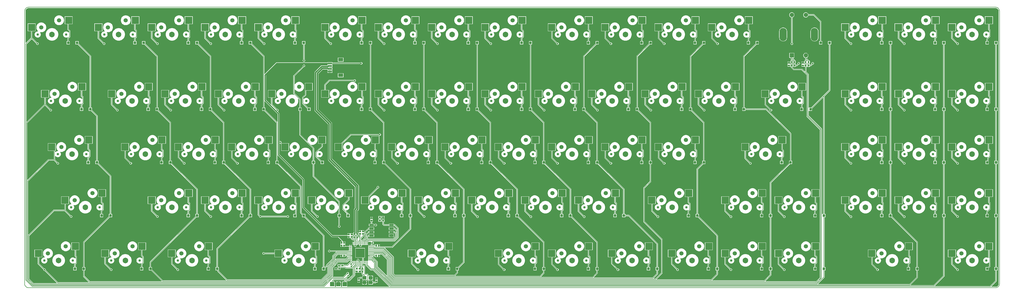
<source format=gbl>
G04*
G04 #@! TF.GenerationSoftware,Altium Limited,Altium Designer,22.5.1 (42)*
G04*
G04 Layer_Physical_Order=2*
G04 Layer_Color=16711680*
%FSLAX25Y25*%
%MOIN*%
G70*
G04*
G04 #@! TF.SameCoordinates,504ED2BA-0697-4506-BE62-B3443A79F7BE*
G04*
G04*
G04 #@! TF.FilePolarity,Positive*
G04*
G01*
G75*
%ADD11C,0.00787*%
%ADD12C,0.01500*%
G04:AMPARAMS|DCode=16|XSize=102.36mil|YSize=185.04mil|CornerRadius=51.18mil|HoleSize=0mil|Usage=FLASHONLY|Rotation=0.000|XOffset=0mil|YOffset=0mil|HoleType=Round|Shape=RoundedRectangle|*
%AMROUNDEDRECTD16*
21,1,0.10236,0.08268,0,0,0.0*
21,1,0.00000,0.18504,0,0,0.0*
1,1,0.10236,0.00000,-0.04134*
1,1,0.10236,0.00000,-0.04134*
1,1,0.10236,0.00000,0.04134*
1,1,0.10236,0.00000,0.04134*
%
%ADD16ROUNDEDRECTD16*%
%ADD17C,0.06102*%
%ADD18R,0.06102X0.06102*%
%ADD19C,0.00800*%
%ADD20C,0.01000*%
%ADD21C,0.05906*%
%ADD22C,0.03350*%
%ADD23C,0.07850*%
%ADD24C,0.03000*%
%ADD25C,0.02362*%
%ADD26R,0.10039X0.09843*%
%ADD27R,0.02953X0.02362*%
%ADD28R,0.03543X0.03740*%
%ADD29O,0.03445X0.00787*%
%ADD30O,0.00787X0.03445*%
%ADD31R,0.12598X0.12598*%
%ADD32R,0.06000X0.06000*%
%ADD33R,0.02520X0.02362*%
%ADD34R,0.02362X0.02953*%
%ADD35R,0.06299X0.02559*%
%ADD36R,0.05512X0.04724*%
%ADD37R,0.02362X0.02520*%
%ADD38R,0.07087X0.04724*%
%ADD39R,0.06102X0.02362*%
%ADD40C,0.01945*%
G36*
X1364500Y393947D02*
X1364938D01*
X1365797Y393776D01*
X1366607Y393441D01*
X1367335Y392954D01*
X1367954Y392335D01*
X1368441Y391606D01*
X1368776Y390797D01*
X1368947Y389938D01*
X1368947Y389500D01*
X1368947Y5250D01*
Y4812D01*
X1368776Y3953D01*
X1368441Y3143D01*
X1367954Y2415D01*
X1367335Y1796D01*
X1366607Y1309D01*
X1365797Y974D01*
X1364938Y803D01*
X1358816D01*
X1358625Y1265D01*
X1365850Y8489D01*
X1366049Y8787D01*
X1366118Y9138D01*
Y23880D01*
X1367472D01*
Y28620D01*
X1366118D01*
Y98880D01*
X1367472D01*
Y103620D01*
X1366118D01*
Y173880D01*
X1367472D01*
Y178620D01*
X1366118D01*
Y248880D01*
X1367472D01*
Y253620D01*
X1366118D01*
Y342630D01*
X1367472D01*
Y347370D01*
X1362929D01*
Y342630D01*
X1364283D01*
Y253620D01*
X1362929D01*
Y248880D01*
X1364283D01*
Y178620D01*
X1362929D01*
Y173880D01*
X1364283D01*
Y103620D01*
X1362929D01*
Y98880D01*
X1364283D01*
Y28620D01*
X1362929D01*
Y23880D01*
X1364283D01*
Y9518D01*
X1356870Y2105D01*
X1279806D01*
X1279615Y2567D01*
X1292600Y15552D01*
X1292799Y15850D01*
X1292868Y16201D01*
Y98880D01*
X1294222D01*
Y103620D01*
X1292868D01*
Y173880D01*
X1294222D01*
Y178620D01*
X1292868D01*
Y248880D01*
X1294222D01*
Y253620D01*
X1292868D01*
Y342630D01*
X1294222D01*
Y347370D01*
X1289679D01*
Y342630D01*
X1291033D01*
Y253620D01*
X1289679D01*
Y248880D01*
X1291033D01*
Y178620D01*
X1289679D01*
Y173880D01*
X1291033D01*
Y103620D01*
X1289679D01*
Y98880D01*
X1291033D01*
Y16581D01*
X1277857Y3405D01*
X1245569D01*
X1245377Y3867D01*
X1255100Y13589D01*
X1255299Y13887D01*
X1255368Y14238D01*
Y23880D01*
X1256722D01*
Y28620D01*
X1255368D01*
Y63652D01*
X1255299Y64003D01*
X1255100Y64300D01*
X1219222Y100178D01*
Y103620D01*
X1217868D01*
Y173880D01*
X1219222D01*
Y178620D01*
X1217868D01*
Y248880D01*
X1219222D01*
Y253620D01*
X1217868D01*
Y342630D01*
X1219222D01*
Y347370D01*
X1214679D01*
Y342630D01*
X1216033D01*
Y253620D01*
X1214679D01*
Y248880D01*
X1216033D01*
Y178620D01*
X1214679D01*
Y173880D01*
X1216033D01*
Y103620D01*
X1214679D01*
Y98880D01*
X1217925D01*
X1253533Y63271D01*
Y28620D01*
X1252179D01*
Y23880D01*
X1253533D01*
Y14618D01*
X1243620Y4705D01*
X1115319D01*
X1115127Y5167D01*
X1123850Y13889D01*
X1124049Y14187D01*
X1124118Y14538D01*
Y23880D01*
X1125472D01*
Y28620D01*
X1124118D01*
Y98880D01*
X1125472D01*
Y103620D01*
X1124118D01*
Y269718D01*
X1131850Y277449D01*
X1132049Y277747D01*
X1132118Y278098D01*
Y342630D01*
X1133472D01*
Y347370D01*
X1128929D01*
Y342630D01*
X1130283D01*
Y278479D01*
X1122552Y270747D01*
X1122552Y270747D01*
X1105425Y253620D01*
X1102179D01*
X1101918Y254012D01*
Y300588D01*
X1101848Y300940D01*
X1101649Y301237D01*
X1098668Y304219D01*
Y311010D01*
X1099431D01*
Y314963D01*
X1096069D01*
Y314437D01*
X1095569Y314230D01*
X1095510Y314289D01*
X1095510Y314699D01*
X1095510Y315199D01*
Y316082D01*
X1093750D01*
X1091990D01*
Y315199D01*
X1091990Y314801D01*
X1091990Y314301D01*
Y311337D01*
X1095510D01*
Y312100D01*
X1096069D01*
Y311010D01*
X1096832D01*
Y304869D01*
X1096370Y304677D01*
X1092899Y308149D01*
X1092601Y308348D01*
X1092250Y308418D01*
X1081130D01*
X1079038Y310510D01*
X1079245Y311010D01*
X1079681D01*
Y314963D01*
X1076319D01*
Y314437D01*
X1075819Y314230D01*
X1075760Y314289D01*
X1075760Y314699D01*
X1075760Y315199D01*
Y316082D01*
X1074000D01*
X1072240D01*
Y315199D01*
X1072240Y314801D01*
X1072240Y314301D01*
Y311337D01*
X1075760D01*
Y312100D01*
X1076319D01*
Y311010D01*
X1077051D01*
Y310281D01*
X1077121Y309930D01*
X1077320Y309633D01*
X1080101Y306851D01*
X1080399Y306652D01*
X1080750Y306582D01*
X1091870D01*
X1098782Y299670D01*
Y241550D01*
X1098852Y241199D01*
X1099051Y240901D01*
X1117532Y222420D01*
Y13844D01*
X1112293Y8605D01*
X1041306D01*
X1041115Y9067D01*
X1048850Y16802D01*
X1049049Y17100D01*
X1049118Y17451D01*
Y23880D01*
X1050472D01*
Y28620D01*
X1049118D01*
Y98880D01*
X1050472D01*
Y103620D01*
X1049118D01*
Y147571D01*
X1075428Y173880D01*
X1078673D01*
Y178620D01*
X1077319D01*
Y217098D01*
X1077249Y217450D01*
X1077050Y217747D01*
X1042899Y251899D01*
X1042601Y252098D01*
X1042250Y252168D01*
X1012972D01*
Y253620D01*
X1011618D01*
Y325771D01*
X1028477Y342630D01*
X1031722D01*
Y347370D01*
X1027179D01*
Y343928D01*
X1010052Y326800D01*
X1009853Y326503D01*
X1009783Y326152D01*
Y253620D01*
X1008429D01*
Y248880D01*
X1012972D01*
Y250332D01*
X1041870D01*
X1075484Y216718D01*
Y178620D01*
X1074130D01*
Y175178D01*
X1047552Y148600D01*
X1047353Y148302D01*
X1047283Y147951D01*
Y103620D01*
X1045929D01*
Y98880D01*
X1047283D01*
Y28620D01*
X1045929D01*
Y23880D01*
X1047283D01*
Y17831D01*
X1039357Y9905D01*
X966569D01*
X966377Y10367D01*
X973850Y17839D01*
X974049Y18137D01*
X974118Y18488D01*
Y23880D01*
X975472D01*
Y28620D01*
X974118D01*
Y73152D01*
X974049Y73503D01*
X973850Y73800D01*
X947472Y100178D01*
Y103620D01*
X946118D01*
Y166522D01*
X953477Y173880D01*
X956722D01*
Y178620D01*
X955368D01*
Y232402D01*
X955299Y232753D01*
X955100Y233050D01*
X937972Y250178D01*
Y253620D01*
X936618D01*
Y325771D01*
X953477Y342630D01*
X956722D01*
Y347370D01*
X952179D01*
Y343928D01*
X935052Y326800D01*
X934853Y326503D01*
X934783Y326152D01*
Y253620D01*
X933429D01*
Y248880D01*
X936675D01*
X953533Y232021D01*
Y178620D01*
X952179D01*
Y175178D01*
X944552Y167550D01*
X944353Y167253D01*
X944283Y166902D01*
Y103620D01*
X942929D01*
Y98880D01*
X946175D01*
X972283Y72772D01*
Y28620D01*
X970929D01*
Y23880D01*
X972283D01*
Y18868D01*
X964620Y11205D01*
X888156D01*
X887965Y11667D01*
X896149Y19851D01*
X896348Y20149D01*
X896418Y20500D01*
Y67500D01*
X896348Y67851D01*
X896149Y68149D01*
X871418Y92880D01*
Y140120D01*
X880100Y148802D01*
X880299Y149100D01*
X880368Y149451D01*
Y173880D01*
X881722D01*
Y178620D01*
X880368D01*
Y232402D01*
X880299Y232753D01*
X880100Y233050D01*
X862972Y250178D01*
Y253620D01*
X861618D01*
Y325771D01*
X878477Y342630D01*
X881722D01*
Y347370D01*
X877179D01*
Y343928D01*
X860052Y326800D01*
X859853Y326503D01*
X859783Y326152D01*
Y253620D01*
X858429D01*
Y248880D01*
X861675D01*
X878533Y232021D01*
Y178620D01*
X877179D01*
Y173880D01*
X878533D01*
Y149831D01*
X869851Y141149D01*
X869652Y140851D01*
X869582Y140500D01*
Y92500D01*
X869652Y92149D01*
X869851Y91851D01*
X894582Y67120D01*
Y20880D01*
X886207Y12505D01*
X884119D01*
X883927Y12967D01*
X889600Y18639D01*
X889799Y18937D01*
X889868Y19288D01*
Y23880D01*
X891222D01*
Y28620D01*
X889868D01*
Y61549D01*
X889799Y61900D01*
X889600Y62198D01*
X849899Y101899D01*
X849601Y102098D01*
X849250Y102168D01*
X844222D01*
Y103620D01*
X842868D01*
Y138652D01*
X842799Y139003D01*
X842600Y139300D01*
X806722Y175178D01*
Y178620D01*
X805368D01*
Y232402D01*
X805299Y232753D01*
X805100Y233050D01*
X787972Y250178D01*
Y253620D01*
X786618D01*
Y325771D01*
X803477Y342630D01*
X806722D01*
Y347370D01*
X802179D01*
Y343928D01*
X785052Y326800D01*
X784853Y326503D01*
X784783Y326152D01*
Y253620D01*
X783429D01*
Y248880D01*
X786675D01*
X803533Y232021D01*
Y178620D01*
X802179D01*
Y173880D01*
X805425D01*
X841033Y138271D01*
Y103620D01*
X839679D01*
Y98880D01*
X844222D01*
Y100332D01*
X848870D01*
X888033Y61169D01*
Y28620D01*
X886679D01*
Y23880D01*
X888033D01*
Y19668D01*
X882170Y13805D01*
X799819D01*
X799627Y14267D01*
X805100Y19739D01*
X805299Y20037D01*
X805368Y20388D01*
Y23880D01*
X806722D01*
Y28620D01*
X805368D01*
Y63652D01*
X805299Y64003D01*
X805100Y64300D01*
X769222Y100178D01*
Y103620D01*
X767868D01*
Y138652D01*
X767799Y139003D01*
X767600Y139300D01*
X731722Y175178D01*
Y178620D01*
X730368D01*
Y232402D01*
X730299Y232753D01*
X730100Y233050D01*
X712972Y250178D01*
Y253620D01*
X711618D01*
Y342630D01*
X712972D01*
Y347370D01*
X708429D01*
Y342630D01*
X709783D01*
Y253620D01*
X708429D01*
Y248880D01*
X711675D01*
X728533Y232021D01*
Y178620D01*
X727179D01*
Y173880D01*
X730425D01*
X766033Y138271D01*
Y103620D01*
X764679D01*
Y98880D01*
X767925D01*
X803533Y63271D01*
Y28620D01*
X802179D01*
Y23880D01*
X803533D01*
Y20768D01*
X797870Y15105D01*
X726069D01*
X725877Y15567D01*
X730100Y19789D01*
X730299Y20087D01*
X730368Y20438D01*
Y23880D01*
X731722D01*
Y28620D01*
X730368D01*
Y63652D01*
X730299Y64003D01*
X730100Y64300D01*
X694222Y100178D01*
Y103620D01*
X692868D01*
Y138652D01*
X692799Y139003D01*
X692600Y139300D01*
X656722Y175178D01*
Y178620D01*
X655368D01*
Y232402D01*
X655299Y232753D01*
X655100Y233050D01*
X637972Y250178D01*
Y253620D01*
X636618D01*
Y342630D01*
X637972D01*
Y347370D01*
X633429D01*
Y342630D01*
X634783D01*
Y253620D01*
X633429D01*
Y248880D01*
X636675D01*
X653533Y232021D01*
Y178620D01*
X652179D01*
Y173880D01*
X655425D01*
X691033Y138271D01*
Y103620D01*
X689679D01*
Y98880D01*
X692925D01*
X728533Y63271D01*
Y28620D01*
X727179D01*
Y23880D01*
X728533D01*
Y20818D01*
X724120Y16405D01*
X605606D01*
X605415Y16867D01*
X608350Y19802D01*
X608549Y20100D01*
X608618Y20451D01*
Y23880D01*
X609972D01*
Y27322D01*
X617600Y34949D01*
X617799Y35247D01*
X617868Y35598D01*
Y98880D01*
X619222D01*
Y103620D01*
X617868D01*
Y138652D01*
X617799Y139003D01*
X617600Y139300D01*
X581722Y175178D01*
Y178620D01*
X580368D01*
Y232402D01*
X580299Y232753D01*
X580100Y233050D01*
X562972Y250178D01*
Y253620D01*
X561618D01*
Y342630D01*
X562972D01*
Y347370D01*
X558429D01*
Y342630D01*
X559783D01*
Y253620D01*
X558429D01*
Y248880D01*
X561675D01*
X578533Y232021D01*
Y178620D01*
X577179D01*
Y173880D01*
X580425D01*
X616033Y138271D01*
Y103620D01*
X614679D01*
Y98880D01*
X616033D01*
Y35978D01*
X608675Y28620D01*
X605429D01*
Y23880D01*
X606783D01*
Y20831D01*
X603657Y17705D01*
X520539D01*
X518668Y19576D01*
Y42781D01*
X518598Y43132D01*
X518399Y43430D01*
X506458Y55370D01*
X506649Y55832D01*
X516000D01*
X516351Y55902D01*
X516649Y56101D01*
X542600Y82052D01*
X542799Y82350D01*
X542868Y82701D01*
Y98880D01*
X544222D01*
Y103620D01*
X542868D01*
Y138750D01*
X542799Y139101D01*
X542600Y139399D01*
X506722Y175276D01*
Y178620D01*
X505368D01*
Y232402D01*
X505299Y232753D01*
X505100Y233050D01*
X487972Y250178D01*
Y253620D01*
X486618D01*
Y342630D01*
X487972D01*
Y347370D01*
X483429D01*
Y342630D01*
X484783D01*
Y253620D01*
X483429D01*
Y248880D01*
X486675D01*
X503533Y232021D01*
Y178620D01*
X502179D01*
Y173880D01*
X505523D01*
X541033Y138370D01*
Y103620D01*
X539679D01*
Y98880D01*
X541033D01*
Y83081D01*
X515620Y57668D01*
X498913D01*
Y58618D01*
X497232D01*
Y59018D01*
X496832D01*
Y60777D01*
X495551D01*
Y60778D01*
X495449D01*
Y60777D01*
X492087D01*
Y59921D01*
X487714D01*
X487662Y59941D01*
X487291Y60207D01*
Y61124D01*
X487791Y61331D01*
X487798Y61325D01*
X488416Y61069D01*
X489084D01*
X489702Y61325D01*
X490175Y61798D01*
X490431Y62416D01*
Y63084D01*
X490175Y63702D01*
X489702Y64175D01*
X489084Y64431D01*
X488416D01*
X488029Y64271D01*
X487497Y64473D01*
X487457Y64513D01*
X487792Y64992D01*
X519481D01*
X519832Y65062D01*
X520130Y65261D01*
X524899Y70030D01*
X525098Y70328D01*
X525168Y70679D01*
Y83768D01*
X525098Y84119D01*
X524899Y84417D01*
X520649Y88667D01*
X520351Y88866D01*
X520000Y88935D01*
X518876D01*
Y89797D01*
X511577D01*
Y88935D01*
X505130D01*
X504431Y89634D01*
Y92587D01*
X505490D01*
Y95949D01*
X501537D01*
Y92587D01*
X502596D01*
Y89254D01*
X502666Y88903D01*
X502865Y88605D01*
X504101Y87369D01*
X504399Y87170D01*
X504750Y87100D01*
X511577D01*
Y86238D01*
X518876D01*
Y87100D01*
X519620D01*
X523332Y83388D01*
Y81636D01*
X522870Y81445D01*
X520649Y83667D01*
X520351Y83865D01*
X520000Y83935D01*
X518876D01*
Y84797D01*
X511577D01*
Y81238D01*
X518876D01*
Y82100D01*
X519620D01*
X522032Y79688D01*
Y77936D01*
X521570Y77745D01*
X520649Y78667D01*
X520351Y78865D01*
X520000Y78935D01*
X518876D01*
Y79797D01*
X511577D01*
Y76238D01*
X518876D01*
Y77100D01*
X519620D01*
X520732Y75988D01*
Y72298D01*
X517870Y69435D01*
X482323D01*
X481968Y69874D01*
Y70938D01*
X483124Y72094D01*
X483624Y72085D01*
Y71238D01*
X490923D01*
Y74797D01*
X483624D01*
Y73935D01*
X482750D01*
X482399Y73865D01*
X482101Y73667D01*
X481130Y72695D01*
X480668Y72886D01*
Y74638D01*
X483124Y77094D01*
X483624Y77085D01*
Y76238D01*
X490923D01*
Y79797D01*
X483624D01*
Y78935D01*
X482750D01*
X482399Y78865D01*
X482101Y78667D01*
X479830Y76395D01*
X479368Y76586D01*
Y78338D01*
X483124Y82094D01*
X483624Y82085D01*
Y81238D01*
X490923D01*
Y84797D01*
X483624D01*
Y83935D01*
X482750D01*
X482399Y83865D01*
X482101Y83667D01*
X477801Y79367D01*
X477602Y79069D01*
X477532Y78718D01*
Y70540D01*
X473457Y66465D01*
X472957Y66672D01*
Y68927D01*
X475899Y71869D01*
X476098Y72167D01*
X476168Y72518D01*
Y73854D01*
X477010D01*
Y76819D01*
X477010Y77217D01*
X477010Y77716D01*
Y78600D01*
X475250D01*
Y79000D01*
X474850D01*
Y80681D01*
X473510D01*
X473490Y80681D01*
X473010D01*
X472990Y80681D01*
X471650D01*
Y79000D01*
X471250D01*
Y78600D01*
X469490D01*
Y77716D01*
X469490Y77319D01*
X469490Y76819D01*
Y73854D01*
X470332D01*
Y71398D01*
X469601Y70667D01*
X469013Y70677D01*
X468931Y70735D01*
Y72730D01*
X465569D01*
Y68778D01*
X466391D01*
Y67384D01*
X465891Y67177D01*
X464744Y68325D01*
X464931Y68778D01*
X464931D01*
Y72730D01*
X461569D01*
Y68778D01*
X461175Y68522D01*
X460933D01*
X460351Y69104D01*
X460558Y69604D01*
X461010D01*
Y72569D01*
X461010Y72966D01*
X461010Y73466D01*
Y74350D01*
X459250D01*
Y74750D01*
X458850D01*
Y76431D01*
X457510D01*
X457490Y76431D01*
X457010D01*
X456990Y76431D01*
X455650D01*
Y74750D01*
X455250D01*
Y74350D01*
X453490D01*
Y73875D01*
X453125Y73534D01*
X453041Y73540D01*
X453022Y73534D01*
X453004Y73541D01*
X439653D01*
X439613Y73524D01*
X432528D01*
X392775Y113278D01*
Y152000D01*
X392677Y152488D01*
X392401Y152901D01*
X357774Y187528D01*
Y202945D01*
X358275Y203231D01*
X358666Y203069D01*
X359285D01*
X360230Y202123D01*
Y192579D01*
X371270D01*
Y203421D01*
X361528D01*
X360638Y204311D01*
X360681Y204416D01*
Y205084D01*
X360425Y205702D01*
X359952Y206175D01*
X359334Y206431D01*
X358666D01*
X358275Y206269D01*
X357774Y206555D01*
Y245030D01*
X357678Y245518D01*
X357401Y245932D01*
X355492Y247841D01*
X355614Y248426D01*
X355937Y248559D01*
X356409Y249032D01*
X356665Y249650D01*
Y250319D01*
X356409Y250937D01*
X355937Y251409D01*
X355319Y251665D01*
X354650D01*
X354638Y251660D01*
X347918Y258380D01*
Y267579D01*
X352520D01*
Y278421D01*
X341480D01*
Y267579D01*
X346082D01*
Y258000D01*
X346093Y257947D01*
X345632Y257701D01*
X338774Y264558D01*
Y299222D01*
X354372Y314820D01*
X425098D01*
Y314413D01*
X432201D01*
Y315075D01*
X471314D01*
X471325Y315048D01*
X471798Y314575D01*
X472416Y314319D01*
X473084D01*
X473702Y314575D01*
X474175Y315048D01*
X474431Y315666D01*
Y316334D01*
X474175Y316952D01*
X473702Y317425D01*
X473084Y317681D01*
X472416D01*
X471798Y317425D01*
X471487Y317114D01*
X432201D01*
Y317776D01*
X425098D01*
Y317369D01*
X353844D01*
X353357Y317272D01*
X352943Y316996D01*
X337080Y301133D01*
X336618Y301324D01*
Y326152D01*
X336549Y326503D01*
X336350Y326800D01*
X319222Y343928D01*
Y347370D01*
X314679D01*
Y342630D01*
X317925D01*
X334783Y325771D01*
Y253620D01*
X333429D01*
Y248880D01*
X336675D01*
X353533Y232021D01*
Y178620D01*
X352179D01*
Y173880D01*
X355425D01*
X387082Y142222D01*
Y105201D01*
X387152Y104850D01*
X387351Y104552D01*
X389679Y102224D01*
Y98880D01*
X392925D01*
X419033Y72772D01*
Y28620D01*
X417679D01*
Y23880D01*
X422222D01*
Y27322D01*
X424351Y29451D01*
X424813Y29260D01*
Y19661D01*
X416370Y11218D01*
X284630D01*
X272490Y23358D01*
Y24878D01*
X272472Y24967D01*
Y28620D01*
X271118D01*
Y54022D01*
X315977Y98880D01*
X319222D01*
Y103620D01*
X317868D01*
Y138652D01*
X317799Y139003D01*
X317600Y139300D01*
X281722Y175178D01*
Y178620D01*
X280368D01*
Y232402D01*
X280299Y232753D01*
X280100Y233050D01*
X262972Y250178D01*
Y253620D01*
X261618D01*
Y326152D01*
X261549Y326503D01*
X261350Y326800D01*
X244222Y343928D01*
Y347370D01*
X239679D01*
Y342630D01*
X242925D01*
X259783Y325771D01*
Y253620D01*
X258429D01*
Y248880D01*
X261675D01*
X278533Y232021D01*
Y178620D01*
X277179D01*
Y173880D01*
X280425D01*
X316033Y138271D01*
Y103620D01*
X314679D01*
Y100178D01*
X269552Y55050D01*
X269353Y54753D01*
X269283Y54402D01*
Y28620D01*
X267929D01*
Y23880D01*
X270655D01*
Y22977D01*
X270725Y22626D01*
X270924Y22329D01*
X282873Y10380D01*
X282681Y9918D01*
X194081D01*
X178722Y25276D01*
Y28620D01*
X177368D01*
Y35271D01*
X240977Y98880D01*
X244222D01*
Y103620D01*
X242868D01*
Y138652D01*
X242799Y139003D01*
X242600Y139300D01*
X206722Y175178D01*
Y178620D01*
X205368D01*
Y232402D01*
X205299Y232753D01*
X205100Y233050D01*
X187972Y250178D01*
Y253620D01*
X186618D01*
Y326152D01*
X186549Y326503D01*
X186350Y326800D01*
X169222Y343928D01*
Y347370D01*
X164679D01*
Y342630D01*
X167925D01*
X184783Y325771D01*
Y253620D01*
X183429D01*
Y248880D01*
X186675D01*
X203533Y232021D01*
Y178620D01*
X202179D01*
Y173880D01*
X205425D01*
X241033Y138271D01*
Y103620D01*
X239679D01*
Y100178D01*
X175802Y36300D01*
X175603Y36003D01*
X175533Y35652D01*
Y28620D01*
X174179D01*
Y23880D01*
X177523D01*
X192336Y9067D01*
X192145Y8605D01*
X91443D01*
X83618Y16429D01*
Y23880D01*
X84972D01*
Y28620D01*
X83618D01*
Y63271D01*
X119227Y98880D01*
X122472D01*
Y103620D01*
X121118D01*
Y157247D01*
X121049Y157599D01*
X120850Y157896D01*
X103568Y175178D01*
Y178620D01*
X102214D01*
Y241806D01*
X102145Y242157D01*
X101946Y242455D01*
X94222Y250178D01*
Y253620D01*
X92868D01*
Y326152D01*
X92799Y326503D01*
X92600Y326800D01*
X75472Y343928D01*
Y347370D01*
X70929D01*
Y342630D01*
X74175D01*
X91033Y325771D01*
Y253620D01*
X89679D01*
Y248880D01*
X92925D01*
X100379Y241426D01*
Y178620D01*
X99025D01*
Y173880D01*
X102271D01*
X119283Y156867D01*
Y103620D01*
X117929D01*
Y100178D01*
X82052Y64300D01*
X81853Y64003D01*
X81783Y63652D01*
Y28620D01*
X80429D01*
Y23880D01*
X81783D01*
Y16049D01*
X81853Y15698D01*
X82052Y15400D01*
X89685Y7767D01*
X89494Y7305D01*
X46493D01*
X29167Y24631D01*
X29181Y24666D01*
Y25334D01*
X28925Y25952D01*
X28452Y26425D01*
X27834Y26681D01*
X27166D01*
X27131Y26667D01*
X19793Y34005D01*
Y42579D01*
X24395D01*
Y53421D01*
X13355D01*
Y42579D01*
X17957D01*
Y33625D01*
X18027Y33274D01*
X18226Y32976D01*
X25833Y25369D01*
X25819Y25334D01*
Y24666D01*
X26075Y24048D01*
X26548Y23575D01*
X27166Y23319D01*
X27834D01*
X27869Y23333D01*
X44735Y6467D01*
X44544Y6005D01*
X12207D01*
X6005Y12207D01*
Y72707D01*
X41005Y107707D01*
X55995D01*
X63333Y100369D01*
X63319Y100334D01*
Y99666D01*
X63575Y99048D01*
X64048Y98575D01*
X64666Y98319D01*
X65334D01*
X65952Y98575D01*
X66425Y99048D01*
X66681Y99666D01*
Y100334D01*
X66425Y100952D01*
X65952Y101425D01*
X65334Y101681D01*
X64666D01*
X64631Y101667D01*
X57293Y109005D01*
Y117579D01*
X61895D01*
Y128421D01*
X50855D01*
Y117579D01*
X55457D01*
Y109543D01*
X40625D01*
X40274Y109473D01*
X39976Y109274D01*
X5167Y74465D01*
X4705Y74656D01*
Y149907D01*
X33739Y178942D01*
X41011D01*
X44583Y175369D01*
X44569Y175334D01*
Y174666D01*
X44825Y174048D01*
X45298Y173575D01*
X45916Y173319D01*
X46584D01*
X47202Y173575D01*
X47675Y174048D01*
X47931Y174666D01*
Y175334D01*
X47675Y175952D01*
X47202Y176425D01*
X46584Y176681D01*
X45916D01*
X45881Y176667D01*
X42308Y180239D01*
Y184980D01*
X42808Y185187D01*
X43464Y184532D01*
X44452Y183961D01*
X45554Y183666D01*
X46696D01*
X47798Y183961D01*
X48786Y184532D01*
X49593Y185339D01*
X50164Y186327D01*
X50459Y187429D01*
Y188571D01*
X50164Y189673D01*
X49593Y190661D01*
X49457Y190797D01*
X49704Y191258D01*
X50446Y191110D01*
X51804D01*
X53135Y191375D01*
X54388Y191894D01*
X55517Y192648D01*
X56477Y193608D01*
X57231Y194737D01*
X57750Y195990D01*
X58015Y197321D01*
Y198679D01*
X57750Y200010D01*
X57231Y201263D01*
X56477Y202392D01*
X55517Y203352D01*
X54388Y204106D01*
X53135Y204625D01*
X51804Y204890D01*
X50446D01*
X49115Y204625D01*
X47861Y204106D01*
X46733Y203352D01*
X45773Y202392D01*
X45019Y201263D01*
X44500Y200010D01*
X44235Y198679D01*
Y197321D01*
X44500Y195990D01*
X45019Y194737D01*
X45773Y193608D01*
X46547Y192834D01*
X46340Y192334D01*
X45554D01*
X44452Y192039D01*
X43464Y191468D01*
X42808Y190813D01*
X42308Y191020D01*
Y192579D01*
X43145D01*
Y203421D01*
X32105D01*
Y192579D01*
X40473D01*
Y180777D01*
X33359D01*
X33008Y180707D01*
X32710Y180508D01*
X3867Y151665D01*
X3405Y151856D01*
Y231857D01*
X28250Y256702D01*
X34583Y250369D01*
X34569Y250334D01*
Y249666D01*
X34825Y249048D01*
X35298Y248575D01*
X35916Y248319D01*
X36584D01*
X37202Y248575D01*
X37675Y249048D01*
X37931Y249666D01*
Y250334D01*
X37675Y250952D01*
X37202Y251425D01*
X36584Y251681D01*
X35916D01*
X35881Y251667D01*
X29168Y258380D01*
Y267579D01*
X33770D01*
Y278421D01*
X22730D01*
Y267579D01*
X27332D01*
Y258380D01*
X2567Y233615D01*
X2105Y233806D01*
Y343057D01*
X9500Y350452D01*
X15833Y344119D01*
X15819Y344084D01*
Y343416D01*
X16075Y342798D01*
X16548Y342325D01*
X17166Y342069D01*
X17834D01*
X18452Y342325D01*
X18925Y342798D01*
X19181Y343416D01*
Y344084D01*
X18925Y344702D01*
X18452Y345175D01*
X17834Y345431D01*
X17166D01*
X17131Y345417D01*
X10418Y352130D01*
Y361329D01*
X15020D01*
Y372171D01*
X3980D01*
Y361329D01*
X8582D01*
Y352130D01*
X1265Y344812D01*
X803Y345004D01*
Y389500D01*
Y389938D01*
X974Y390797D01*
X1309Y391606D01*
X1796Y392335D01*
X2415Y392954D01*
X3143Y393441D01*
X3953Y393776D01*
X4812Y393947D01*
X5250Y393947D01*
X1364500Y393947D01*
D02*
G37*
G36*
X355225Y244502D02*
Y233632D01*
X354726Y233425D01*
X337972Y250178D01*
Y253620D01*
X336618D01*
Y262456D01*
X337080Y262648D01*
X355225Y244502D01*
D02*
G37*
G36*
X1122283Y267230D02*
Y103620D01*
X1120929D01*
X1120668Y104012D01*
Y223339D01*
X1120598Y223690D01*
X1120399Y223987D01*
X1101918Y242469D01*
Y248488D01*
X1102179Y248880D01*
X1106722D01*
Y252322D01*
X1121821Y267421D01*
X1122283Y267230D01*
D02*
G37*
G36*
X453490Y72966D02*
X453490Y72500D01*
Y71685D01*
X455250D01*
Y71285D01*
X455650D01*
Y69604D01*
X456990D01*
X457010Y69604D01*
X457490D01*
X457510Y69604D01*
X458299D01*
Y68941D01*
X458369Y68590D01*
X458568Y68292D01*
X459904Y66955D01*
X460202Y66756D01*
X460553Y66687D01*
X461875D01*
X463248Y65314D01*
Y64867D01*
X463179Y64778D01*
X462991Y64661D01*
Y62301D01*
X462191D01*
Y64438D01*
X461947Y64274D01*
X461660D01*
X461416Y64438D01*
Y62301D01*
Y60165D01*
X461660Y60328D01*
X461947D01*
X462242Y60131D01*
X462309Y60117D01*
X462605Y59599D01*
X462606Y59587D01*
X462472Y59266D01*
Y58597D01*
X462728Y57979D01*
X463201Y57506D01*
X463819Y57250D01*
X464488D01*
X465106Y57506D01*
X465579Y57979D01*
X465835Y58597D01*
Y59266D01*
X465703Y59583D01*
X465706Y59614D01*
X466002Y60113D01*
X466089Y60131D01*
X466385Y60328D01*
X466671D01*
X466967Y60131D01*
X467315Y60061D01*
X467664Y60131D01*
X467960Y60328D01*
X468246D01*
X468490Y60165D01*
Y62301D01*
X469290D01*
Y60165D01*
X469534Y60328D01*
X469821D01*
X470116Y60131D01*
X470421Y59582D01*
X470319Y59334D01*
Y58666D01*
X470575Y58048D01*
X471048Y57575D01*
X471666Y57319D01*
X472334D01*
X472952Y57575D01*
X473425Y58048D01*
X473681Y58666D01*
Y59334D01*
X473578Y59583D01*
X473580Y59613D01*
X473898Y60118D01*
X473963Y60131D01*
X474259Y60328D01*
X474545D01*
X474841Y60131D01*
X475189Y60061D01*
X475538Y60131D01*
X475834Y60328D01*
X476120D01*
X476415Y60131D01*
X476764Y60061D01*
X477113Y60131D01*
X477408Y60328D01*
X477695D01*
X477990Y60131D01*
X478339Y60061D01*
X478688Y60131D01*
X478983Y60328D01*
X479269D01*
X479565Y60131D01*
X479914Y60061D01*
X480262Y60131D01*
X480558Y60328D01*
X480844D01*
X481140Y60131D01*
X481489Y60061D01*
X481837Y60131D01*
X482133Y60328D01*
X482330Y60624D01*
X482400Y60972D01*
Y62269D01*
X482406Y62301D01*
Y63626D01*
X483139Y64359D01*
X486641D01*
X486750Y64250D01*
Y60207D01*
X486250Y59887D01*
X486112Y59914D01*
X485183D01*
Y59003D01*
X484783D01*
Y58603D01*
X482647D01*
X482810Y58359D01*
Y58073D01*
X482613Y57777D01*
X482544Y57428D01*
X482613Y57080D01*
X482810Y56784D01*
Y56498D01*
X482613Y56202D01*
X482544Y55853D01*
X482613Y55505D01*
X482810Y55209D01*
Y54923D01*
X482613Y54627D01*
X482544Y54279D01*
X482613Y53930D01*
X482810Y53634D01*
Y53348D01*
X482613Y53053D01*
X482544Y52704D01*
X482613Y52355D01*
X482810Y52060D01*
Y51773D01*
X482613Y51478D01*
X482544Y51129D01*
X482613Y50780D01*
X482810Y50485D01*
Y50199D01*
X482613Y49903D01*
X482544Y49554D01*
X482613Y49206D01*
X482810Y48910D01*
Y48624D01*
X482613Y48328D01*
X482544Y47980D01*
X482613Y47631D01*
X482810Y47335D01*
Y47049D01*
X482613Y46753D01*
X482544Y46405D01*
X482613Y46056D01*
X482810Y45760D01*
Y45474D01*
X482647Y45230D01*
X484783D01*
Y44430D01*
X482647D01*
X482810Y44186D01*
Y43899D01*
X482613Y43604D01*
X482544Y43255D01*
X482613Y42906D01*
X482810Y42611D01*
Y42325D01*
X482613Y42029D01*
X482544Y41680D01*
X482613Y41332D01*
X482810Y41036D01*
Y40750D01*
X482613Y40454D01*
X482544Y40106D01*
X482613Y39757D01*
X482810Y39461D01*
Y39175D01*
X482613Y38879D01*
X482544Y38531D01*
X482613Y38182D01*
X482741Y37991D01*
X482028Y37278D01*
X481837Y37405D01*
X481489Y37474D01*
X481140Y37405D01*
X480844Y37207D01*
X480558D01*
X480262Y37405D01*
X479914Y37474D01*
X479565Y37405D01*
X479269Y37207D01*
X478983D01*
X478688Y37405D01*
X478339Y37474D01*
X477990Y37405D01*
X477695Y37207D01*
X477408D01*
X477113Y37405D01*
X476764Y37474D01*
X476607Y37443D01*
X476177Y37711D01*
X476107Y37800D01*
Y41969D01*
X478049D01*
Y55567D01*
X464451D01*
Y41969D01*
X474272D01*
Y37800D01*
X474202Y37711D01*
X473772Y37443D01*
X473615Y37474D01*
X473266Y37405D01*
X472970Y37207D01*
X472684D01*
X472388Y37405D01*
X472040Y37474D01*
X471691Y37405D01*
X471395Y37207D01*
X471109D01*
X470865Y37371D01*
Y35234D01*
X470065D01*
Y37475D01*
X469791Y37826D01*
X469931Y38166D01*
Y38834D01*
X469675Y39452D01*
X469202Y39925D01*
X468584Y40181D01*
X467916D01*
X467298Y39925D01*
X466825Y39452D01*
X466569Y38834D01*
Y38166D01*
X466689Y37874D01*
X466449Y37424D01*
X466159Y37358D01*
X466089Y37405D01*
X465740Y37474D01*
X465392Y37405D01*
X465096Y37207D01*
X464810D01*
X464514Y37405D01*
X464166Y37474D01*
X463817Y37405D01*
X463521Y37207D01*
X463235D01*
X462940Y37405D01*
X462591Y37474D01*
X462242Y37405D01*
X461947Y37207D01*
X461660D01*
X461365Y37405D01*
X461016Y37474D01*
X460667Y37405D01*
X460372Y37207D01*
X459992Y37508D01*
X459690Y37886D01*
X459887Y38182D01*
X459957Y38531D01*
X459887Y38879D01*
X459690Y39175D01*
Y39461D01*
X459887Y39757D01*
X459957Y40106D01*
X459887Y40454D01*
X459690Y40750D01*
Y41036D01*
X459887Y41332D01*
X459957Y41680D01*
X459887Y42029D01*
X459690Y42325D01*
Y42611D01*
X459887Y42906D01*
X459957Y43255D01*
X459887Y43604D01*
X459690Y43899D01*
Y44186D01*
X459853Y44430D01*
X457717D01*
Y45230D01*
X459853D01*
X459690Y45474D01*
Y45760D01*
X459887Y46056D01*
X459957Y46405D01*
X459887Y46753D01*
X459690Y47049D01*
Y47335D01*
X459887Y47631D01*
X459957Y47980D01*
X459887Y48328D01*
X459690Y48624D01*
Y48910D01*
X459887Y49206D01*
X459957Y49554D01*
X459887Y49903D01*
X459690Y50199D01*
Y50485D01*
X459887Y50780D01*
X459957Y51129D01*
X459887Y51478D01*
X459690Y51773D01*
Y52060D01*
X459887Y52355D01*
X459957Y52704D01*
X459887Y53053D01*
X459690Y53348D01*
Y53634D01*
X459887Y53930D01*
X459957Y54279D01*
X459887Y54627D01*
X459690Y54923D01*
Y55209D01*
X459887Y55505D01*
X459957Y55853D01*
X459887Y56202D01*
X459690Y56498D01*
Y56784D01*
X459887Y57080D01*
X459957Y57428D01*
X459887Y57777D01*
X459690Y58073D01*
Y58359D01*
X459853Y58603D01*
X457717D01*
X455449D01*
X455346Y58410D01*
X455215Y58250D01*
X450413D01*
Y58618D01*
X448732D01*
Y59418D01*
X450413D01*
Y60758D01*
X450413Y60777D01*
Y61258D01*
X450413Y61278D01*
Y62618D01*
X448732D01*
Y63018D01*
X448332D01*
Y64777D01*
X447408D01*
X447000Y65000D01*
X446819Y65181D01*
X439462Y72538D01*
X439653Y73000D01*
X453004D01*
X453490Y72966D01*
D02*
G37*
G36*
X390226Y151472D02*
Y112750D01*
X390322Y112262D01*
X390599Y111849D01*
X431099Y71349D01*
X431512Y71073D01*
X432000Y70976D01*
X440259D01*
X445957Y65277D01*
X445750Y64777D01*
X445668D01*
Y63018D01*
X445268D01*
Y62618D01*
X443587D01*
Y61278D01*
X443587Y61258D01*
Y60777D01*
X443587Y60758D01*
Y59418D01*
X445268D01*
Y59018D01*
X445668D01*
Y57258D01*
X446551D01*
X446949Y57258D01*
X447449Y57258D01*
X450413D01*
Y57709D01*
X455023D01*
X455374Y57492D01*
X455430Y57416D01*
X455508Y57272D01*
X455546Y57080D01*
X455744Y56784D01*
Y56498D01*
X455546Y56202D01*
X455477Y55853D01*
X455546Y55505D01*
X455744Y55209D01*
Y54923D01*
X455546Y54627D01*
X455477Y54279D01*
X455546Y53930D01*
X455744Y53634D01*
Y53348D01*
X455546Y53053D01*
X455477Y52704D01*
X455508Y52547D01*
X455240Y52116D01*
X455151Y52047D01*
X429490D01*
X429425Y52202D01*
X428952Y52675D01*
X428334Y52931D01*
X427666D01*
X427048Y52675D01*
X426575Y52202D01*
X426319Y51584D01*
Y50916D01*
X426575Y50298D01*
X427048Y49825D01*
X427666Y49569D01*
X428334D01*
X428952Y49825D01*
X429339Y50211D01*
X436868D01*
X437075Y49711D01*
X432501Y45137D01*
X432302Y44840D01*
X432232Y44488D01*
Y40472D01*
X423782Y32022D01*
X423583Y31724D01*
X423513Y31373D01*
Y31209D01*
X421368Y29064D01*
X420868Y29271D01*
Y73152D01*
X420799Y73503D01*
X420600Y73800D01*
X394222Y100178D01*
Y103620D01*
X390878D01*
X388918Y105581D01*
Y142602D01*
X388848Y142954D01*
X388649Y143251D01*
X356722Y175178D01*
Y178620D01*
X355368D01*
Y185622D01*
X355868Y185829D01*
X390226Y151472D01*
D02*
G37*
G36*
X509032Y39170D02*
Y16995D01*
X508570Y16804D01*
X495968Y29407D01*
Y36265D01*
X495898Y36617D01*
X495699Y36914D01*
X494307Y38306D01*
X494307Y38307D01*
X489201Y43412D01*
X489408Y43912D01*
X492087D01*
Y43008D01*
X495449D01*
Y43008D01*
X495551D01*
Y43008D01*
X496832D01*
Y44768D01*
X497232D01*
Y45168D01*
X498913D01*
Y46282D01*
X501920D01*
X509032Y39170D01*
D02*
G37*
G36*
X443587Y45168D02*
X445268D01*
Y44768D01*
X445668D01*
Y43008D01*
X446949D01*
Y43008D01*
X447051D01*
Y43008D01*
X450413D01*
Y43912D01*
X453142D01*
X453349Y43412D01*
X450504Y40568D01*
X438223D01*
X437872Y40498D01*
X437574Y40299D01*
X437130Y39854D01*
X436668Y40046D01*
Y43031D01*
X439646Y46010D01*
X443587D01*
Y45168D01*
D02*
G37*
G36*
X458360Y37157D02*
X453120Y31918D01*
X448240D01*
Y32681D01*
X444287D01*
Y29543D01*
X443713D01*
Y32681D01*
X439760D01*
Y29319D01*
X440846D01*
Y27931D01*
X439787D01*
Y24569D01*
X443740D01*
Y27707D01*
X449955D01*
X450642Y27020D01*
X450940Y26821D01*
X451291Y26751D01*
X459862D01*
X460213Y26821D01*
X460511Y27020D01*
X460620Y27130D01*
X461082Y26938D01*
Y18219D01*
X455081Y12218D01*
X451919D01*
X451727Y12680D01*
X454131Y15083D01*
X454166Y15069D01*
X454834D01*
X455452Y15325D01*
X455925Y15798D01*
X456181Y16416D01*
Y17084D01*
X455925Y17702D01*
X455452Y18175D01*
X455139Y18305D01*
X455021Y18893D01*
X455175Y19048D01*
X455431Y19666D01*
Y20334D01*
X455175Y20952D01*
X454702Y21425D01*
X454084Y21681D01*
X453416D01*
X452798Y21425D01*
X452325Y20952D01*
X452069Y20334D01*
Y19666D01*
X452112Y19560D01*
X447370Y14818D01*
X432534D01*
X432343Y15280D01*
X432899Y15836D01*
X433098Y16133D01*
X433168Y16485D01*
Y27781D01*
X440219Y34832D01*
X452500D01*
X452851Y34902D01*
X453149Y35101D01*
X455661Y37613D01*
X457717D01*
X457749Y37620D01*
X458169D01*
X458360Y37157D01*
D02*
G37*
G36*
X475589Y33098D02*
X475834Y33261D01*
X476120D01*
X476415Y33064D01*
X476764Y32994D01*
X477113Y33064D01*
X477408Y33261D01*
X477695D01*
X477990Y33064D01*
X478339Y32994D01*
X478496Y33026D01*
X478927Y32757D01*
X478996Y32668D01*
Y31498D01*
X479066Y31147D01*
X479265Y30849D01*
X485813Y24301D01*
X486110Y24102D01*
X486461Y24032D01*
X489554D01*
X512322Y1265D01*
X512130Y803D01*
X453127D01*
X453000Y1250D01*
X453000D01*
Y8250D01*
X451005D01*
X450798Y8750D01*
X451130Y9082D01*
X456000D01*
X456351Y9152D01*
X456649Y9351D01*
X463949Y16651D01*
X464148Y16949D01*
X464218Y17300D01*
Y26594D01*
X464240Y26609D01*
X464740Y26342D01*
X464740Y24569D01*
X464740Y24069D01*
Y23185D01*
X466500D01*
Y22785D01*
X466900D01*
Y21104D01*
X468240D01*
X468260Y21104D01*
X468740D01*
X468760Y21104D01*
X470100D01*
Y22785D01*
X470500D01*
Y23185D01*
X472260D01*
Y24069D01*
X472260Y24466D01*
X472260Y24967D01*
Y27931D01*
X471383D01*
Y29630D01*
X471882Y29837D01*
X472351Y29369D01*
X472622Y29188D01*
X472819Y28758D01*
X472819Y28758D01*
X472819Y28758D01*
Y24805D01*
X476181D01*
Y24230D01*
X472819D01*
Y20278D01*
X473582D01*
Y19018D01*
X473652Y18667D01*
X473851Y18369D01*
X474601Y17619D01*
X474899Y17420D01*
X475250Y17350D01*
X476370D01*
X476502Y17218D01*
Y16476D01*
X474163D01*
Y14532D01*
X470943D01*
X470592Y14462D01*
X470294Y14263D01*
X469712Y13681D01*
X467490D01*
Y10717D01*
X467490Y10319D01*
X467490Y9819D01*
Y8935D01*
X471010D01*
Y9819D01*
X471010Y10216D01*
X471010Y10717D01*
Y12383D01*
X471323Y12697D01*
X474163D01*
Y10752D01*
X480675D01*
X480986Y10381D01*
X481101Y10209D01*
X482825Y8486D01*
Y4059D01*
X489337D01*
Y6004D01*
X492557D01*
X492908Y6073D01*
X493206Y6272D01*
X493788Y6854D01*
X496010D01*
Y9819D01*
X496010Y10216D01*
X496010Y10717D01*
Y11600D01*
X494250D01*
X492490D01*
Y10717D01*
X492490Y10319D01*
X492490Y9819D01*
Y8152D01*
X492177Y7839D01*
X489337D01*
Y9783D01*
X484123D01*
X483616Y10290D01*
X483807Y10752D01*
X485681D01*
Y13614D01*
Y16476D01*
X482825D01*
X482668Y16911D01*
Y18049D01*
X482598Y18400D01*
X482399Y18698D01*
X481930Y19167D01*
X481633Y19365D01*
X481281Y19435D01*
X478880D01*
X478418Y19898D01*
Y29518D01*
X478348Y29869D01*
X478149Y30167D01*
X477399Y30917D01*
X477101Y31115D01*
X476750Y31185D01*
X475630D01*
X474532Y32283D01*
Y32668D01*
X474602Y32757D01*
X474789Y32874D01*
Y35234D01*
X475589D01*
Y33098D01*
D02*
G37*
G36*
X449373Y9920D02*
X448851Y9399D01*
X448652Y9101D01*
X448582Y8750D01*
Y8250D01*
X446000D01*
Y1250D01*
X446000D01*
X445873Y803D01*
X444377D01*
X444250Y1250D01*
X444250Y1303D01*
Y4350D01*
X440750D01*
X437250D01*
Y1303D01*
X437250Y1250D01*
X437123Y803D01*
X435627D01*
X435500Y1250D01*
X435500D01*
Y8250D01*
X433232D01*
X433048Y8750D01*
X434680Y10382D01*
X449181D01*
X449373Y9920D01*
D02*
G37*
%LPC*%
G36*
X1342429Y383640D02*
X1341071D01*
X1339740Y383375D01*
X1338486Y382856D01*
X1337358Y382102D01*
X1336398Y381142D01*
X1335644Y380013D01*
X1335125Y378760D01*
X1334860Y377429D01*
Y376071D01*
X1335125Y374740D01*
X1335644Y373486D01*
X1336398Y372358D01*
X1337358Y371398D01*
X1338486Y370644D01*
X1339740Y370125D01*
X1341071Y369860D01*
X1342429D01*
X1343760Y370125D01*
X1345014Y370644D01*
X1346142Y371398D01*
X1347102Y372358D01*
X1347856Y373486D01*
X1348375Y374740D01*
X1348640Y376071D01*
Y377429D01*
X1348375Y378760D01*
X1347856Y380013D01*
X1347102Y381142D01*
X1346142Y382102D01*
X1345014Y382856D01*
X1343760Y383375D01*
X1342429Y383640D01*
D02*
G37*
G36*
X1267429D02*
X1266071D01*
X1264740Y383375D01*
X1263486Y382856D01*
X1262358Y382102D01*
X1261398Y381142D01*
X1260644Y380013D01*
X1260125Y378760D01*
X1259860Y377429D01*
Y376071D01*
X1260125Y374740D01*
X1260644Y373486D01*
X1261398Y372358D01*
X1262358Y371398D01*
X1263486Y370644D01*
X1264740Y370125D01*
X1266071Y369860D01*
X1267429D01*
X1268760Y370125D01*
X1270014Y370644D01*
X1271142Y371398D01*
X1272102Y372358D01*
X1272856Y373486D01*
X1273375Y374740D01*
X1273640Y376071D01*
Y377429D01*
X1273375Y378760D01*
X1272856Y380013D01*
X1272102Y381142D01*
X1271142Y382102D01*
X1270014Y382856D01*
X1268760Y383375D01*
X1267429Y383640D01*
D02*
G37*
G36*
X1192429D02*
X1191071D01*
X1189740Y383375D01*
X1188486Y382856D01*
X1187358Y382102D01*
X1186398Y381142D01*
X1185644Y380013D01*
X1185125Y378760D01*
X1184860Y377429D01*
Y376071D01*
X1185125Y374740D01*
X1185644Y373486D01*
X1186398Y372358D01*
X1187358Y371398D01*
X1188486Y370644D01*
X1189740Y370125D01*
X1191071Y369860D01*
X1192429D01*
X1193760Y370125D01*
X1195014Y370644D01*
X1196142Y371398D01*
X1197102Y372358D01*
X1197856Y373486D01*
X1198375Y374740D01*
X1198640Y376071D01*
Y377429D01*
X1198375Y378760D01*
X1197856Y380013D01*
X1197102Y381142D01*
X1196142Y382102D01*
X1195014Y382856D01*
X1193760Y383375D01*
X1192429Y383640D01*
D02*
G37*
G36*
X1004929D02*
X1003571D01*
X1002240Y383375D01*
X1000986Y382856D01*
X999858Y382102D01*
X998898Y381142D01*
X998144Y380013D01*
X997625Y378760D01*
X997360Y377429D01*
Y376071D01*
X997625Y374740D01*
X998144Y373486D01*
X998898Y372358D01*
X999858Y371398D01*
X1000986Y370644D01*
X1002240Y370125D01*
X1003571Y369860D01*
X1004929D01*
X1006260Y370125D01*
X1007514Y370644D01*
X1008642Y371398D01*
X1009602Y372358D01*
X1010356Y373486D01*
X1010875Y374740D01*
X1011140Y376071D01*
Y377429D01*
X1010875Y378760D01*
X1010356Y380013D01*
X1009602Y381142D01*
X1008642Y382102D01*
X1007514Y382856D01*
X1006260Y383375D01*
X1004929Y383640D01*
D02*
G37*
G36*
X929929D02*
X928571D01*
X927240Y383375D01*
X925986Y382856D01*
X924858Y382102D01*
X923898Y381142D01*
X923144Y380013D01*
X922625Y378760D01*
X922360Y377429D01*
Y376071D01*
X922625Y374740D01*
X923144Y373486D01*
X923898Y372358D01*
X924858Y371398D01*
X925986Y370644D01*
X927240Y370125D01*
X928571Y369860D01*
X929929D01*
X931260Y370125D01*
X932514Y370644D01*
X933642Y371398D01*
X934602Y372358D01*
X935356Y373486D01*
X935875Y374740D01*
X936140Y376071D01*
Y377429D01*
X935875Y378760D01*
X935356Y380013D01*
X934602Y381142D01*
X933642Y382102D01*
X932514Y382856D01*
X931260Y383375D01*
X929929Y383640D01*
D02*
G37*
G36*
X854929D02*
X853571D01*
X852240Y383375D01*
X850986Y382856D01*
X849858Y382102D01*
X848898Y381142D01*
X848144Y380013D01*
X847625Y378760D01*
X847360Y377429D01*
Y376071D01*
X847625Y374740D01*
X848144Y373486D01*
X848898Y372358D01*
X849858Y371398D01*
X850986Y370644D01*
X852240Y370125D01*
X853571Y369860D01*
X854929D01*
X856260Y370125D01*
X857514Y370644D01*
X858642Y371398D01*
X859602Y372358D01*
X860356Y373486D01*
X860875Y374740D01*
X861140Y376071D01*
Y377429D01*
X860875Y378760D01*
X860356Y380013D01*
X859602Y381142D01*
X858642Y382102D01*
X857514Y382856D01*
X856260Y383375D01*
X854929Y383640D01*
D02*
G37*
G36*
X779929D02*
X778571D01*
X777240Y383375D01*
X775986Y382856D01*
X774858Y382102D01*
X773898Y381142D01*
X773144Y380013D01*
X772625Y378760D01*
X772360Y377429D01*
Y376071D01*
X772625Y374740D01*
X773144Y373486D01*
X773898Y372358D01*
X774858Y371398D01*
X775986Y370644D01*
X777240Y370125D01*
X778571Y369860D01*
X779929D01*
X781260Y370125D01*
X782514Y370644D01*
X783642Y371398D01*
X784602Y372358D01*
X785356Y373486D01*
X785875Y374740D01*
X786140Y376071D01*
Y377429D01*
X785875Y378760D01*
X785356Y380013D01*
X784602Y381142D01*
X783642Y382102D01*
X782514Y382856D01*
X781260Y383375D01*
X779929Y383640D01*
D02*
G37*
G36*
X686179D02*
X684821D01*
X683490Y383375D01*
X682236Y382856D01*
X681108Y382102D01*
X680148Y381142D01*
X679394Y380013D01*
X678875Y378760D01*
X678610Y377429D01*
Y376071D01*
X678875Y374740D01*
X679394Y373486D01*
X680148Y372358D01*
X681108Y371398D01*
X682236Y370644D01*
X683490Y370125D01*
X684821Y369860D01*
X686179D01*
X687510Y370125D01*
X688764Y370644D01*
X689892Y371398D01*
X690852Y372358D01*
X691606Y373486D01*
X692125Y374740D01*
X692390Y376071D01*
Y377429D01*
X692125Y378760D01*
X691606Y380013D01*
X690852Y381142D01*
X689892Y382102D01*
X688764Y382856D01*
X687510Y383375D01*
X686179Y383640D01*
D02*
G37*
G36*
X611179D02*
X609821D01*
X608490Y383375D01*
X607236Y382856D01*
X606108Y382102D01*
X605148Y381142D01*
X604394Y380013D01*
X603875Y378760D01*
X603610Y377429D01*
Y376071D01*
X603875Y374740D01*
X604394Y373486D01*
X605148Y372358D01*
X606108Y371398D01*
X607236Y370644D01*
X608490Y370125D01*
X609821Y369860D01*
X611179D01*
X612510Y370125D01*
X613764Y370644D01*
X614892Y371398D01*
X615852Y372358D01*
X616606Y373486D01*
X617125Y374740D01*
X617390Y376071D01*
Y377429D01*
X617125Y378760D01*
X616606Y380013D01*
X615852Y381142D01*
X614892Y382102D01*
X613764Y382856D01*
X612510Y383375D01*
X611179Y383640D01*
D02*
G37*
G36*
X536179D02*
X534821D01*
X533490Y383375D01*
X532236Y382856D01*
X531108Y382102D01*
X530148Y381142D01*
X529394Y380013D01*
X528875Y378760D01*
X528610Y377429D01*
Y376071D01*
X528875Y374740D01*
X529394Y373486D01*
X530148Y372358D01*
X531108Y371398D01*
X532236Y370644D01*
X533490Y370125D01*
X534821Y369860D01*
X536179D01*
X537510Y370125D01*
X538764Y370644D01*
X539892Y371398D01*
X540852Y372358D01*
X541606Y373486D01*
X542125Y374740D01*
X542390Y376071D01*
Y377429D01*
X542125Y378760D01*
X541606Y380013D01*
X540852Y381142D01*
X539892Y382102D01*
X538764Y382856D01*
X537510Y383375D01*
X536179Y383640D01*
D02*
G37*
G36*
X461179D02*
X459821D01*
X458490Y383375D01*
X457236Y382856D01*
X456108Y382102D01*
X455148Y381142D01*
X454394Y380013D01*
X453875Y378760D01*
X453610Y377429D01*
Y376071D01*
X453875Y374740D01*
X454394Y373486D01*
X455148Y372358D01*
X456108Y371398D01*
X457236Y370644D01*
X458490Y370125D01*
X459821Y369860D01*
X461179D01*
X462510Y370125D01*
X463764Y370644D01*
X464892Y371398D01*
X465852Y372358D01*
X466606Y373486D01*
X467125Y374740D01*
X467390Y376071D01*
Y377429D01*
X467125Y378760D01*
X466606Y380013D01*
X465852Y381142D01*
X464892Y382102D01*
X463764Y382856D01*
X462510Y383375D01*
X461179Y383640D01*
D02*
G37*
G36*
X367429D02*
X366071D01*
X364740Y383375D01*
X363487Y382856D01*
X362358Y382102D01*
X361398Y381142D01*
X360644Y380013D01*
X360125Y378760D01*
X359860Y377429D01*
Y376071D01*
X360125Y374740D01*
X360644Y373486D01*
X361398Y372358D01*
X362358Y371398D01*
X363487Y370644D01*
X364740Y370125D01*
X366071Y369860D01*
X367429D01*
X368760Y370125D01*
X370013Y370644D01*
X371142Y371398D01*
X372102Y372358D01*
X372856Y373486D01*
X373375Y374740D01*
X373640Y376071D01*
Y377429D01*
X373375Y378760D01*
X372856Y380013D01*
X372102Y381142D01*
X371142Y382102D01*
X370013Y382856D01*
X368760Y383375D01*
X367429Y383640D01*
D02*
G37*
G36*
X292429D02*
X291071D01*
X289740Y383375D01*
X288487Y382856D01*
X287358Y382102D01*
X286398Y381142D01*
X285644Y380013D01*
X285125Y378760D01*
X284860Y377429D01*
Y376071D01*
X285125Y374740D01*
X285644Y373486D01*
X286398Y372358D01*
X287358Y371398D01*
X288487Y370644D01*
X289740Y370125D01*
X291071Y369860D01*
X292429D01*
X293760Y370125D01*
X295013Y370644D01*
X296142Y371398D01*
X297102Y372358D01*
X297856Y373486D01*
X298375Y374740D01*
X298640Y376071D01*
Y377429D01*
X298375Y378760D01*
X297856Y380013D01*
X297102Y381142D01*
X296142Y382102D01*
X295013Y382856D01*
X293760Y383375D01*
X292429Y383640D01*
D02*
G37*
G36*
X217429D02*
X216071D01*
X214740Y383375D01*
X213487Y382856D01*
X212358Y382102D01*
X211398Y381142D01*
X210644Y380013D01*
X210125Y378760D01*
X209860Y377429D01*
Y376071D01*
X210125Y374740D01*
X210644Y373486D01*
X211398Y372358D01*
X212358Y371398D01*
X213487Y370644D01*
X214740Y370125D01*
X216071Y369860D01*
X217429D01*
X218760Y370125D01*
X220013Y370644D01*
X221142Y371398D01*
X222102Y372358D01*
X222856Y373486D01*
X223375Y374740D01*
X223640Y376071D01*
Y377429D01*
X223375Y378760D01*
X222856Y380013D01*
X222102Y381142D01*
X221142Y382102D01*
X220013Y382856D01*
X218760Y383375D01*
X217429Y383640D01*
D02*
G37*
G36*
X142429D02*
X141071D01*
X139740Y383375D01*
X138487Y382856D01*
X137358Y382102D01*
X136398Y381142D01*
X135644Y380013D01*
X135125Y378760D01*
X134860Y377429D01*
Y376071D01*
X135125Y374740D01*
X135644Y373486D01*
X136398Y372358D01*
X137358Y371398D01*
X138487Y370644D01*
X139740Y370125D01*
X141071Y369860D01*
X142429D01*
X143760Y370125D01*
X145013Y370644D01*
X146142Y371398D01*
X147102Y372358D01*
X147856Y373486D01*
X148375Y374740D01*
X148640Y376071D01*
Y377429D01*
X148375Y378760D01*
X147856Y380013D01*
X147102Y381142D01*
X146142Y382102D01*
X145013Y382856D01*
X143760Y383375D01*
X142429Y383640D01*
D02*
G37*
G36*
X48679D02*
X47321D01*
X45990Y383375D01*
X44736Y382856D01*
X43608Y382102D01*
X42648Y381142D01*
X41894Y380013D01*
X41375Y378760D01*
X41110Y377429D01*
Y376071D01*
X41375Y374740D01*
X41894Y373486D01*
X42648Y372358D01*
X43608Y371398D01*
X44736Y370644D01*
X45990Y370125D01*
X47321Y369860D01*
X48679D01*
X50010Y370125D01*
X51263Y370644D01*
X52392Y371398D01*
X53352Y372358D01*
X54106Y373486D01*
X54625Y374740D01*
X54890Y376071D01*
Y377429D01*
X54625Y378760D01*
X54106Y380013D01*
X53352Y381142D01*
X52392Y382102D01*
X51263Y382856D01*
X50010Y383375D01*
X48679Y383640D01*
D02*
G37*
G36*
X1317429Y373640D02*
X1316071D01*
X1314740Y373375D01*
X1313486Y372856D01*
X1312358Y372102D01*
X1311398Y371142D01*
X1310644Y370013D01*
X1310125Y368760D01*
X1309860Y367429D01*
Y366071D01*
X1310125Y364740D01*
X1310644Y363487D01*
X1311398Y362358D01*
X1312172Y361584D01*
X1311965Y361084D01*
X1311179D01*
X1310077Y360789D01*
X1309089Y360218D01*
X1308282Y359411D01*
X1307711Y358423D01*
X1307416Y357321D01*
Y356179D01*
X1307711Y355077D01*
X1308282Y354089D01*
X1309089Y353282D01*
X1310077Y352711D01*
X1311179Y352416D01*
X1312321D01*
X1313423Y352711D01*
X1314411Y353282D01*
X1315218Y354089D01*
X1315789Y355077D01*
X1316084Y356179D01*
Y357321D01*
X1315789Y358423D01*
X1315218Y359411D01*
X1315082Y359547D01*
X1315329Y360008D01*
X1316071Y359860D01*
X1317429D01*
X1318760Y360125D01*
X1320014Y360644D01*
X1321142Y361398D01*
X1322102Y362358D01*
X1322856Y363487D01*
X1323375Y364740D01*
X1323640Y366071D01*
Y367429D01*
X1323375Y368760D01*
X1322856Y370013D01*
X1322102Y371142D01*
X1321142Y372102D01*
X1320014Y372856D01*
X1318760Y373375D01*
X1317429Y373640D01*
D02*
G37*
G36*
X1242429D02*
X1241071D01*
X1239740Y373375D01*
X1238486Y372856D01*
X1237358Y372102D01*
X1236398Y371142D01*
X1235644Y370013D01*
X1235125Y368760D01*
X1234860Y367429D01*
Y366071D01*
X1235125Y364740D01*
X1235644Y363487D01*
X1236398Y362358D01*
X1237172Y361584D01*
X1236965Y361084D01*
X1236179D01*
X1235077Y360789D01*
X1234089Y360218D01*
X1233282Y359411D01*
X1232711Y358423D01*
X1232416Y357321D01*
Y356179D01*
X1232711Y355077D01*
X1233282Y354089D01*
X1234089Y353282D01*
X1235077Y352711D01*
X1236179Y352416D01*
X1237321D01*
X1238423Y352711D01*
X1239411Y353282D01*
X1240218Y354089D01*
X1240789Y355077D01*
X1241084Y356179D01*
Y357321D01*
X1240789Y358423D01*
X1240218Y359411D01*
X1240082Y359547D01*
X1240329Y360008D01*
X1241071Y359860D01*
X1242429D01*
X1243760Y360125D01*
X1245014Y360644D01*
X1246142Y361398D01*
X1247102Y362358D01*
X1247856Y363487D01*
X1248375Y364740D01*
X1248640Y366071D01*
Y367429D01*
X1248375Y368760D01*
X1247856Y370013D01*
X1247102Y371142D01*
X1246142Y372102D01*
X1245014Y372856D01*
X1243760Y373375D01*
X1242429Y373640D01*
D02*
G37*
G36*
X1167429D02*
X1166071D01*
X1164740Y373375D01*
X1163486Y372856D01*
X1162358Y372102D01*
X1161398Y371142D01*
X1160644Y370013D01*
X1160125Y368760D01*
X1159860Y367429D01*
Y366071D01*
X1160125Y364740D01*
X1160644Y363487D01*
X1161398Y362358D01*
X1162172Y361584D01*
X1161965Y361084D01*
X1161179D01*
X1160077Y360789D01*
X1159089Y360218D01*
X1158282Y359411D01*
X1157711Y358423D01*
X1157416Y357321D01*
Y356179D01*
X1157711Y355077D01*
X1158282Y354089D01*
X1159089Y353282D01*
X1160077Y352711D01*
X1161179Y352416D01*
X1162321D01*
X1163423Y352711D01*
X1164411Y353282D01*
X1165218Y354089D01*
X1165789Y355077D01*
X1166084Y356179D01*
Y357321D01*
X1165789Y358423D01*
X1165218Y359411D01*
X1165082Y359547D01*
X1165329Y360008D01*
X1166071Y359860D01*
X1167429D01*
X1168760Y360125D01*
X1170014Y360644D01*
X1171142Y361398D01*
X1172102Y362358D01*
X1172856Y363487D01*
X1173375Y364740D01*
X1173640Y366071D01*
Y367429D01*
X1173375Y368760D01*
X1172856Y370013D01*
X1172102Y371142D01*
X1171142Y372102D01*
X1170014Y372856D01*
X1168760Y373375D01*
X1167429Y373640D01*
D02*
G37*
G36*
X979929D02*
X978571D01*
X977240Y373375D01*
X975986Y372856D01*
X974858Y372102D01*
X973898Y371142D01*
X973144Y370013D01*
X972625Y368760D01*
X972360Y367429D01*
Y366071D01*
X972625Y364740D01*
X973144Y363487D01*
X973898Y362358D01*
X974672Y361584D01*
X974465Y361084D01*
X973679D01*
X972577Y360789D01*
X971589Y360218D01*
X970782Y359411D01*
X970211Y358423D01*
X969916Y357321D01*
Y356179D01*
X970211Y355077D01*
X970782Y354089D01*
X971589Y353282D01*
X972577Y352711D01*
X973679Y352416D01*
X974821D01*
X975923Y352711D01*
X976911Y353282D01*
X977718Y354089D01*
X978289Y355077D01*
X978584Y356179D01*
Y357321D01*
X978289Y358423D01*
X977718Y359411D01*
X977582Y359547D01*
X977829Y360008D01*
X978571Y359860D01*
X979929D01*
X981260Y360125D01*
X982514Y360644D01*
X983642Y361398D01*
X984602Y362358D01*
X985356Y363487D01*
X985875Y364740D01*
X986140Y366071D01*
Y367429D01*
X985875Y368760D01*
X985356Y370013D01*
X984602Y371142D01*
X983642Y372102D01*
X982514Y372856D01*
X981260Y373375D01*
X979929Y373640D01*
D02*
G37*
G36*
X904929D02*
X903571D01*
X902240Y373375D01*
X900986Y372856D01*
X899858Y372102D01*
X898898Y371142D01*
X898144Y370013D01*
X897625Y368760D01*
X897360Y367429D01*
Y366071D01*
X897625Y364740D01*
X898144Y363487D01*
X898898Y362358D01*
X899672Y361584D01*
X899465Y361084D01*
X898679D01*
X897577Y360789D01*
X896589Y360218D01*
X895782Y359411D01*
X895211Y358423D01*
X894916Y357321D01*
Y356179D01*
X895211Y355077D01*
X895782Y354089D01*
X896589Y353282D01*
X897577Y352711D01*
X898679Y352416D01*
X899821D01*
X900923Y352711D01*
X901911Y353282D01*
X902718Y354089D01*
X903289Y355077D01*
X903584Y356179D01*
Y357321D01*
X903289Y358423D01*
X902718Y359411D01*
X902582Y359547D01*
X902829Y360008D01*
X903571Y359860D01*
X904929D01*
X906260Y360125D01*
X907514Y360644D01*
X908642Y361398D01*
X909602Y362358D01*
X910356Y363487D01*
X910875Y364740D01*
X911140Y366071D01*
Y367429D01*
X910875Y368760D01*
X910356Y370013D01*
X909602Y371142D01*
X908642Y372102D01*
X907514Y372856D01*
X906260Y373375D01*
X904929Y373640D01*
D02*
G37*
G36*
X829929D02*
X828571D01*
X827240Y373375D01*
X825986Y372856D01*
X824858Y372102D01*
X823898Y371142D01*
X823144Y370013D01*
X822625Y368760D01*
X822360Y367429D01*
Y366071D01*
X822625Y364740D01*
X823144Y363487D01*
X823898Y362358D01*
X824672Y361584D01*
X824465Y361084D01*
X823679D01*
X822577Y360789D01*
X821589Y360218D01*
X820782Y359411D01*
X820211Y358423D01*
X819916Y357321D01*
Y356179D01*
X820211Y355077D01*
X820782Y354089D01*
X821589Y353282D01*
X822577Y352711D01*
X823679Y352416D01*
X824821D01*
X825923Y352711D01*
X826911Y353282D01*
X827718Y354089D01*
X828289Y355077D01*
X828584Y356179D01*
Y357321D01*
X828289Y358423D01*
X827718Y359411D01*
X827582Y359547D01*
X827829Y360008D01*
X828571Y359860D01*
X829929D01*
X831260Y360125D01*
X832514Y360644D01*
X833642Y361398D01*
X834602Y362358D01*
X835356Y363487D01*
X835875Y364740D01*
X836140Y366071D01*
Y367429D01*
X835875Y368760D01*
X835356Y370013D01*
X834602Y371142D01*
X833642Y372102D01*
X832514Y372856D01*
X831260Y373375D01*
X829929Y373640D01*
D02*
G37*
G36*
X754929D02*
X753571D01*
X752240Y373375D01*
X750986Y372856D01*
X749858Y372102D01*
X748898Y371142D01*
X748144Y370013D01*
X747625Y368760D01*
X747360Y367429D01*
Y366071D01*
X747625Y364740D01*
X748144Y363487D01*
X748898Y362358D01*
X749672Y361584D01*
X749465Y361084D01*
X748679D01*
X747577Y360789D01*
X746589Y360218D01*
X745782Y359411D01*
X745211Y358423D01*
X744916Y357321D01*
Y356179D01*
X745211Y355077D01*
X745782Y354089D01*
X746589Y353282D01*
X747577Y352711D01*
X748679Y352416D01*
X749821D01*
X750923Y352711D01*
X751911Y353282D01*
X752718Y354089D01*
X753289Y355077D01*
X753584Y356179D01*
Y357321D01*
X753289Y358423D01*
X752718Y359411D01*
X752582Y359547D01*
X752829Y360008D01*
X753571Y359860D01*
X754929D01*
X756260Y360125D01*
X757514Y360644D01*
X758642Y361398D01*
X759602Y362358D01*
X760356Y363487D01*
X760875Y364740D01*
X761140Y366071D01*
Y367429D01*
X760875Y368760D01*
X760356Y370013D01*
X759602Y371142D01*
X758642Y372102D01*
X757514Y372856D01*
X756260Y373375D01*
X754929Y373640D01*
D02*
G37*
G36*
X661179D02*
X659821D01*
X658490Y373375D01*
X657236Y372856D01*
X656108Y372102D01*
X655148Y371142D01*
X654394Y370013D01*
X653875Y368760D01*
X653610Y367429D01*
Y366071D01*
X653875Y364740D01*
X654394Y363487D01*
X655148Y362358D01*
X655922Y361584D01*
X655715Y361084D01*
X654929D01*
X653827Y360789D01*
X652839Y360218D01*
X652032Y359411D01*
X651461Y358423D01*
X651166Y357321D01*
Y356179D01*
X651461Y355077D01*
X652032Y354089D01*
X652839Y353282D01*
X653827Y352711D01*
X654929Y352416D01*
X656071D01*
X657173Y352711D01*
X658161Y353282D01*
X658968Y354089D01*
X659539Y355077D01*
X659834Y356179D01*
Y357321D01*
X659539Y358423D01*
X658968Y359411D01*
X658832Y359547D01*
X659079Y360008D01*
X659821Y359860D01*
X661179D01*
X662510Y360125D01*
X663764Y360644D01*
X664892Y361398D01*
X665852Y362358D01*
X666606Y363487D01*
X667125Y364740D01*
X667390Y366071D01*
Y367429D01*
X667125Y368760D01*
X666606Y370013D01*
X665852Y371142D01*
X664892Y372102D01*
X663764Y372856D01*
X662510Y373375D01*
X661179Y373640D01*
D02*
G37*
G36*
X586179D02*
X584821D01*
X583490Y373375D01*
X582236Y372856D01*
X581108Y372102D01*
X580148Y371142D01*
X579394Y370013D01*
X578875Y368760D01*
X578610Y367429D01*
Y366071D01*
X578875Y364740D01*
X579394Y363487D01*
X580148Y362358D01*
X580922Y361584D01*
X580715Y361084D01*
X579929D01*
X578827Y360789D01*
X577839Y360218D01*
X577032Y359411D01*
X576461Y358423D01*
X576166Y357321D01*
Y356179D01*
X576461Y355077D01*
X577032Y354089D01*
X577839Y353282D01*
X578827Y352711D01*
X579929Y352416D01*
X581071D01*
X582173Y352711D01*
X583161Y353282D01*
X583968Y354089D01*
X584539Y355077D01*
X584834Y356179D01*
Y357321D01*
X584539Y358423D01*
X583968Y359411D01*
X583832Y359547D01*
X584079Y360008D01*
X584821Y359860D01*
X586179D01*
X587510Y360125D01*
X588764Y360644D01*
X589892Y361398D01*
X590852Y362358D01*
X591606Y363487D01*
X592125Y364740D01*
X592390Y366071D01*
Y367429D01*
X592125Y368760D01*
X591606Y370013D01*
X590852Y371142D01*
X589892Y372102D01*
X588764Y372856D01*
X587510Y373375D01*
X586179Y373640D01*
D02*
G37*
G36*
X511179D02*
X509821D01*
X508490Y373375D01*
X507236Y372856D01*
X506108Y372102D01*
X505148Y371142D01*
X504394Y370013D01*
X503875Y368760D01*
X503610Y367429D01*
Y366071D01*
X503875Y364740D01*
X504394Y363487D01*
X505148Y362358D01*
X505922Y361584D01*
X505715Y361084D01*
X504929D01*
X503827Y360789D01*
X502839Y360218D01*
X502032Y359411D01*
X501461Y358423D01*
X501166Y357321D01*
Y356179D01*
X501461Y355077D01*
X502032Y354089D01*
X502839Y353282D01*
X503827Y352711D01*
X504929Y352416D01*
X506071D01*
X507173Y352711D01*
X508161Y353282D01*
X508968Y354089D01*
X509539Y355077D01*
X509834Y356179D01*
Y357321D01*
X509539Y358423D01*
X508968Y359411D01*
X508832Y359547D01*
X509079Y360008D01*
X509821Y359860D01*
X511179D01*
X512510Y360125D01*
X513764Y360644D01*
X514892Y361398D01*
X515852Y362358D01*
X516606Y363487D01*
X517125Y364740D01*
X517390Y366071D01*
Y367429D01*
X517125Y368760D01*
X516606Y370013D01*
X515852Y371142D01*
X514892Y372102D01*
X513764Y372856D01*
X512510Y373375D01*
X511179Y373640D01*
D02*
G37*
G36*
X436179D02*
X434821D01*
X433490Y373375D01*
X432236Y372856D01*
X431108Y372102D01*
X430148Y371142D01*
X429394Y370013D01*
X428875Y368760D01*
X428610Y367429D01*
Y366071D01*
X428875Y364740D01*
X429394Y363487D01*
X430148Y362358D01*
X430922Y361584D01*
X430715Y361084D01*
X429929D01*
X428827Y360789D01*
X427839Y360218D01*
X427032Y359411D01*
X426461Y358423D01*
X426166Y357321D01*
Y356179D01*
X426461Y355077D01*
X427032Y354089D01*
X427839Y353282D01*
X428827Y352711D01*
X429929Y352416D01*
X431071D01*
X432173Y352711D01*
X433161Y353282D01*
X433968Y354089D01*
X434539Y355077D01*
X434834Y356179D01*
Y357321D01*
X434539Y358423D01*
X433968Y359411D01*
X433832Y359547D01*
X434079Y360008D01*
X434821Y359860D01*
X436179D01*
X437510Y360125D01*
X438764Y360644D01*
X439892Y361398D01*
X440852Y362358D01*
X441606Y363487D01*
X442125Y364740D01*
X442390Y366071D01*
Y367429D01*
X442125Y368760D01*
X441606Y370013D01*
X440852Y371142D01*
X439892Y372102D01*
X438764Y372856D01*
X437510Y373375D01*
X436179Y373640D01*
D02*
G37*
G36*
X342429D02*
X341071D01*
X339740Y373375D01*
X338487Y372856D01*
X337358Y372102D01*
X336398Y371142D01*
X335644Y370013D01*
X335125Y368760D01*
X334860Y367429D01*
Y366071D01*
X335125Y364740D01*
X335644Y363487D01*
X336398Y362358D01*
X337172Y361584D01*
X336965Y361084D01*
X336179D01*
X335077Y360789D01*
X334089Y360218D01*
X333282Y359411D01*
X332711Y358423D01*
X332416Y357321D01*
Y356179D01*
X332711Y355077D01*
X333282Y354089D01*
X334089Y353282D01*
X335077Y352711D01*
X336179Y352416D01*
X337321D01*
X338423Y352711D01*
X339411Y353282D01*
X340218Y354089D01*
X340789Y355077D01*
X341084Y356179D01*
Y357321D01*
X340789Y358423D01*
X340218Y359411D01*
X340082Y359547D01*
X340329Y360008D01*
X341071Y359860D01*
X342429D01*
X343760Y360125D01*
X345013Y360644D01*
X346142Y361398D01*
X347102Y362358D01*
X347856Y363487D01*
X348375Y364740D01*
X348640Y366071D01*
Y367429D01*
X348375Y368760D01*
X347856Y370013D01*
X347102Y371142D01*
X346142Y372102D01*
X345013Y372856D01*
X343760Y373375D01*
X342429Y373640D01*
D02*
G37*
G36*
X267429D02*
X266071D01*
X264740Y373375D01*
X263487Y372856D01*
X262358Y372102D01*
X261398Y371142D01*
X260644Y370013D01*
X260125Y368760D01*
X259860Y367429D01*
Y366071D01*
X260125Y364740D01*
X260644Y363487D01*
X261398Y362358D01*
X262172Y361584D01*
X261965Y361084D01*
X261179D01*
X260077Y360789D01*
X259089Y360218D01*
X258282Y359411D01*
X257711Y358423D01*
X257416Y357321D01*
Y356179D01*
X257711Y355077D01*
X258282Y354089D01*
X259089Y353282D01*
X260077Y352711D01*
X261179Y352416D01*
X262321D01*
X263423Y352711D01*
X264411Y353282D01*
X265218Y354089D01*
X265789Y355077D01*
X266084Y356179D01*
Y357321D01*
X265789Y358423D01*
X265218Y359411D01*
X265082Y359547D01*
X265329Y360008D01*
X266071Y359860D01*
X267429D01*
X268760Y360125D01*
X270013Y360644D01*
X271142Y361398D01*
X272102Y362358D01*
X272856Y363487D01*
X273375Y364740D01*
X273640Y366071D01*
Y367429D01*
X273375Y368760D01*
X272856Y370013D01*
X272102Y371142D01*
X271142Y372102D01*
X270013Y372856D01*
X268760Y373375D01*
X267429Y373640D01*
D02*
G37*
G36*
X192429D02*
X191071D01*
X189740Y373375D01*
X188487Y372856D01*
X187358Y372102D01*
X186398Y371142D01*
X185644Y370013D01*
X185125Y368760D01*
X184860Y367429D01*
Y366071D01*
X185125Y364740D01*
X185644Y363487D01*
X186398Y362358D01*
X187172Y361584D01*
X186965Y361084D01*
X186179D01*
X185077Y360789D01*
X184089Y360218D01*
X183282Y359411D01*
X182711Y358423D01*
X182416Y357321D01*
Y356179D01*
X182711Y355077D01*
X183282Y354089D01*
X184089Y353282D01*
X185077Y352711D01*
X186179Y352416D01*
X187321D01*
X188423Y352711D01*
X189411Y353282D01*
X190218Y354089D01*
X190789Y355077D01*
X191084Y356179D01*
Y357321D01*
X190789Y358423D01*
X190218Y359411D01*
X190082Y359547D01*
X190329Y360008D01*
X191071Y359860D01*
X192429D01*
X193760Y360125D01*
X195013Y360644D01*
X196142Y361398D01*
X197102Y362358D01*
X197856Y363487D01*
X198375Y364740D01*
X198640Y366071D01*
Y367429D01*
X198375Y368760D01*
X197856Y370013D01*
X197102Y371142D01*
X196142Y372102D01*
X195013Y372856D01*
X193760Y373375D01*
X192429Y373640D01*
D02*
G37*
G36*
X117429D02*
X116071D01*
X114740Y373375D01*
X113487Y372856D01*
X112358Y372102D01*
X111398Y371142D01*
X110644Y370013D01*
X110125Y368760D01*
X109860Y367429D01*
Y366071D01*
X110125Y364740D01*
X110644Y363487D01*
X111398Y362358D01*
X112172Y361584D01*
X111965Y361084D01*
X111179D01*
X110077Y360789D01*
X109089Y360218D01*
X108282Y359411D01*
X107711Y358423D01*
X107416Y357321D01*
Y356179D01*
X107711Y355077D01*
X108282Y354089D01*
X109089Y353282D01*
X110077Y352711D01*
X111179Y352416D01*
X112321D01*
X113423Y352711D01*
X114411Y353282D01*
X115218Y354089D01*
X115789Y355077D01*
X116084Y356179D01*
Y357321D01*
X115789Y358423D01*
X115218Y359411D01*
X115082Y359547D01*
X115329Y360008D01*
X116071Y359860D01*
X117429D01*
X118760Y360125D01*
X120013Y360644D01*
X121142Y361398D01*
X122102Y362358D01*
X122856Y363487D01*
X123375Y364740D01*
X123640Y366071D01*
Y367429D01*
X123375Y368760D01*
X122856Y370013D01*
X122102Y371142D01*
X121142Y372102D01*
X120013Y372856D01*
X118760Y373375D01*
X117429Y373640D01*
D02*
G37*
G36*
X23679D02*
X22321D01*
X20990Y373375D01*
X19737Y372856D01*
X18608Y372102D01*
X17648Y371142D01*
X16894Y370013D01*
X16375Y368760D01*
X16110Y367429D01*
Y366071D01*
X16375Y364740D01*
X16894Y363487D01*
X17648Y362358D01*
X18422Y361584D01*
X18215Y361084D01*
X17429D01*
X16327Y360789D01*
X15339Y360218D01*
X14532Y359411D01*
X13961Y358423D01*
X13666Y357321D01*
Y356179D01*
X13961Y355077D01*
X14532Y354089D01*
X15339Y353282D01*
X16327Y352711D01*
X17429Y352416D01*
X18571D01*
X19673Y352711D01*
X20661Y353282D01*
X21468Y354089D01*
X22039Y355077D01*
X22334Y356179D01*
Y357321D01*
X22039Y358423D01*
X21468Y359411D01*
X21332Y359547D01*
X21579Y360008D01*
X22321Y359860D01*
X23679D01*
X25010Y360125D01*
X26263Y360644D01*
X27392Y361398D01*
X28352Y362358D01*
X29106Y363487D01*
X29625Y364740D01*
X29890Y366071D01*
Y367429D01*
X29625Y368760D01*
X29106Y370013D01*
X28352Y371142D01*
X27392Y372102D01*
X26263Y372856D01*
X25010Y373375D01*
X23679Y373640D01*
D02*
G37*
G36*
X1360770Y382171D02*
X1349730D01*
Y371329D01*
X1354332D01*
Y363948D01*
X1354402Y363597D01*
X1354601Y363299D01*
X1355567Y362334D01*
Y359770D01*
X1355067Y359563D01*
X1354411Y360218D01*
X1353423Y360789D01*
X1352321Y361084D01*
X1351179D01*
X1350077Y360789D01*
X1349089Y360218D01*
X1348282Y359411D01*
X1347711Y358423D01*
X1347416Y357321D01*
Y356179D01*
X1347711Y355077D01*
X1348282Y354089D01*
X1349089Y353282D01*
X1350077Y352711D01*
X1351179Y352416D01*
X1352321D01*
X1352514Y352467D01*
X1352773Y352019D01*
X1352150Y351397D01*
X1351951Y351099D01*
X1351882Y350748D01*
Y347370D01*
X1350528D01*
Y342630D01*
X1355071D01*
Y347370D01*
X1353717D01*
Y350368D01*
X1357133Y353784D01*
X1357332Y354082D01*
X1357402Y354433D01*
Y362714D01*
X1357332Y363065D01*
X1357133Y363363D01*
X1356168Y364328D01*
Y371329D01*
X1360770D01*
Y382171D01*
D02*
G37*
G36*
X1285770D02*
X1274730D01*
Y371329D01*
X1278632D01*
Y363861D01*
X1278701Y363510D01*
X1278900Y363212D01*
X1280567Y361546D01*
Y359770D01*
X1280067Y359563D01*
X1279411Y360218D01*
X1278423Y360789D01*
X1277321Y361084D01*
X1276179D01*
X1275077Y360789D01*
X1274089Y360218D01*
X1273282Y359411D01*
X1272711Y358423D01*
X1272416Y357321D01*
Y356179D01*
X1272711Y355077D01*
X1273282Y354089D01*
X1274089Y353282D01*
X1275077Y352711D01*
X1276179Y352416D01*
X1277321D01*
X1278423Y352711D01*
X1278919Y352997D01*
X1279226Y352597D01*
X1278900Y352272D01*
X1278701Y351974D01*
X1278632Y351623D01*
Y347370D01*
X1277278D01*
Y342630D01*
X1281821D01*
Y347370D01*
X1280467D01*
Y351243D01*
X1282133Y352909D01*
X1282332Y353207D01*
X1282402Y353558D01*
Y361926D01*
X1282332Y362277D01*
X1282133Y362575D01*
X1280467Y364241D01*
Y371329D01*
X1285770D01*
Y382171D01*
D02*
G37*
G36*
X1210770D02*
X1199730D01*
Y371329D01*
X1204332D01*
Y363510D01*
X1204402Y363159D01*
X1204601Y362862D01*
X1205567Y361896D01*
Y359770D01*
X1205067Y359563D01*
X1204411Y360218D01*
X1203423Y360789D01*
X1202321Y361084D01*
X1201179D01*
X1200077Y360789D01*
X1199089Y360218D01*
X1198282Y359411D01*
X1197711Y358423D01*
X1197416Y357321D01*
Y356179D01*
X1197711Y355077D01*
X1198282Y354089D01*
X1199089Y353282D01*
X1200077Y352711D01*
X1201179Y352416D01*
X1202321D01*
X1203423Y352711D01*
X1203919Y352997D01*
X1204226Y352597D01*
X1203900Y352272D01*
X1203701Y351974D01*
X1203632Y351623D01*
Y347370D01*
X1202278D01*
Y342630D01*
X1206821D01*
Y347370D01*
X1205467D01*
Y351243D01*
X1207133Y352909D01*
X1207332Y353207D01*
X1207402Y353558D01*
Y362276D01*
X1207332Y362627D01*
X1207133Y362925D01*
X1206168Y363891D01*
Y371329D01*
X1210770D01*
Y382171D01*
D02*
G37*
G36*
X1023270D02*
X1012230D01*
Y371329D01*
X1016132D01*
Y363861D01*
X1016201Y363510D01*
X1016400Y363212D01*
X1018067Y361546D01*
Y359770D01*
X1017567Y359563D01*
X1016911Y360218D01*
X1015923Y360789D01*
X1014821Y361084D01*
X1013679D01*
X1012577Y360789D01*
X1011589Y360218D01*
X1010782Y359411D01*
X1010211Y358423D01*
X1009916Y357321D01*
Y356179D01*
X1010211Y355077D01*
X1010782Y354089D01*
X1011589Y353282D01*
X1012577Y352711D01*
X1013679Y352416D01*
X1014821D01*
X1015923Y352711D01*
X1016419Y352997D01*
X1016726Y352597D01*
X1016400Y352272D01*
X1016201Y351974D01*
X1016132Y351623D01*
Y347370D01*
X1014778D01*
Y342630D01*
X1019321D01*
Y347370D01*
X1017967D01*
Y351243D01*
X1019633Y352909D01*
X1019832Y353207D01*
X1019902Y353558D01*
Y361926D01*
X1019832Y362277D01*
X1019633Y362575D01*
X1017967Y364241D01*
Y371329D01*
X1023270D01*
Y382171D01*
D02*
G37*
G36*
X948270D02*
X937230D01*
Y371329D01*
X941132D01*
Y363861D01*
X941201Y363510D01*
X941400Y363212D01*
X943067Y361546D01*
Y359770D01*
X942567Y359563D01*
X941911Y360218D01*
X940923Y360789D01*
X939821Y361084D01*
X938679D01*
X937577Y360789D01*
X936589Y360218D01*
X935782Y359411D01*
X935211Y358423D01*
X934916Y357321D01*
Y356179D01*
X935211Y355077D01*
X935782Y354089D01*
X936589Y353282D01*
X937577Y352711D01*
X938679Y352416D01*
X939821D01*
X940923Y352711D01*
X941419Y352997D01*
X941726Y352597D01*
X941400Y352272D01*
X941201Y351974D01*
X941132Y351623D01*
Y347370D01*
X939778D01*
Y342630D01*
X944321D01*
Y347370D01*
X942967D01*
Y351243D01*
X944633Y352909D01*
X944832Y353207D01*
X944902Y353558D01*
Y361926D01*
X944832Y362277D01*
X944633Y362575D01*
X942967Y364241D01*
Y371329D01*
X948270D01*
Y382171D01*
D02*
G37*
G36*
X873270D02*
X862230D01*
Y371329D01*
X866132D01*
Y363861D01*
X866201Y363510D01*
X866400Y363212D01*
X868067Y361546D01*
Y359770D01*
X867567Y359563D01*
X866911Y360218D01*
X865923Y360789D01*
X864821Y361084D01*
X863679D01*
X862577Y360789D01*
X861589Y360218D01*
X860782Y359411D01*
X860211Y358423D01*
X859916Y357321D01*
Y356179D01*
X860211Y355077D01*
X860782Y354089D01*
X861589Y353282D01*
X862577Y352711D01*
X863679Y352416D01*
X864821D01*
X865923Y352711D01*
X866419Y352997D01*
X866726Y352597D01*
X866400Y352272D01*
X866201Y351974D01*
X866132Y351623D01*
Y347370D01*
X864778D01*
Y342630D01*
X869321D01*
Y347370D01*
X867967D01*
Y351243D01*
X869633Y352909D01*
X869832Y353207D01*
X869902Y353558D01*
Y361926D01*
X869832Y362277D01*
X869633Y362575D01*
X867967Y364241D01*
Y371329D01*
X873270D01*
Y382171D01*
D02*
G37*
G36*
X798270D02*
X787230D01*
Y371329D01*
X791132D01*
Y363861D01*
X791201Y363510D01*
X791400Y363212D01*
X793067Y361546D01*
Y359770D01*
X792567Y359563D01*
X791911Y360218D01*
X790923Y360789D01*
X789821Y361084D01*
X788679D01*
X787577Y360789D01*
X786589Y360218D01*
X785782Y359411D01*
X785211Y358423D01*
X784916Y357321D01*
Y356179D01*
X785211Y355077D01*
X785782Y354089D01*
X786589Y353282D01*
X787577Y352711D01*
X788679Y352416D01*
X789821D01*
X790923Y352711D01*
X791419Y352997D01*
X791726Y352597D01*
X791400Y352272D01*
X791201Y351974D01*
X791132Y351623D01*
Y347370D01*
X789778D01*
Y342630D01*
X794321D01*
Y347370D01*
X792967D01*
Y351243D01*
X794633Y352909D01*
X794832Y353207D01*
X794902Y353558D01*
Y361926D01*
X794832Y362277D01*
X794633Y362575D01*
X792967Y364241D01*
Y371329D01*
X798270D01*
Y382171D01*
D02*
G37*
G36*
X704520D02*
X693480D01*
Y371329D01*
X697382D01*
Y363861D01*
X697451Y363510D01*
X697650Y363212D01*
X699317Y361546D01*
Y359770D01*
X698817Y359563D01*
X698161Y360218D01*
X697173Y360789D01*
X696071Y361084D01*
X694929D01*
X693827Y360789D01*
X692839Y360218D01*
X692032Y359411D01*
X691461Y358423D01*
X691166Y357321D01*
Y356179D01*
X691461Y355077D01*
X692032Y354089D01*
X692839Y353282D01*
X693827Y352711D01*
X694929Y352416D01*
X696071D01*
X697173Y352711D01*
X697669Y352997D01*
X697976Y352597D01*
X697650Y352272D01*
X697451Y351974D01*
X697382Y351623D01*
Y347370D01*
X696028D01*
Y342630D01*
X700571D01*
Y347370D01*
X699217D01*
Y351243D01*
X700883Y352909D01*
X701082Y353207D01*
X701152Y353558D01*
Y361926D01*
X701082Y362277D01*
X700883Y362575D01*
X699217Y364241D01*
Y371329D01*
X704520D01*
Y382171D01*
D02*
G37*
G36*
X629520D02*
X618480D01*
Y371329D01*
X622382D01*
Y363861D01*
X622451Y363510D01*
X622650Y363212D01*
X624317Y361546D01*
Y359770D01*
X623817Y359563D01*
X623161Y360218D01*
X622173Y360789D01*
X621071Y361084D01*
X619929D01*
X618827Y360789D01*
X617839Y360218D01*
X617032Y359411D01*
X616461Y358423D01*
X616166Y357321D01*
Y356179D01*
X616461Y355077D01*
X617032Y354089D01*
X617839Y353282D01*
X618827Y352711D01*
X619929Y352416D01*
X621071D01*
X622173Y352711D01*
X622669Y352997D01*
X622976Y352597D01*
X622650Y352272D01*
X622451Y351974D01*
X622382Y351623D01*
Y347370D01*
X621028D01*
Y342630D01*
X625571D01*
Y347370D01*
X624217D01*
Y351243D01*
X625883Y352909D01*
X626082Y353207D01*
X626152Y353558D01*
Y361926D01*
X626082Y362277D01*
X625883Y362575D01*
X624217Y364241D01*
Y371329D01*
X629520D01*
Y382171D01*
D02*
G37*
G36*
X554520D02*
X543480D01*
Y371329D01*
X547382D01*
Y363861D01*
X547451Y363510D01*
X547650Y363212D01*
X549317Y361546D01*
Y359770D01*
X548817Y359563D01*
X548161Y360218D01*
X547173Y360789D01*
X546071Y361084D01*
X544929D01*
X543827Y360789D01*
X542839Y360218D01*
X542032Y359411D01*
X541461Y358423D01*
X541166Y357321D01*
Y356179D01*
X541461Y355077D01*
X542032Y354089D01*
X542839Y353282D01*
X543827Y352711D01*
X544929Y352416D01*
X546071D01*
X547173Y352711D01*
X547669Y352997D01*
X547976Y352597D01*
X547650Y352272D01*
X547451Y351974D01*
X547382Y351623D01*
Y347370D01*
X546028D01*
Y342630D01*
X550571D01*
Y347370D01*
X549217D01*
Y351243D01*
X550883Y352909D01*
X551082Y353207D01*
X551152Y353558D01*
Y361926D01*
X551082Y362277D01*
X550883Y362575D01*
X549217Y364241D01*
Y371329D01*
X554520D01*
Y382171D01*
D02*
G37*
G36*
X479520D02*
X468480D01*
Y371329D01*
X472382D01*
Y363861D01*
X472451Y363510D01*
X472650Y363212D01*
X474317Y361546D01*
Y359770D01*
X473817Y359563D01*
X473161Y360218D01*
X472173Y360789D01*
X471071Y361084D01*
X469929D01*
X468827Y360789D01*
X467839Y360218D01*
X467032Y359411D01*
X466461Y358423D01*
X466166Y357321D01*
Y356179D01*
X466461Y355077D01*
X467032Y354089D01*
X467839Y353282D01*
X468827Y352711D01*
X469929Y352416D01*
X471071D01*
X472173Y352711D01*
X472669Y352997D01*
X472976Y352597D01*
X472650Y352272D01*
X472451Y351974D01*
X472382Y351623D01*
Y347370D01*
X471028D01*
Y342630D01*
X475571D01*
Y347370D01*
X474217D01*
Y351243D01*
X475883Y352909D01*
X476082Y353207D01*
X476152Y353558D01*
Y361926D01*
X476082Y362277D01*
X475883Y362575D01*
X474217Y364241D01*
Y371329D01*
X479520D01*
Y382171D01*
D02*
G37*
G36*
X385770D02*
X374730D01*
Y371329D01*
X379332D01*
Y363510D01*
X379402Y363159D01*
X379601Y362862D01*
X380567Y361896D01*
Y359770D01*
X380067Y359563D01*
X379411Y360218D01*
X378423Y360789D01*
X377321Y361084D01*
X376179D01*
X375077Y360789D01*
X374089Y360218D01*
X373282Y359411D01*
X372711Y358423D01*
X372416Y357321D01*
Y356179D01*
X372711Y355077D01*
X373282Y354089D01*
X374089Y353282D01*
X375077Y352711D01*
X376179Y352416D01*
X377321D01*
X378423Y352711D01*
X378919Y352997D01*
X379226Y352597D01*
X378900Y352272D01*
X378701Y351974D01*
X378632Y351623D01*
Y347370D01*
X377278D01*
Y342630D01*
X381821D01*
Y347370D01*
X380467D01*
Y351243D01*
X382133Y352909D01*
X382332Y353207D01*
X382402Y353558D01*
Y362276D01*
X382332Y362627D01*
X382133Y362925D01*
X381168Y363891D01*
Y371329D01*
X385770D01*
Y382171D01*
D02*
G37*
G36*
X310770D02*
X299730D01*
Y371329D01*
X303632D01*
Y363861D01*
X303701Y363510D01*
X303900Y363212D01*
X305567Y361546D01*
Y359770D01*
X305067Y359563D01*
X304411Y360218D01*
X303423Y360789D01*
X302321Y361084D01*
X301179D01*
X300077Y360789D01*
X299089Y360218D01*
X298282Y359411D01*
X297711Y358423D01*
X297416Y357321D01*
Y356179D01*
X297711Y355077D01*
X298282Y354089D01*
X299089Y353282D01*
X300077Y352711D01*
X301179Y352416D01*
X302321D01*
X303423Y352711D01*
X303919Y352997D01*
X304226Y352597D01*
X303900Y352272D01*
X303701Y351974D01*
X303632Y351623D01*
Y347370D01*
X302278D01*
Y342630D01*
X306821D01*
Y347370D01*
X305467D01*
Y351243D01*
X307133Y352909D01*
X307332Y353207D01*
X307402Y353558D01*
Y361926D01*
X307332Y362277D01*
X307133Y362575D01*
X305467Y364241D01*
Y371329D01*
X310770D01*
Y382171D01*
D02*
G37*
G36*
X235770D02*
X224730D01*
Y371329D01*
X228632D01*
Y363861D01*
X228701Y363510D01*
X228900Y363212D01*
X230567Y361546D01*
Y359770D01*
X230067Y359563D01*
X229411Y360218D01*
X228423Y360789D01*
X227321Y361084D01*
X226179D01*
X225077Y360789D01*
X224089Y360218D01*
X223282Y359411D01*
X222711Y358423D01*
X222416Y357321D01*
Y356179D01*
X222711Y355077D01*
X223282Y354089D01*
X224089Y353282D01*
X225077Y352711D01*
X226179Y352416D01*
X227321D01*
X228423Y352711D01*
X228919Y352997D01*
X229226Y352597D01*
X228900Y352272D01*
X228701Y351974D01*
X228632Y351623D01*
Y347370D01*
X227278D01*
Y342630D01*
X231821D01*
Y347370D01*
X230467D01*
Y351243D01*
X232133Y352909D01*
X232332Y353207D01*
X232402Y353558D01*
Y361926D01*
X232332Y362277D01*
X232133Y362575D01*
X230467Y364241D01*
Y371329D01*
X235770D01*
Y382171D01*
D02*
G37*
G36*
X160770D02*
X149730D01*
Y371329D01*
X153632D01*
Y363861D01*
X153701Y363510D01*
X153900Y363212D01*
X155567Y361546D01*
Y359770D01*
X155067Y359563D01*
X154411Y360218D01*
X153423Y360789D01*
X152321Y361084D01*
X151179D01*
X150077Y360789D01*
X149089Y360218D01*
X148282Y359411D01*
X147711Y358423D01*
X147416Y357321D01*
Y356179D01*
X147711Y355077D01*
X148282Y354089D01*
X149089Y353282D01*
X150077Y352711D01*
X151179Y352416D01*
X152321D01*
X153423Y352711D01*
X153919Y352997D01*
X154226Y352597D01*
X153900Y352272D01*
X153701Y351974D01*
X153632Y351623D01*
Y347370D01*
X152278D01*
Y342630D01*
X156821D01*
Y347370D01*
X155467D01*
Y351243D01*
X157133Y352909D01*
X157332Y353207D01*
X157402Y353558D01*
Y361926D01*
X157332Y362277D01*
X157133Y362575D01*
X155467Y364241D01*
Y371329D01*
X160770D01*
Y382171D01*
D02*
G37*
G36*
X67020D02*
X55980D01*
Y371329D01*
X59882D01*
Y363861D01*
X59951Y363510D01*
X60150Y363212D01*
X61817Y361546D01*
Y359770D01*
X61317Y359563D01*
X60661Y360218D01*
X59673Y360789D01*
X58571Y361084D01*
X57429D01*
X56327Y360789D01*
X55339Y360218D01*
X54532Y359411D01*
X53961Y358423D01*
X53666Y357321D01*
Y356179D01*
X53961Y355077D01*
X54532Y354089D01*
X55339Y353282D01*
X56327Y352711D01*
X57429Y352416D01*
X58571D01*
X59673Y352711D01*
X60169Y352997D01*
X60476Y352597D01*
X60150Y352272D01*
X59951Y351974D01*
X59882Y351623D01*
Y347370D01*
X58528D01*
Y342630D01*
X63071D01*
Y347370D01*
X61717D01*
Y351243D01*
X63383Y352909D01*
X63582Y353207D01*
X63652Y353558D01*
Y361926D01*
X63582Y362277D01*
X63383Y362575D01*
X61717Y364241D01*
Y371329D01*
X67020D01*
Y382171D01*
D02*
G37*
G36*
X1332620Y365584D02*
X1330880D01*
X1329173Y365245D01*
X1327565Y364579D01*
X1326118Y363612D01*
X1324888Y362382D01*
X1323921Y360935D01*
X1323255Y359327D01*
X1322916Y357620D01*
Y355880D01*
X1323255Y354173D01*
X1323921Y352565D01*
X1324888Y351118D01*
X1326118Y349888D01*
X1327565Y348921D01*
X1329173Y348255D01*
X1330880Y347916D01*
X1332620D01*
X1334327Y348255D01*
X1335935Y348921D01*
X1337381Y349888D01*
X1338612Y351118D01*
X1339579Y352565D01*
X1340245Y354173D01*
X1340584Y355880D01*
Y357620D01*
X1340245Y359327D01*
X1339579Y360935D01*
X1338612Y362382D01*
X1337381Y363612D01*
X1335935Y364579D01*
X1334327Y365245D01*
X1332620Y365584D01*
D02*
G37*
G36*
X1257620D02*
X1255880D01*
X1254173Y365245D01*
X1252565Y364579D01*
X1251118Y363612D01*
X1249888Y362382D01*
X1248921Y360935D01*
X1248255Y359327D01*
X1247916Y357620D01*
Y355880D01*
X1248255Y354173D01*
X1248921Y352565D01*
X1249888Y351118D01*
X1251118Y349888D01*
X1252565Y348921D01*
X1254173Y348255D01*
X1255880Y347916D01*
X1257620D01*
X1259327Y348255D01*
X1260935Y348921D01*
X1262381Y349888D01*
X1263612Y351118D01*
X1264579Y352565D01*
X1265245Y354173D01*
X1265584Y355880D01*
Y357620D01*
X1265245Y359327D01*
X1264579Y360935D01*
X1263612Y362382D01*
X1262381Y363612D01*
X1260935Y364579D01*
X1259327Y365245D01*
X1257620Y365584D01*
D02*
G37*
G36*
X1182620D02*
X1180880D01*
X1179173Y365245D01*
X1177565Y364579D01*
X1176118Y363612D01*
X1174888Y362382D01*
X1173921Y360935D01*
X1173255Y359327D01*
X1172916Y357620D01*
Y355880D01*
X1173255Y354173D01*
X1173921Y352565D01*
X1174888Y351118D01*
X1176118Y349888D01*
X1177565Y348921D01*
X1179173Y348255D01*
X1180880Y347916D01*
X1182620D01*
X1184327Y348255D01*
X1185935Y348921D01*
X1187381Y349888D01*
X1188612Y351118D01*
X1189579Y352565D01*
X1190245Y354173D01*
X1190584Y355880D01*
Y357620D01*
X1190245Y359327D01*
X1189579Y360935D01*
X1188612Y362382D01*
X1187381Y363612D01*
X1185935Y364579D01*
X1184327Y365245D01*
X1182620Y365584D01*
D02*
G37*
G36*
X995120D02*
X993380D01*
X991673Y365245D01*
X990065Y364579D01*
X988618Y363612D01*
X987388Y362382D01*
X986421Y360935D01*
X985755Y359327D01*
X985416Y357620D01*
Y355880D01*
X985755Y354173D01*
X986421Y352565D01*
X987388Y351118D01*
X988618Y349888D01*
X990065Y348921D01*
X991673Y348255D01*
X993380Y347916D01*
X995120D01*
X996827Y348255D01*
X998435Y348921D01*
X999881Y349888D01*
X1001112Y351118D01*
X1002079Y352565D01*
X1002745Y354173D01*
X1003084Y355880D01*
Y357620D01*
X1002745Y359327D01*
X1002079Y360935D01*
X1001112Y362382D01*
X999881Y363612D01*
X998435Y364579D01*
X996827Y365245D01*
X995120Y365584D01*
D02*
G37*
G36*
X920120D02*
X918380D01*
X916673Y365245D01*
X915065Y364579D01*
X913618Y363612D01*
X912388Y362382D01*
X911421Y360935D01*
X910755Y359327D01*
X910416Y357620D01*
Y355880D01*
X910755Y354173D01*
X911421Y352565D01*
X912388Y351118D01*
X913618Y349888D01*
X915065Y348921D01*
X916673Y348255D01*
X918380Y347916D01*
X920120D01*
X921827Y348255D01*
X923435Y348921D01*
X924881Y349888D01*
X926112Y351118D01*
X927079Y352565D01*
X927745Y354173D01*
X928084Y355880D01*
Y357620D01*
X927745Y359327D01*
X927079Y360935D01*
X926112Y362382D01*
X924881Y363612D01*
X923435Y364579D01*
X921827Y365245D01*
X920120Y365584D01*
D02*
G37*
G36*
X845120D02*
X843380D01*
X841673Y365245D01*
X840065Y364579D01*
X838618Y363612D01*
X837388Y362382D01*
X836421Y360935D01*
X835755Y359327D01*
X835416Y357620D01*
Y355880D01*
X835755Y354173D01*
X836421Y352565D01*
X837388Y351118D01*
X838618Y349888D01*
X840065Y348921D01*
X841673Y348255D01*
X843380Y347916D01*
X845120D01*
X846827Y348255D01*
X848435Y348921D01*
X849881Y349888D01*
X851112Y351118D01*
X852079Y352565D01*
X852745Y354173D01*
X853084Y355880D01*
Y357620D01*
X852745Y359327D01*
X852079Y360935D01*
X851112Y362382D01*
X849881Y363612D01*
X848435Y364579D01*
X846827Y365245D01*
X845120Y365584D01*
D02*
G37*
G36*
X770120D02*
X768380D01*
X766673Y365245D01*
X765065Y364579D01*
X763619Y363612D01*
X762388Y362382D01*
X761421Y360935D01*
X760755Y359327D01*
X760416Y357620D01*
Y355880D01*
X760755Y354173D01*
X761421Y352565D01*
X762388Y351118D01*
X763619Y349888D01*
X765065Y348921D01*
X766673Y348255D01*
X768380Y347916D01*
X770120D01*
X771827Y348255D01*
X773435Y348921D01*
X774882Y349888D01*
X776112Y351118D01*
X777079Y352565D01*
X777745Y354173D01*
X778084Y355880D01*
Y357620D01*
X777745Y359327D01*
X777079Y360935D01*
X776112Y362382D01*
X774882Y363612D01*
X773435Y364579D01*
X771827Y365245D01*
X770120Y365584D01*
D02*
G37*
G36*
X676370D02*
X674630D01*
X672923Y365245D01*
X671315Y364579D01*
X669869Y363612D01*
X668638Y362382D01*
X667671Y360935D01*
X667005Y359327D01*
X666666Y357620D01*
Y355880D01*
X667005Y354173D01*
X667671Y352565D01*
X668638Y351118D01*
X669869Y349888D01*
X671315Y348921D01*
X672923Y348255D01*
X674630Y347916D01*
X676370D01*
X678077Y348255D01*
X679685Y348921D01*
X681132Y349888D01*
X682362Y351118D01*
X683329Y352565D01*
X683995Y354173D01*
X684334Y355880D01*
Y357620D01*
X683995Y359327D01*
X683329Y360935D01*
X682362Y362382D01*
X681132Y363612D01*
X679685Y364579D01*
X678077Y365245D01*
X676370Y365584D01*
D02*
G37*
G36*
X601370D02*
X599630D01*
X597923Y365245D01*
X596315Y364579D01*
X594869Y363612D01*
X593638Y362382D01*
X592671Y360935D01*
X592005Y359327D01*
X591666Y357620D01*
Y355880D01*
X592005Y354173D01*
X592671Y352565D01*
X593638Y351118D01*
X594869Y349888D01*
X596315Y348921D01*
X597923Y348255D01*
X599630Y347916D01*
X601370D01*
X603077Y348255D01*
X604685Y348921D01*
X606132Y349888D01*
X607362Y351118D01*
X608329Y352565D01*
X608995Y354173D01*
X609334Y355880D01*
Y357620D01*
X608995Y359327D01*
X608329Y360935D01*
X607362Y362382D01*
X606132Y363612D01*
X604685Y364579D01*
X603077Y365245D01*
X601370Y365584D01*
D02*
G37*
G36*
X526370D02*
X524630D01*
X522923Y365245D01*
X521315Y364579D01*
X519869Y363612D01*
X518638Y362382D01*
X517671Y360935D01*
X517005Y359327D01*
X516666Y357620D01*
Y355880D01*
X517005Y354173D01*
X517671Y352565D01*
X518638Y351118D01*
X519869Y349888D01*
X521315Y348921D01*
X522923Y348255D01*
X524630Y347916D01*
X526370D01*
X528077Y348255D01*
X529685Y348921D01*
X531132Y349888D01*
X532362Y351118D01*
X533329Y352565D01*
X533995Y354173D01*
X534334Y355880D01*
Y357620D01*
X533995Y359327D01*
X533329Y360935D01*
X532362Y362382D01*
X531132Y363612D01*
X529685Y364579D01*
X528077Y365245D01*
X526370Y365584D01*
D02*
G37*
G36*
X451370D02*
X449630D01*
X447923Y365245D01*
X446315Y364579D01*
X444869Y363612D01*
X443638Y362382D01*
X442671Y360935D01*
X442005Y359327D01*
X441666Y357620D01*
Y355880D01*
X442005Y354173D01*
X442671Y352565D01*
X443638Y351118D01*
X444869Y349888D01*
X446315Y348921D01*
X447923Y348255D01*
X449630Y347916D01*
X451370D01*
X453077Y348255D01*
X454685Y348921D01*
X456132Y349888D01*
X457362Y351118D01*
X458329Y352565D01*
X458995Y354173D01*
X459334Y355880D01*
Y357620D01*
X458995Y359327D01*
X458329Y360935D01*
X457362Y362382D01*
X456132Y363612D01*
X454685Y364579D01*
X453077Y365245D01*
X451370Y365584D01*
D02*
G37*
G36*
X357620D02*
X355880D01*
X354173Y365245D01*
X352565Y364579D01*
X351118Y363612D01*
X349888Y362382D01*
X348921Y360935D01*
X348255Y359327D01*
X347916Y357620D01*
Y355880D01*
X348255Y354173D01*
X348921Y352565D01*
X349888Y351118D01*
X351118Y349888D01*
X352565Y348921D01*
X354173Y348255D01*
X355880Y347916D01*
X357620D01*
X359327Y348255D01*
X360935Y348921D01*
X362382Y349888D01*
X363612Y351118D01*
X364579Y352565D01*
X365245Y354173D01*
X365584Y355880D01*
Y357620D01*
X365245Y359327D01*
X364579Y360935D01*
X363612Y362382D01*
X362382Y363612D01*
X360935Y364579D01*
X359327Y365245D01*
X357620Y365584D01*
D02*
G37*
G36*
X282620D02*
X280880D01*
X279173Y365245D01*
X277565Y364579D01*
X276118Y363612D01*
X274888Y362382D01*
X273921Y360935D01*
X273255Y359327D01*
X272916Y357620D01*
Y355880D01*
X273255Y354173D01*
X273921Y352565D01*
X274888Y351118D01*
X276118Y349888D01*
X277565Y348921D01*
X279173Y348255D01*
X280880Y347916D01*
X282620D01*
X284327Y348255D01*
X285935Y348921D01*
X287382Y349888D01*
X288612Y351118D01*
X289579Y352565D01*
X290245Y354173D01*
X290584Y355880D01*
Y357620D01*
X290245Y359327D01*
X289579Y360935D01*
X288612Y362382D01*
X287382Y363612D01*
X285935Y364579D01*
X284327Y365245D01*
X282620Y365584D01*
D02*
G37*
G36*
X207620D02*
X205880D01*
X204173Y365245D01*
X202565Y364579D01*
X201118Y363612D01*
X199888Y362382D01*
X198921Y360935D01*
X198255Y359327D01*
X197916Y357620D01*
Y355880D01*
X198255Y354173D01*
X198921Y352565D01*
X199888Y351118D01*
X201118Y349888D01*
X202565Y348921D01*
X204173Y348255D01*
X205880Y347916D01*
X207620D01*
X209327Y348255D01*
X210935Y348921D01*
X212382Y349888D01*
X213612Y351118D01*
X214579Y352565D01*
X215245Y354173D01*
X215584Y355880D01*
Y357620D01*
X215245Y359327D01*
X214579Y360935D01*
X213612Y362382D01*
X212382Y363612D01*
X210935Y364579D01*
X209327Y365245D01*
X207620Y365584D01*
D02*
G37*
G36*
X132620D02*
X130880D01*
X129173Y365245D01*
X127565Y364579D01*
X126119Y363612D01*
X124888Y362382D01*
X123921Y360935D01*
X123255Y359327D01*
X122916Y357620D01*
Y355880D01*
X123255Y354173D01*
X123921Y352565D01*
X124888Y351118D01*
X126119Y349888D01*
X127565Y348921D01*
X129173Y348255D01*
X130880Y347916D01*
X132620D01*
X134327Y348255D01*
X135935Y348921D01*
X137381Y349888D01*
X138612Y351118D01*
X139579Y352565D01*
X140245Y354173D01*
X140584Y355880D01*
Y357620D01*
X140245Y359327D01*
X139579Y360935D01*
X138612Y362382D01*
X137381Y363612D01*
X135935Y364579D01*
X134327Y365245D01*
X132620Y365584D01*
D02*
G37*
G36*
X38870D02*
X37130D01*
X35423Y365245D01*
X33815Y364579D01*
X32368Y363612D01*
X31138Y362382D01*
X30171Y360935D01*
X29505Y359327D01*
X29166Y357620D01*
Y355880D01*
X29505Y354173D01*
X30171Y352565D01*
X31138Y351118D01*
X32368Y349888D01*
X33815Y348921D01*
X35423Y348255D01*
X37130Y347916D01*
X38870D01*
X40577Y348255D01*
X42185Y348921D01*
X43632Y349888D01*
X44862Y351118D01*
X45829Y352565D01*
X46495Y354173D01*
X46834Y355880D01*
Y357620D01*
X46495Y359327D01*
X45829Y360935D01*
X44862Y362382D01*
X43632Y363612D01*
X42185Y364579D01*
X40577Y365245D01*
X38870Y365584D01*
D02*
G37*
G36*
X1110047Y366550D02*
X1108581Y366357D01*
X1107214Y365791D01*
X1106040Y364891D01*
X1105140Y363717D01*
X1104574Y362351D01*
X1104381Y360884D01*
Y352616D01*
X1104574Y351150D01*
X1105140Y349783D01*
X1106040Y348609D01*
X1107214Y347709D01*
X1108581Y347143D01*
X1110047Y346950D01*
X1111514Y347143D01*
X1112881Y347709D01*
X1114054Y348609D01*
X1114955Y349783D01*
X1115521Y351150D01*
X1115714Y352616D01*
Y360884D01*
X1115521Y362351D01*
X1114955Y363717D01*
X1114054Y364891D01*
X1112881Y365791D01*
X1111514Y366357D01*
X1110047Y366550D01*
D02*
G37*
G36*
X1065953D02*
X1064486Y366357D01*
X1063120Y365791D01*
X1061946Y364891D01*
X1061045Y363717D01*
X1060479Y362351D01*
X1060286Y360884D01*
Y352616D01*
X1060479Y351150D01*
X1061045Y349783D01*
X1061946Y348609D01*
X1063120Y347709D01*
X1064486Y347143D01*
X1065953Y346950D01*
X1067419Y347143D01*
X1068786Y347709D01*
X1069960Y348609D01*
X1070860Y349783D01*
X1071426Y351150D01*
X1071619Y352616D01*
Y360884D01*
X1071426Y362351D01*
X1070860Y363717D01*
X1069960Y364891D01*
X1068786Y365791D01*
X1067419Y366357D01*
X1065953Y366550D01*
D02*
G37*
G36*
X1098310Y387860D02*
X1097375D01*
X1096472Y387618D01*
X1095662Y387151D01*
X1095001Y386490D01*
X1094533Y385680D01*
X1094291Y384777D01*
Y383841D01*
X1094533Y382938D01*
X1095001Y382129D01*
X1095662Y381467D01*
X1096472Y381000D01*
X1097375Y380758D01*
X1098310D01*
X1099213Y381000D01*
X1100023Y381467D01*
X1100684Y382129D01*
X1101152Y382938D01*
X1101273Y383391D01*
X1108811D01*
X1117882Y374321D01*
Y347370D01*
X1116528D01*
Y342630D01*
X1121071D01*
Y347370D01*
X1119717D01*
Y374701D01*
X1119647Y375052D01*
X1119448Y375350D01*
X1109840Y384958D01*
X1109542Y385157D01*
X1109191Y385227D01*
X1101273D01*
X1101152Y385680D01*
X1100684Y386490D01*
X1100023Y387151D01*
X1099213Y387618D01*
X1098310Y387860D01*
D02*
G37*
G36*
X1308770Y372171D02*
X1297730D01*
Y361329D01*
X1302332D01*
Y351750D01*
X1302402Y351399D01*
X1302601Y351101D01*
X1309583Y344119D01*
X1309569Y344084D01*
Y343416D01*
X1309825Y342798D01*
X1310298Y342325D01*
X1310916Y342069D01*
X1311584D01*
X1312202Y342325D01*
X1312675Y342798D01*
X1312931Y343416D01*
Y344084D01*
X1312675Y344702D01*
X1312202Y345175D01*
X1311584Y345431D01*
X1310916D01*
X1310881Y345417D01*
X1304168Y352130D01*
Y361329D01*
X1308770D01*
Y372171D01*
D02*
G37*
G36*
X1233770D02*
X1222730D01*
Y361329D01*
X1227332D01*
Y351750D01*
X1227402Y351399D01*
X1227601Y351101D01*
X1234583Y344119D01*
X1234569Y344084D01*
Y343416D01*
X1234825Y342798D01*
X1235298Y342325D01*
X1235916Y342069D01*
X1236584D01*
X1237202Y342325D01*
X1237675Y342798D01*
X1237931Y343416D01*
Y344084D01*
X1237675Y344702D01*
X1237202Y345175D01*
X1236584Y345431D01*
X1235916D01*
X1235881Y345417D01*
X1229168Y352130D01*
Y361329D01*
X1233770D01*
Y372171D01*
D02*
G37*
G36*
X1158770D02*
X1147730D01*
Y361329D01*
X1152332D01*
Y351750D01*
X1152402Y351399D01*
X1152601Y351101D01*
X1159583Y344119D01*
X1159569Y344084D01*
Y343416D01*
X1159825Y342798D01*
X1160298Y342325D01*
X1160916Y342069D01*
X1161584D01*
X1162202Y342325D01*
X1162675Y342798D01*
X1162931Y343416D01*
Y344084D01*
X1162675Y344702D01*
X1162202Y345175D01*
X1161584Y345431D01*
X1160916D01*
X1160881Y345417D01*
X1154168Y352130D01*
Y361329D01*
X1158770D01*
Y372171D01*
D02*
G37*
G36*
X1078625Y387860D02*
X1077690D01*
X1076787Y387618D01*
X1075977Y387151D01*
X1075316Y386490D01*
X1074848Y385680D01*
X1074606Y384777D01*
Y383841D01*
X1074848Y382938D01*
X1075316Y382129D01*
X1075977Y381467D01*
X1076787Y381000D01*
X1077286Y380866D01*
Y345163D01*
X1076825Y344702D01*
X1076569Y344084D01*
Y343416D01*
X1076825Y342798D01*
X1077298Y342325D01*
X1077916Y342069D01*
X1078584D01*
X1079202Y342325D01*
X1079675Y342798D01*
X1079931Y343416D01*
Y344084D01*
X1079675Y344702D01*
X1079202Y345175D01*
X1079121Y345209D01*
Y380891D01*
X1079528Y381000D01*
X1080338Y381467D01*
X1080999Y382129D01*
X1081467Y382938D01*
X1081709Y383841D01*
Y384777D01*
X1081467Y385680D01*
X1080999Y386490D01*
X1080338Y387151D01*
X1079528Y387618D01*
X1078625Y387860D01*
D02*
G37*
G36*
X971270Y372171D02*
X960230D01*
Y361329D01*
X964832D01*
Y351750D01*
X964902Y351399D01*
X965101Y351101D01*
X972083Y344119D01*
X972069Y344084D01*
Y343416D01*
X972325Y342798D01*
X972798Y342325D01*
X973416Y342069D01*
X974084D01*
X974702Y342325D01*
X975175Y342798D01*
X975431Y343416D01*
Y344084D01*
X975175Y344702D01*
X974702Y345175D01*
X974084Y345431D01*
X973416D01*
X973381Y345417D01*
X966668Y352130D01*
Y361329D01*
X971270D01*
Y372171D01*
D02*
G37*
G36*
X896270D02*
X885230D01*
Y361329D01*
X889832D01*
Y351750D01*
X889902Y351399D01*
X890101Y351101D01*
X897083Y344119D01*
X897069Y344084D01*
Y343416D01*
X897325Y342798D01*
X897798Y342325D01*
X898416Y342069D01*
X899084D01*
X899702Y342325D01*
X900175Y342798D01*
X900431Y343416D01*
Y344084D01*
X900175Y344702D01*
X899702Y345175D01*
X899084Y345431D01*
X898416D01*
X898381Y345417D01*
X891668Y352130D01*
Y361329D01*
X896270D01*
Y372171D01*
D02*
G37*
G36*
X821270D02*
X810230D01*
Y361329D01*
X814832D01*
Y351750D01*
X814902Y351399D01*
X815101Y351101D01*
X822083Y344119D01*
X822069Y344084D01*
Y343416D01*
X822325Y342798D01*
X822798Y342325D01*
X823416Y342069D01*
X824084D01*
X824702Y342325D01*
X825175Y342798D01*
X825431Y343416D01*
Y344084D01*
X825175Y344702D01*
X824702Y345175D01*
X824084Y345431D01*
X823416D01*
X823381Y345417D01*
X816668Y352130D01*
Y361329D01*
X821270D01*
Y372171D01*
D02*
G37*
G36*
X746270D02*
X735230D01*
Y361329D01*
X739832D01*
Y351750D01*
X739902Y351399D01*
X740101Y351101D01*
X747083Y344119D01*
X747069Y344084D01*
Y343416D01*
X747325Y342798D01*
X747798Y342325D01*
X748416Y342069D01*
X749084D01*
X749702Y342325D01*
X750175Y342798D01*
X750431Y343416D01*
Y344084D01*
X750175Y344702D01*
X749702Y345175D01*
X749084Y345431D01*
X748416D01*
X748381Y345417D01*
X741668Y352130D01*
Y361329D01*
X746270D01*
Y372171D01*
D02*
G37*
G36*
X652520D02*
X641480D01*
Y361329D01*
X646082D01*
Y351750D01*
X646152Y351399D01*
X646351Y351101D01*
X653333Y344119D01*
X653319Y344084D01*
Y343416D01*
X653575Y342798D01*
X654048Y342325D01*
X654666Y342069D01*
X655334D01*
X655952Y342325D01*
X656425Y342798D01*
X656681Y343416D01*
Y344084D01*
X656425Y344702D01*
X655952Y345175D01*
X655334Y345431D01*
X654666D01*
X654631Y345417D01*
X647918Y352130D01*
Y361329D01*
X652520D01*
Y372171D01*
D02*
G37*
G36*
X577520D02*
X566480D01*
Y361329D01*
X571082D01*
Y351750D01*
X571152Y351399D01*
X571351Y351101D01*
X578333Y344119D01*
X578319Y344084D01*
Y343416D01*
X578575Y342798D01*
X579048Y342325D01*
X579666Y342069D01*
X580334D01*
X580952Y342325D01*
X581425Y342798D01*
X581681Y343416D01*
Y344084D01*
X581425Y344702D01*
X580952Y345175D01*
X580334Y345431D01*
X579666D01*
X579631Y345417D01*
X572918Y352130D01*
Y361329D01*
X577520D01*
Y372171D01*
D02*
G37*
G36*
X502520D02*
X491480D01*
Y361329D01*
X496082D01*
Y351750D01*
X496152Y351399D01*
X496351Y351101D01*
X503333Y344119D01*
X503319Y344084D01*
Y343416D01*
X503575Y342798D01*
X504048Y342325D01*
X504666Y342069D01*
X505334D01*
X505952Y342325D01*
X506425Y342798D01*
X506681Y343416D01*
Y344084D01*
X506425Y344702D01*
X505952Y345175D01*
X505334Y345431D01*
X504666D01*
X504631Y345417D01*
X497918Y352130D01*
Y361329D01*
X502520D01*
Y372171D01*
D02*
G37*
G36*
X427520D02*
X416480D01*
Y361329D01*
X421082D01*
Y351750D01*
X421152Y351399D01*
X421351Y351101D01*
X428333Y344119D01*
X428319Y344084D01*
Y343416D01*
X428575Y342798D01*
X429048Y342325D01*
X429666Y342069D01*
X430334D01*
X430952Y342325D01*
X431425Y342798D01*
X431681Y343416D01*
Y344084D01*
X431425Y344702D01*
X430952Y345175D01*
X430334Y345431D01*
X429666D01*
X429631Y345417D01*
X422918Y352130D01*
Y361329D01*
X427520D01*
Y372171D01*
D02*
G37*
G36*
X333770D02*
X322730D01*
Y361329D01*
X327332D01*
Y351750D01*
X327402Y351399D01*
X327601Y351101D01*
X334583Y344119D01*
X334569Y344084D01*
Y343416D01*
X334825Y342798D01*
X335298Y342325D01*
X335916Y342069D01*
X336584D01*
X337202Y342325D01*
X337675Y342798D01*
X337931Y343416D01*
Y344084D01*
X337675Y344702D01*
X337202Y345175D01*
X336584Y345431D01*
X335916D01*
X335881Y345417D01*
X329168Y352130D01*
Y361329D01*
X333770D01*
Y372171D01*
D02*
G37*
G36*
X258770D02*
X247730D01*
Y361329D01*
X252332D01*
Y351750D01*
X252402Y351399D01*
X252601Y351101D01*
X259583Y344119D01*
X259569Y344084D01*
Y343416D01*
X259825Y342798D01*
X260298Y342325D01*
X260916Y342069D01*
X261584D01*
X262202Y342325D01*
X262675Y342798D01*
X262931Y343416D01*
Y344084D01*
X262675Y344702D01*
X262202Y345175D01*
X261584Y345431D01*
X260916D01*
X260881Y345417D01*
X254168Y352130D01*
Y361329D01*
X258770D01*
Y372171D01*
D02*
G37*
G36*
X183770D02*
X172730D01*
Y361329D01*
X177332D01*
Y351750D01*
X177402Y351399D01*
X177601Y351101D01*
X184583Y344119D01*
X184569Y344084D01*
Y343416D01*
X184825Y342798D01*
X185298Y342325D01*
X185916Y342069D01*
X186584D01*
X187202Y342325D01*
X187675Y342798D01*
X187931Y343416D01*
Y344084D01*
X187675Y344702D01*
X187202Y345175D01*
X186584Y345431D01*
X185916D01*
X185881Y345417D01*
X179168Y352130D01*
Y361329D01*
X183770D01*
Y372171D01*
D02*
G37*
G36*
X108770D02*
X97730D01*
Y361329D01*
X102332D01*
Y351750D01*
X102402Y351399D01*
X102601Y351101D01*
X109583Y344119D01*
X109569Y344084D01*
Y343416D01*
X109825Y342798D01*
X110298Y342325D01*
X110916Y342069D01*
X111584D01*
X112202Y342325D01*
X112675Y342798D01*
X112931Y343416D01*
Y344084D01*
X112675Y344702D01*
X112202Y345175D01*
X111584Y345431D01*
X110916D01*
X110881Y345417D01*
X104168Y352130D01*
Y361329D01*
X108770D01*
Y372171D01*
D02*
G37*
G36*
X447949Y324075D02*
X439862D01*
Y318350D01*
X447949D01*
Y324075D01*
D02*
G37*
G36*
X394222Y347370D02*
X389679D01*
Y342630D01*
X391332D01*
Y321440D01*
X391298Y321425D01*
X390825Y320952D01*
X390569Y320334D01*
Y319666D01*
X390825Y319048D01*
X391298Y318575D01*
X391916Y318319D01*
X392584D01*
X393202Y318575D01*
X393675Y319048D01*
X393931Y319666D01*
Y320334D01*
X393675Y320952D01*
X393202Y321425D01*
X393168Y321440D01*
Y342630D01*
X394222D01*
Y347370D01*
D02*
G37*
G36*
X1095510Y318163D02*
X1094150D01*
Y316882D01*
X1095510D01*
Y318163D01*
D02*
G37*
G36*
X1075760D02*
X1074400D01*
Y316882D01*
X1075760D01*
Y318163D01*
D02*
G37*
G36*
X1093350D02*
X1091990D01*
Y316882D01*
X1093350D01*
Y318163D01*
D02*
G37*
G36*
X1073600D02*
X1072240D01*
Y316882D01*
X1073600D01*
Y318163D01*
D02*
G37*
G36*
X1098310Y330774D02*
X1097375D01*
X1096472Y330532D01*
X1095662Y330064D01*
X1095001Y329403D01*
X1094533Y328593D01*
X1094291Y327690D01*
Y326755D01*
X1094533Y325852D01*
X1095001Y325042D01*
X1095662Y324381D01*
X1096472Y323913D01*
X1096879Y323804D01*
Y319490D01*
X1096069D01*
Y315537D01*
X1099431D01*
Y319490D01*
X1098714D01*
Y320835D01*
X1099176Y321026D01*
X1100257Y319945D01*
X1100069Y319490D01*
X1100069D01*
Y315537D01*
X1103431D01*
Y319490D01*
X1102668D01*
Y319750D01*
X1102598Y320101D01*
X1102399Y320399D01*
X1099334Y323463D01*
X1099453Y324052D01*
X1100023Y324381D01*
X1100684Y325042D01*
X1101152Y325852D01*
X1101394Y326755D01*
Y327690D01*
X1101152Y328593D01*
X1100684Y329403D01*
X1100023Y330064D01*
X1099213Y330532D01*
X1098310Y330774D01*
D02*
G37*
G36*
X1081709D02*
X1074606D01*
Y323671D01*
X1077082D01*
Y319490D01*
X1076319D01*
Y315537D01*
X1079681D01*
Y319490D01*
X1078918D01*
Y320881D01*
X1079380Y321073D01*
X1080507Y319945D01*
X1080319Y319490D01*
X1080319D01*
Y315537D01*
X1083681D01*
Y319490D01*
X1082918D01*
Y319750D01*
X1082848Y320101D01*
X1082649Y320399D01*
X1079838Y323209D01*
X1080030Y323671D01*
X1081709D01*
Y330774D01*
D02*
G37*
G36*
X1107834Y317681D02*
X1107166D01*
X1106548Y317425D01*
X1106075Y316952D01*
X1105819Y316334D01*
Y315666D01*
X1105906Y315454D01*
X1104356Y313904D01*
X1103431D01*
Y314963D01*
X1100069D01*
Y311010D01*
X1103431D01*
Y312069D01*
X1104736D01*
X1105087Y312138D01*
X1105385Y312337D01*
X1107367Y314319D01*
X1107834D01*
X1108452Y314575D01*
X1108925Y315048D01*
X1109181Y315666D01*
Y316334D01*
X1108925Y316952D01*
X1108452Y317425D01*
X1107834Y317681D01*
D02*
G37*
G36*
X1088334D02*
X1087666D01*
X1087048Y317425D01*
X1086575Y316952D01*
X1086319Y316334D01*
Y315666D01*
X1086333Y315631D01*
X1084606Y313904D01*
X1083681D01*
Y314963D01*
X1080319D01*
Y311010D01*
X1083681D01*
Y312069D01*
X1084986D01*
X1085337Y312138D01*
X1085635Y312337D01*
X1087631Y314333D01*
X1087666Y314319D01*
X1088334D01*
X1088952Y314575D01*
X1089425Y315048D01*
X1089681Y315666D01*
Y316334D01*
X1089425Y316952D01*
X1088952Y317425D01*
X1088334Y317681D01*
D02*
G37*
G36*
X392584Y314181D02*
X391916D01*
X391298Y313925D01*
X390825Y313452D01*
X390569Y312834D01*
Y312166D01*
X390583Y312131D01*
X377561Y299109D01*
X377362Y298811D01*
X377293Y298460D01*
Y273664D01*
X377362Y273313D01*
X377561Y273015D01*
X378869Y271708D01*
X378586Y271284D01*
X378077Y271495D01*
X376370Y271834D01*
X374630D01*
X372923Y271495D01*
X371315Y270829D01*
X369868Y269862D01*
X368638Y268632D01*
X367671Y267185D01*
X367005Y265577D01*
X366666Y263870D01*
Y262130D01*
X367005Y260423D01*
X367671Y258815D01*
X368638Y257368D01*
X369868Y256138D01*
X371315Y255171D01*
X372923Y254505D01*
X374630Y254166D01*
X376370D01*
X378077Y254505D01*
X379685Y255171D01*
X381132Y256138D01*
X382362Y257368D01*
X383329Y258815D01*
X383995Y260423D01*
X384334Y262130D01*
Y263870D01*
X383995Y265577D01*
X383784Y266086D01*
X384208Y266369D01*
X385882Y264695D01*
Y253620D01*
X384528D01*
Y248880D01*
X385882D01*
Y215142D01*
X385951Y214790D01*
X386150Y214493D01*
X404632Y196011D01*
Y178620D01*
X403278D01*
Y173880D01*
X404632D01*
Y156875D01*
X404701Y156524D01*
X404900Y156226D01*
X440882Y120245D01*
Y114938D01*
X440382Y114889D01*
X440245Y115577D01*
X439579Y117185D01*
X438612Y118631D01*
X437382Y119862D01*
X435935Y120829D01*
X434327Y121495D01*
X432620Y121834D01*
X430880D01*
X429173Y121495D01*
X427565Y120829D01*
X426119Y119862D01*
X424888Y118631D01*
X423921Y117185D01*
X423255Y115577D01*
X422916Y113870D01*
Y112130D01*
X423255Y110423D01*
X423921Y108815D01*
X424888Y107369D01*
X426119Y106138D01*
X427565Y105171D01*
X429173Y104505D01*
X430880Y104166D01*
X432620D01*
X434327Y104505D01*
X435935Y105171D01*
X437382Y106138D01*
X438612Y107369D01*
X439579Y108815D01*
X440245Y110423D01*
X440382Y111111D01*
X440882Y111062D01*
Y103620D01*
X439528D01*
Y98880D01*
X440882D01*
Y87512D01*
X440836Y87493D01*
X440363Y87021D01*
X440107Y86403D01*
Y85734D01*
X440363Y85116D01*
X440836Y84643D01*
X441454Y84387D01*
X442122D01*
X442740Y84643D01*
X443213Y85116D01*
X443469Y85734D01*
Y86403D01*
X443213Y87021D01*
X442740Y87493D01*
X442717Y87503D01*
Y98880D01*
X444071D01*
Y103620D01*
X442717D01*
Y120625D01*
X442647Y120976D01*
X442448Y121274D01*
X406467Y157255D01*
Y173880D01*
X407821D01*
Y178620D01*
X406467D01*
Y196391D01*
X406397Y196743D01*
X406198Y197040D01*
X402406Y200832D01*
X402653Y201293D01*
X403571Y201110D01*
X404929D01*
X406260Y201375D01*
X407514Y201894D01*
X408642Y202648D01*
X409602Y203608D01*
X410356Y204736D01*
X410875Y205990D01*
X411140Y207321D01*
Y208679D01*
X410875Y210010D01*
X410356Y211263D01*
X409602Y212392D01*
X408642Y213352D01*
X407514Y214106D01*
X406260Y214625D01*
X404929Y214890D01*
X403571D01*
X402240Y214625D01*
X400986Y214106D01*
X399858Y213352D01*
X398898Y212392D01*
X398144Y211263D01*
X397625Y210010D01*
X397360Y208679D01*
Y207321D01*
X397543Y206403D01*
X397082Y206156D01*
X387717Y215522D01*
Y248880D01*
X389071D01*
Y253620D01*
X387717D01*
Y265075D01*
X387647Y265426D01*
X387448Y265724D01*
X379128Y274044D01*
Y279235D01*
X379628Y279387D01*
X380148Y278608D01*
X381108Y277648D01*
X382237Y276894D01*
X383490Y276375D01*
X384821Y276110D01*
X386179D01*
X387510Y276375D01*
X388763Y276894D01*
X389892Y277648D01*
X390852Y278608D01*
X391606Y279736D01*
X392125Y280990D01*
X392390Y282321D01*
Y283679D01*
X392125Y285010D01*
X391606Y286263D01*
X390852Y287392D01*
X389892Y288352D01*
X388763Y289106D01*
X387510Y289625D01*
X386179Y289890D01*
X384821D01*
X383490Y289625D01*
X382237Y289106D01*
X381108Y288352D01*
X380148Y287392D01*
X379628Y286613D01*
X379128Y286765D01*
Y298080D01*
X391881Y310833D01*
X391916Y310819D01*
X392584D01*
X393202Y311075D01*
X393675Y311548D01*
X393931Y312166D01*
Y312834D01*
X393675Y313452D01*
X393202Y313925D01*
X392584Y314181D01*
D02*
G37*
G36*
X432201Y313839D02*
X425098D01*
Y312963D01*
X417112D01*
X416538Y312849D01*
X416051Y312523D01*
X416051Y312523D01*
X407643Y304116D01*
X407318Y303629D01*
X407203Y303054D01*
X407203Y303054D01*
Y249545D01*
X407203Y249545D01*
X407318Y248971D01*
X407643Y248483D01*
X423938Y232188D01*
X423938Y232188D01*
X426203Y229923D01*
Y180045D01*
X426203Y180045D01*
X426318Y179471D01*
X426643Y178983D01*
X461188Y144438D01*
X461188Y144438D01*
X461188Y144438D01*
X463951Y141676D01*
Y111869D01*
X462916Y110834D01*
X462590Y110347D01*
X462476Y109773D01*
X462476Y109773D01*
Y90243D01*
X462476Y90243D01*
X462476Y90243D01*
Y77258D01*
X461569D01*
Y73305D01*
X464931D01*
Y74710D01*
X465250Y74898D01*
X465569Y74710D01*
Y73305D01*
X468931D01*
Y77258D01*
X468024D01*
Y91297D01*
X468024Y91298D01*
Y108096D01*
X469059Y109132D01*
X469385Y109619D01*
X469499Y110193D01*
X469499Y110193D01*
Y143352D01*
X469499Y143352D01*
X469385Y143926D01*
X469059Y144413D01*
X469059Y144413D01*
X465111Y148361D01*
X465111Y148361D01*
X462960Y150512D01*
X462960Y150512D01*
X431751Y181721D01*
Y231599D01*
X431751Y231599D01*
X431637Y232174D01*
X431312Y232661D01*
X427861Y236111D01*
X427861Y236111D01*
X425710Y238262D01*
X425710Y238262D01*
X412751Y251221D01*
Y301378D01*
X418788Y307415D01*
X425098D01*
Y306539D01*
X432201D01*
Y309902D01*
X427717D01*
X427550Y310189D01*
X427717Y310476D01*
X432201D01*
Y313839D01*
D02*
G37*
G36*
Y305965D02*
X429050D01*
Y304683D01*
X432201D01*
Y305965D01*
D02*
G37*
G36*
X428250D02*
X425098D01*
Y304683D01*
X428250D01*
Y305965D01*
D02*
G37*
G36*
X432201Y303884D02*
X429050D01*
Y302602D01*
X432201D01*
Y303884D01*
D02*
G37*
G36*
X428250D02*
X425098D01*
Y302602D01*
X428250D01*
Y303884D01*
D02*
G37*
G36*
X447949Y302028D02*
X439862D01*
Y296303D01*
X447949D01*
Y302028D01*
D02*
G37*
G36*
X463834Y293431D02*
X463166D01*
X462548Y293175D01*
X462075Y292702D01*
X462060Y292668D01*
X427750D01*
X427399Y292598D01*
X427101Y292399D01*
X421351Y286649D01*
X421152Y286351D01*
X421082Y286000D01*
Y278421D01*
X416480D01*
Y267579D01*
X427520D01*
Y278421D01*
X422918D01*
Y285620D01*
X428130Y290832D01*
X462060D01*
X462075Y290798D01*
X462548Y290325D01*
X463166Y290069D01*
X463834D01*
X464452Y290325D01*
X464925Y290798D01*
X465181Y291416D01*
Y292084D01*
X464925Y292702D01*
X464452Y293175D01*
X463834Y293431D01*
D02*
G37*
G36*
X1342429Y289890D02*
X1341071D01*
X1339740Y289625D01*
X1338486Y289106D01*
X1337358Y288352D01*
X1336398Y287392D01*
X1335644Y286263D01*
X1335125Y285010D01*
X1334860Y283679D01*
Y282321D01*
X1335125Y280990D01*
X1335644Y279736D01*
X1336398Y278608D01*
X1337358Y277648D01*
X1338486Y276894D01*
X1339740Y276375D01*
X1341071Y276110D01*
X1342429D01*
X1343760Y276375D01*
X1345014Y276894D01*
X1346142Y277648D01*
X1347102Y278608D01*
X1347856Y279736D01*
X1348375Y280990D01*
X1348640Y282321D01*
Y283679D01*
X1348375Y285010D01*
X1347856Y286263D01*
X1347102Y287392D01*
X1346142Y288352D01*
X1345014Y289106D01*
X1343760Y289625D01*
X1342429Y289890D01*
D02*
G37*
G36*
X1267429D02*
X1266071D01*
X1264740Y289625D01*
X1263486Y289106D01*
X1262358Y288352D01*
X1261398Y287392D01*
X1260644Y286263D01*
X1260125Y285010D01*
X1259860Y283679D01*
Y282321D01*
X1260125Y280990D01*
X1260644Y279736D01*
X1261398Y278608D01*
X1262358Y277648D01*
X1263486Y276894D01*
X1264740Y276375D01*
X1266071Y276110D01*
X1267429D01*
X1268760Y276375D01*
X1270014Y276894D01*
X1271142Y277648D01*
X1272102Y278608D01*
X1272856Y279736D01*
X1273375Y280990D01*
X1273640Y282321D01*
Y283679D01*
X1273375Y285010D01*
X1272856Y286263D01*
X1272102Y287392D01*
X1271142Y288352D01*
X1270014Y289106D01*
X1268760Y289625D01*
X1267429Y289890D01*
D02*
G37*
G36*
X1192429D02*
X1191071D01*
X1189740Y289625D01*
X1188486Y289106D01*
X1187358Y288352D01*
X1186398Y287392D01*
X1185644Y286263D01*
X1185125Y285010D01*
X1184860Y283679D01*
Y282321D01*
X1185125Y280990D01*
X1185644Y279736D01*
X1186398Y278608D01*
X1187358Y277648D01*
X1188486Y276894D01*
X1189740Y276375D01*
X1191071Y276110D01*
X1192429D01*
X1193760Y276375D01*
X1195014Y276894D01*
X1196142Y277648D01*
X1197102Y278608D01*
X1197856Y279736D01*
X1198375Y280990D01*
X1198640Y282321D01*
Y283679D01*
X1198375Y285010D01*
X1197856Y286263D01*
X1197102Y287392D01*
X1196142Y288352D01*
X1195014Y289106D01*
X1193760Y289625D01*
X1192429Y289890D01*
D02*
G37*
G36*
X1079929D02*
X1078571D01*
X1077240Y289625D01*
X1075986Y289106D01*
X1074858Y288352D01*
X1073898Y287392D01*
X1073144Y286263D01*
X1072625Y285010D01*
X1072360Y283679D01*
Y282321D01*
X1072625Y280990D01*
X1073144Y279736D01*
X1073898Y278608D01*
X1074858Y277648D01*
X1075986Y276894D01*
X1077240Y276375D01*
X1078571Y276110D01*
X1079929D01*
X1081260Y276375D01*
X1082514Y276894D01*
X1083642Y277648D01*
X1084602Y278608D01*
X1085356Y279736D01*
X1085875Y280990D01*
X1086140Y282321D01*
Y283679D01*
X1085875Y285010D01*
X1085356Y286263D01*
X1084602Y287392D01*
X1083642Y288352D01*
X1082514Y289106D01*
X1081260Y289625D01*
X1079929Y289890D01*
D02*
G37*
G36*
X986179D02*
X984821D01*
X983490Y289625D01*
X982236Y289106D01*
X981108Y288352D01*
X980148Y287392D01*
X979394Y286263D01*
X978875Y285010D01*
X978610Y283679D01*
Y282321D01*
X978875Y280990D01*
X979394Y279736D01*
X980148Y278608D01*
X981108Y277648D01*
X982236Y276894D01*
X983490Y276375D01*
X984821Y276110D01*
X986179D01*
X987510Y276375D01*
X988764Y276894D01*
X989892Y277648D01*
X990852Y278608D01*
X991606Y279736D01*
X992125Y280990D01*
X992390Y282321D01*
Y283679D01*
X992125Y285010D01*
X991606Y286263D01*
X990852Y287392D01*
X989892Y288352D01*
X988764Y289106D01*
X987510Y289625D01*
X986179Y289890D01*
D02*
G37*
G36*
X911179D02*
X909821D01*
X908490Y289625D01*
X907236Y289106D01*
X906108Y288352D01*
X905148Y287392D01*
X904394Y286263D01*
X903875Y285010D01*
X903610Y283679D01*
Y282321D01*
X903875Y280990D01*
X904394Y279736D01*
X905148Y278608D01*
X906108Y277648D01*
X907236Y276894D01*
X908490Y276375D01*
X909821Y276110D01*
X911179D01*
X912510Y276375D01*
X913764Y276894D01*
X914892Y277648D01*
X915852Y278608D01*
X916606Y279736D01*
X917125Y280990D01*
X917390Y282321D01*
Y283679D01*
X917125Y285010D01*
X916606Y286263D01*
X915852Y287392D01*
X914892Y288352D01*
X913764Y289106D01*
X912510Y289625D01*
X911179Y289890D01*
D02*
G37*
G36*
X836179D02*
X834821D01*
X833490Y289625D01*
X832236Y289106D01*
X831108Y288352D01*
X830148Y287392D01*
X829394Y286263D01*
X828875Y285010D01*
X828610Y283679D01*
Y282321D01*
X828875Y280990D01*
X829394Y279736D01*
X830148Y278608D01*
X831108Y277648D01*
X832236Y276894D01*
X833490Y276375D01*
X834821Y276110D01*
X836179D01*
X837510Y276375D01*
X838764Y276894D01*
X839892Y277648D01*
X840852Y278608D01*
X841606Y279736D01*
X842125Y280990D01*
X842390Y282321D01*
Y283679D01*
X842125Y285010D01*
X841606Y286263D01*
X840852Y287392D01*
X839892Y288352D01*
X838764Y289106D01*
X837510Y289625D01*
X836179Y289890D01*
D02*
G37*
G36*
X761179D02*
X759821D01*
X758490Y289625D01*
X757236Y289106D01*
X756108Y288352D01*
X755148Y287392D01*
X754394Y286263D01*
X753875Y285010D01*
X753610Y283679D01*
Y282321D01*
X753875Y280990D01*
X754394Y279736D01*
X755148Y278608D01*
X756108Y277648D01*
X757236Y276894D01*
X758490Y276375D01*
X759821Y276110D01*
X761179D01*
X762510Y276375D01*
X763764Y276894D01*
X764892Y277648D01*
X765852Y278608D01*
X766606Y279736D01*
X767125Y280990D01*
X767390Y282321D01*
Y283679D01*
X767125Y285010D01*
X766606Y286263D01*
X765852Y287392D01*
X764892Y288352D01*
X763764Y289106D01*
X762510Y289625D01*
X761179Y289890D01*
D02*
G37*
G36*
X686179D02*
X684821D01*
X683490Y289625D01*
X682236Y289106D01*
X681108Y288352D01*
X680148Y287392D01*
X679394Y286263D01*
X678875Y285010D01*
X678610Y283679D01*
Y282321D01*
X678875Y280990D01*
X679394Y279736D01*
X680148Y278608D01*
X681108Y277648D01*
X682236Y276894D01*
X683490Y276375D01*
X684821Y276110D01*
X686179D01*
X687510Y276375D01*
X688764Y276894D01*
X689892Y277648D01*
X690852Y278608D01*
X691606Y279736D01*
X692125Y280990D01*
X692390Y282321D01*
Y283679D01*
X692125Y285010D01*
X691606Y286263D01*
X690852Y287392D01*
X689892Y288352D01*
X688764Y289106D01*
X687510Y289625D01*
X686179Y289890D01*
D02*
G37*
G36*
X611179D02*
X609821D01*
X608490Y289625D01*
X607236Y289106D01*
X606108Y288352D01*
X605148Y287392D01*
X604394Y286263D01*
X603875Y285010D01*
X603610Y283679D01*
Y282321D01*
X603875Y280990D01*
X604394Y279736D01*
X605148Y278608D01*
X606108Y277648D01*
X607236Y276894D01*
X608490Y276375D01*
X609821Y276110D01*
X611179D01*
X612510Y276375D01*
X613764Y276894D01*
X614892Y277648D01*
X615852Y278608D01*
X616606Y279736D01*
X617125Y280990D01*
X617390Y282321D01*
Y283679D01*
X617125Y285010D01*
X616606Y286263D01*
X615852Y287392D01*
X614892Y288352D01*
X613764Y289106D01*
X612510Y289625D01*
X611179Y289890D01*
D02*
G37*
G36*
X536179D02*
X534821D01*
X533490Y289625D01*
X532236Y289106D01*
X531108Y288352D01*
X530148Y287392D01*
X529394Y286263D01*
X528875Y285010D01*
X528610Y283679D01*
Y282321D01*
X528875Y280990D01*
X529394Y279736D01*
X530148Y278608D01*
X531108Y277648D01*
X532236Y276894D01*
X533490Y276375D01*
X534821Y276110D01*
X536179D01*
X537510Y276375D01*
X538764Y276894D01*
X539892Y277648D01*
X540852Y278608D01*
X541606Y279736D01*
X542125Y280990D01*
X542390Y282321D01*
Y283679D01*
X542125Y285010D01*
X541606Y286263D01*
X540852Y287392D01*
X539892Y288352D01*
X538764Y289106D01*
X537510Y289625D01*
X536179Y289890D01*
D02*
G37*
G36*
X461179D02*
X459821D01*
X458490Y289625D01*
X457236Y289106D01*
X456108Y288352D01*
X455148Y287392D01*
X454394Y286263D01*
X453875Y285010D01*
X453610Y283679D01*
Y282321D01*
X453875Y280990D01*
X454394Y279736D01*
X455148Y278608D01*
X456108Y277648D01*
X457236Y276894D01*
X458490Y276375D01*
X459821Y276110D01*
X461179D01*
X462510Y276375D01*
X463764Y276894D01*
X464892Y277648D01*
X465852Y278608D01*
X466606Y279736D01*
X467125Y280990D01*
X467390Y282321D01*
Y283679D01*
X467125Y285010D01*
X466606Y286263D01*
X465852Y287392D01*
X464892Y288352D01*
X463764Y289106D01*
X462510Y289625D01*
X461179Y289890D01*
D02*
G37*
G36*
X311179D02*
X309821D01*
X308490Y289625D01*
X307237Y289106D01*
X306108Y288352D01*
X305148Y287392D01*
X304394Y286263D01*
X303875Y285010D01*
X303610Y283679D01*
Y282321D01*
X303875Y280990D01*
X304394Y279736D01*
X305148Y278608D01*
X306108Y277648D01*
X307237Y276894D01*
X308490Y276375D01*
X309821Y276110D01*
X311179D01*
X312510Y276375D01*
X313763Y276894D01*
X314892Y277648D01*
X315852Y278608D01*
X316606Y279736D01*
X317125Y280990D01*
X317390Y282321D01*
Y283679D01*
X317125Y285010D01*
X316606Y286263D01*
X315852Y287392D01*
X314892Y288352D01*
X313763Y289106D01*
X312510Y289625D01*
X311179Y289890D01*
D02*
G37*
G36*
X236179D02*
X234821D01*
X233490Y289625D01*
X232237Y289106D01*
X231108Y288352D01*
X230148Y287392D01*
X229394Y286263D01*
X228875Y285010D01*
X228610Y283679D01*
Y282321D01*
X228875Y280990D01*
X229394Y279736D01*
X230148Y278608D01*
X231108Y277648D01*
X232237Y276894D01*
X233490Y276375D01*
X234821Y276110D01*
X236179D01*
X237510Y276375D01*
X238763Y276894D01*
X239892Y277648D01*
X240852Y278608D01*
X241606Y279736D01*
X242125Y280990D01*
X242390Y282321D01*
Y283679D01*
X242125Y285010D01*
X241606Y286263D01*
X240852Y287392D01*
X239892Y288352D01*
X238763Y289106D01*
X237510Y289625D01*
X236179Y289890D01*
D02*
G37*
G36*
X161179D02*
X159821D01*
X158490Y289625D01*
X157237Y289106D01*
X156108Y288352D01*
X155148Y287392D01*
X154394Y286263D01*
X153875Y285010D01*
X153610Y283679D01*
Y282321D01*
X153875Y280990D01*
X154394Y279736D01*
X155148Y278608D01*
X156108Y277648D01*
X157237Y276894D01*
X158490Y276375D01*
X159821Y276110D01*
X161179D01*
X162510Y276375D01*
X163763Y276894D01*
X164892Y277648D01*
X165852Y278608D01*
X166606Y279736D01*
X167125Y280990D01*
X167390Y282321D01*
Y283679D01*
X167125Y285010D01*
X166606Y286263D01*
X165852Y287392D01*
X164892Y288352D01*
X163763Y289106D01*
X162510Y289625D01*
X161179Y289890D01*
D02*
G37*
G36*
X67429D02*
X66071D01*
X64740Y289625D01*
X63486Y289106D01*
X62358Y288352D01*
X61398Y287392D01*
X60644Y286263D01*
X60125Y285010D01*
X59860Y283679D01*
Y282321D01*
X60125Y280990D01*
X60644Y279736D01*
X61398Y278608D01*
X62358Y277648D01*
X63486Y276894D01*
X64740Y276375D01*
X66071Y276110D01*
X67429D01*
X68760Y276375D01*
X70013Y276894D01*
X71142Y277648D01*
X72102Y278608D01*
X72856Y279736D01*
X73375Y280990D01*
X73640Y282321D01*
Y283679D01*
X73375Y285010D01*
X72856Y286263D01*
X72102Y287392D01*
X71142Y288352D01*
X70013Y289106D01*
X68760Y289625D01*
X67429Y289890D01*
D02*
G37*
G36*
X1317429Y279890D02*
X1316071D01*
X1314740Y279625D01*
X1313486Y279106D01*
X1312358Y278352D01*
X1311398Y277392D01*
X1310644Y276263D01*
X1310125Y275010D01*
X1309860Y273679D01*
Y272321D01*
X1310125Y270990D01*
X1310644Y269737D01*
X1311398Y268608D01*
X1312172Y267834D01*
X1311965Y267334D01*
X1311179D01*
X1310077Y267039D01*
X1309089Y266468D01*
X1308282Y265661D01*
X1307711Y264673D01*
X1307416Y263571D01*
Y262429D01*
X1307711Y261327D01*
X1308282Y260339D01*
X1309089Y259532D01*
X1310077Y258961D01*
X1311179Y258666D01*
X1312321D01*
X1313423Y258961D01*
X1314411Y259532D01*
X1315218Y260339D01*
X1315789Y261327D01*
X1316084Y262429D01*
Y263571D01*
X1315789Y264673D01*
X1315218Y265661D01*
X1315082Y265797D01*
X1315329Y266258D01*
X1316071Y266110D01*
X1317429D01*
X1318760Y266375D01*
X1320014Y266894D01*
X1321142Y267648D01*
X1322102Y268608D01*
X1322856Y269737D01*
X1323375Y270990D01*
X1323640Y272321D01*
Y273679D01*
X1323375Y275010D01*
X1322856Y276263D01*
X1322102Y277392D01*
X1321142Y278352D01*
X1320014Y279106D01*
X1318760Y279625D01*
X1317429Y279890D01*
D02*
G37*
G36*
X1242429D02*
X1241071D01*
X1239740Y279625D01*
X1238486Y279106D01*
X1237358Y278352D01*
X1236398Y277392D01*
X1235644Y276263D01*
X1235125Y275010D01*
X1234860Y273679D01*
Y272321D01*
X1235125Y270990D01*
X1235644Y269737D01*
X1236398Y268608D01*
X1237172Y267834D01*
X1236965Y267334D01*
X1236179D01*
X1235077Y267039D01*
X1234089Y266468D01*
X1233282Y265661D01*
X1232711Y264673D01*
X1232416Y263571D01*
Y262429D01*
X1232711Y261327D01*
X1233282Y260339D01*
X1234089Y259532D01*
X1235077Y258961D01*
X1236179Y258666D01*
X1237321D01*
X1238423Y258961D01*
X1239411Y259532D01*
X1240218Y260339D01*
X1240789Y261327D01*
X1241084Y262429D01*
Y263571D01*
X1240789Y264673D01*
X1240218Y265661D01*
X1240082Y265797D01*
X1240329Y266258D01*
X1241071Y266110D01*
X1242429D01*
X1243760Y266375D01*
X1245014Y266894D01*
X1246142Y267648D01*
X1247102Y268608D01*
X1247856Y269737D01*
X1248375Y270990D01*
X1248640Y272321D01*
Y273679D01*
X1248375Y275010D01*
X1247856Y276263D01*
X1247102Y277392D01*
X1246142Y278352D01*
X1245014Y279106D01*
X1243760Y279625D01*
X1242429Y279890D01*
D02*
G37*
G36*
X1167429D02*
X1166071D01*
X1164740Y279625D01*
X1163486Y279106D01*
X1162358Y278352D01*
X1161398Y277392D01*
X1160644Y276263D01*
X1160125Y275010D01*
X1159860Y273679D01*
Y272321D01*
X1160125Y270990D01*
X1160644Y269737D01*
X1161398Y268608D01*
X1162172Y267834D01*
X1161965Y267334D01*
X1161179D01*
X1160077Y267039D01*
X1159089Y266468D01*
X1158282Y265661D01*
X1157711Y264673D01*
X1157416Y263571D01*
Y262429D01*
X1157711Y261327D01*
X1158282Y260339D01*
X1159089Y259532D01*
X1160077Y258961D01*
X1161179Y258666D01*
X1162321D01*
X1163423Y258961D01*
X1164411Y259532D01*
X1165218Y260339D01*
X1165789Y261327D01*
X1166084Y262429D01*
Y263571D01*
X1165789Y264673D01*
X1165218Y265661D01*
X1165082Y265797D01*
X1165329Y266258D01*
X1166071Y266110D01*
X1167429D01*
X1168760Y266375D01*
X1170014Y266894D01*
X1171142Y267648D01*
X1172102Y268608D01*
X1172856Y269737D01*
X1173375Y270990D01*
X1173640Y272321D01*
Y273679D01*
X1173375Y275010D01*
X1172856Y276263D01*
X1172102Y277392D01*
X1171142Y278352D01*
X1170014Y279106D01*
X1168760Y279625D01*
X1167429Y279890D01*
D02*
G37*
G36*
X1054929D02*
X1053571D01*
X1052240Y279625D01*
X1050986Y279106D01*
X1049858Y278352D01*
X1048898Y277392D01*
X1048144Y276263D01*
X1047625Y275010D01*
X1047360Y273679D01*
Y272321D01*
X1047625Y270990D01*
X1048144Y269737D01*
X1048898Y268608D01*
X1049672Y267834D01*
X1049465Y267334D01*
X1048679D01*
X1047577Y267039D01*
X1046589Y266468D01*
X1045782Y265661D01*
X1045211Y264673D01*
X1044916Y263571D01*
Y262429D01*
X1045211Y261327D01*
X1045782Y260339D01*
X1046589Y259532D01*
X1047577Y258961D01*
X1048679Y258666D01*
X1049821D01*
X1050923Y258961D01*
X1051911Y259532D01*
X1052718Y260339D01*
X1053289Y261327D01*
X1053584Y262429D01*
Y263571D01*
X1053289Y264673D01*
X1052718Y265661D01*
X1052582Y265797D01*
X1052829Y266258D01*
X1053571Y266110D01*
X1054929D01*
X1056260Y266375D01*
X1057514Y266894D01*
X1058642Y267648D01*
X1059602Y268608D01*
X1060356Y269737D01*
X1060875Y270990D01*
X1061140Y272321D01*
Y273679D01*
X1060875Y275010D01*
X1060356Y276263D01*
X1059602Y277392D01*
X1058642Y278352D01*
X1057514Y279106D01*
X1056260Y279625D01*
X1054929Y279890D01*
D02*
G37*
G36*
X961179D02*
X959821D01*
X958490Y279625D01*
X957236Y279106D01*
X956108Y278352D01*
X955148Y277392D01*
X954394Y276263D01*
X953875Y275010D01*
X953610Y273679D01*
Y272321D01*
X953875Y270990D01*
X954394Y269737D01*
X955148Y268608D01*
X955922Y267834D01*
X955715Y267334D01*
X954929D01*
X953827Y267039D01*
X952839Y266468D01*
X952032Y265661D01*
X951461Y264673D01*
X951166Y263571D01*
Y262429D01*
X951461Y261327D01*
X952032Y260339D01*
X952839Y259532D01*
X953827Y258961D01*
X954929Y258666D01*
X956071D01*
X957173Y258961D01*
X958161Y259532D01*
X958968Y260339D01*
X959539Y261327D01*
X959834Y262429D01*
Y263571D01*
X959539Y264673D01*
X958968Y265661D01*
X958832Y265797D01*
X959079Y266258D01*
X959821Y266110D01*
X961179D01*
X962510Y266375D01*
X963764Y266894D01*
X964892Y267648D01*
X965852Y268608D01*
X966606Y269737D01*
X967125Y270990D01*
X967390Y272321D01*
Y273679D01*
X967125Y275010D01*
X966606Y276263D01*
X965852Y277392D01*
X964892Y278352D01*
X963764Y279106D01*
X962510Y279625D01*
X961179Y279890D01*
D02*
G37*
G36*
X886179D02*
X884821D01*
X883490Y279625D01*
X882236Y279106D01*
X881108Y278352D01*
X880148Y277392D01*
X879394Y276263D01*
X878875Y275010D01*
X878610Y273679D01*
Y272321D01*
X878875Y270990D01*
X879394Y269737D01*
X880148Y268608D01*
X880922Y267834D01*
X880715Y267334D01*
X879929D01*
X878827Y267039D01*
X877839Y266468D01*
X877032Y265661D01*
X876461Y264673D01*
X876166Y263571D01*
Y262429D01*
X876461Y261327D01*
X877032Y260339D01*
X877839Y259532D01*
X878827Y258961D01*
X879929Y258666D01*
X881071D01*
X882173Y258961D01*
X883161Y259532D01*
X883968Y260339D01*
X884539Y261327D01*
X884834Y262429D01*
Y263571D01*
X884539Y264673D01*
X883968Y265661D01*
X883832Y265797D01*
X884079Y266258D01*
X884821Y266110D01*
X886179D01*
X887510Y266375D01*
X888764Y266894D01*
X889892Y267648D01*
X890852Y268608D01*
X891606Y269737D01*
X892125Y270990D01*
X892390Y272321D01*
Y273679D01*
X892125Y275010D01*
X891606Y276263D01*
X890852Y277392D01*
X889892Y278352D01*
X888764Y279106D01*
X887510Y279625D01*
X886179Y279890D01*
D02*
G37*
G36*
X811179D02*
X809821D01*
X808490Y279625D01*
X807236Y279106D01*
X806108Y278352D01*
X805148Y277392D01*
X804394Y276263D01*
X803875Y275010D01*
X803610Y273679D01*
Y272321D01*
X803875Y270990D01*
X804394Y269737D01*
X805148Y268608D01*
X805922Y267834D01*
X805715Y267334D01*
X804929D01*
X803827Y267039D01*
X802839Y266468D01*
X802032Y265661D01*
X801461Y264673D01*
X801166Y263571D01*
Y262429D01*
X801461Y261327D01*
X802032Y260339D01*
X802839Y259532D01*
X803827Y258961D01*
X804929Y258666D01*
X806071D01*
X807173Y258961D01*
X808161Y259532D01*
X808968Y260339D01*
X809539Y261327D01*
X809834Y262429D01*
Y263571D01*
X809539Y264673D01*
X808968Y265661D01*
X808832Y265797D01*
X809079Y266258D01*
X809821Y266110D01*
X811179D01*
X812510Y266375D01*
X813764Y266894D01*
X814892Y267648D01*
X815852Y268608D01*
X816606Y269737D01*
X817125Y270990D01*
X817390Y272321D01*
Y273679D01*
X817125Y275010D01*
X816606Y276263D01*
X815852Y277392D01*
X814892Y278352D01*
X813764Y279106D01*
X812510Y279625D01*
X811179Y279890D01*
D02*
G37*
G36*
X736179D02*
X734821D01*
X733490Y279625D01*
X732236Y279106D01*
X731108Y278352D01*
X730148Y277392D01*
X729394Y276263D01*
X728875Y275010D01*
X728610Y273679D01*
Y272321D01*
X728875Y270990D01*
X729394Y269737D01*
X730148Y268608D01*
X730922Y267834D01*
X730715Y267334D01*
X729929D01*
X728827Y267039D01*
X727839Y266468D01*
X727032Y265661D01*
X726461Y264673D01*
X726166Y263571D01*
Y262429D01*
X726461Y261327D01*
X727032Y260339D01*
X727839Y259532D01*
X728827Y258961D01*
X729929Y258666D01*
X731071D01*
X732173Y258961D01*
X733161Y259532D01*
X733968Y260339D01*
X734539Y261327D01*
X734834Y262429D01*
Y263571D01*
X734539Y264673D01*
X733968Y265661D01*
X733832Y265797D01*
X734079Y266258D01*
X734821Y266110D01*
X736179D01*
X737510Y266375D01*
X738764Y266894D01*
X739892Y267648D01*
X740852Y268608D01*
X741606Y269737D01*
X742125Y270990D01*
X742390Y272321D01*
Y273679D01*
X742125Y275010D01*
X741606Y276263D01*
X740852Y277392D01*
X739892Y278352D01*
X738764Y279106D01*
X737510Y279625D01*
X736179Y279890D01*
D02*
G37*
G36*
X661179D02*
X659821D01*
X658490Y279625D01*
X657236Y279106D01*
X656108Y278352D01*
X655148Y277392D01*
X654394Y276263D01*
X653875Y275010D01*
X653610Y273679D01*
Y272321D01*
X653875Y270990D01*
X654394Y269737D01*
X655148Y268608D01*
X655922Y267834D01*
X655715Y267334D01*
X654929D01*
X653827Y267039D01*
X652839Y266468D01*
X652032Y265661D01*
X651461Y264673D01*
X651166Y263571D01*
Y262429D01*
X651461Y261327D01*
X652032Y260339D01*
X652839Y259532D01*
X653827Y258961D01*
X654929Y258666D01*
X656071D01*
X657173Y258961D01*
X658161Y259532D01*
X658968Y260339D01*
X659539Y261327D01*
X659834Y262429D01*
Y263571D01*
X659539Y264673D01*
X658968Y265661D01*
X658832Y265797D01*
X659079Y266258D01*
X659821Y266110D01*
X661179D01*
X662510Y266375D01*
X663764Y266894D01*
X664892Y267648D01*
X665852Y268608D01*
X666606Y269737D01*
X667125Y270990D01*
X667390Y272321D01*
Y273679D01*
X667125Y275010D01*
X666606Y276263D01*
X665852Y277392D01*
X664892Y278352D01*
X663764Y279106D01*
X662510Y279625D01*
X661179Y279890D01*
D02*
G37*
G36*
X586179D02*
X584821D01*
X583490Y279625D01*
X582236Y279106D01*
X581108Y278352D01*
X580148Y277392D01*
X579394Y276263D01*
X578875Y275010D01*
X578610Y273679D01*
Y272321D01*
X578875Y270990D01*
X579394Y269737D01*
X580148Y268608D01*
X580922Y267834D01*
X580715Y267334D01*
X579929D01*
X578827Y267039D01*
X577839Y266468D01*
X577032Y265661D01*
X576461Y264673D01*
X576166Y263571D01*
Y262429D01*
X576461Y261327D01*
X577032Y260339D01*
X577839Y259532D01*
X578827Y258961D01*
X579929Y258666D01*
X581071D01*
X582173Y258961D01*
X583161Y259532D01*
X583968Y260339D01*
X584539Y261327D01*
X584834Y262429D01*
Y263571D01*
X584539Y264673D01*
X583968Y265661D01*
X583832Y265797D01*
X584079Y266258D01*
X584821Y266110D01*
X586179D01*
X587510Y266375D01*
X588764Y266894D01*
X589892Y267648D01*
X590852Y268608D01*
X591606Y269737D01*
X592125Y270990D01*
X592390Y272321D01*
Y273679D01*
X592125Y275010D01*
X591606Y276263D01*
X590852Y277392D01*
X589892Y278352D01*
X588764Y279106D01*
X587510Y279625D01*
X586179Y279890D01*
D02*
G37*
G36*
X511179D02*
X509821D01*
X508490Y279625D01*
X507236Y279106D01*
X506108Y278352D01*
X505148Y277392D01*
X504394Y276263D01*
X503875Y275010D01*
X503610Y273679D01*
Y272321D01*
X503875Y270990D01*
X504394Y269737D01*
X505148Y268608D01*
X505922Y267834D01*
X505715Y267334D01*
X504929D01*
X503827Y267039D01*
X502839Y266468D01*
X502032Y265661D01*
X501461Y264673D01*
X501166Y263571D01*
Y262429D01*
X501461Y261327D01*
X502032Y260339D01*
X502839Y259532D01*
X503827Y258961D01*
X504929Y258666D01*
X506071D01*
X507173Y258961D01*
X508161Y259532D01*
X508968Y260339D01*
X509539Y261327D01*
X509834Y262429D01*
Y263571D01*
X509539Y264673D01*
X508968Y265661D01*
X508832Y265797D01*
X509079Y266258D01*
X509821Y266110D01*
X511179D01*
X512510Y266375D01*
X513764Y266894D01*
X514892Y267648D01*
X515852Y268608D01*
X516606Y269737D01*
X517125Y270990D01*
X517390Y272321D01*
Y273679D01*
X517125Y275010D01*
X516606Y276263D01*
X515852Y277392D01*
X514892Y278352D01*
X513764Y279106D01*
X512510Y279625D01*
X511179Y279890D01*
D02*
G37*
G36*
X436179D02*
X434821D01*
X433490Y279625D01*
X432236Y279106D01*
X431108Y278352D01*
X430148Y277392D01*
X429394Y276263D01*
X428875Y275010D01*
X428610Y273679D01*
Y272321D01*
X428875Y270990D01*
X429394Y269737D01*
X430148Y268608D01*
X430922Y267834D01*
X430715Y267334D01*
X429929D01*
X428827Y267039D01*
X427839Y266468D01*
X427032Y265661D01*
X426461Y264673D01*
X426166Y263571D01*
Y262429D01*
X426461Y261327D01*
X427032Y260339D01*
X427839Y259532D01*
X428827Y258961D01*
X429929Y258666D01*
X431071D01*
X432173Y258961D01*
X433161Y259532D01*
X433968Y260339D01*
X434539Y261327D01*
X434834Y262429D01*
Y263571D01*
X434539Y264673D01*
X433968Y265661D01*
X433832Y265797D01*
X434079Y266258D01*
X434821Y266110D01*
X436179D01*
X437510Y266375D01*
X438764Y266894D01*
X439892Y267648D01*
X440852Y268608D01*
X441606Y269737D01*
X442125Y270990D01*
X442390Y272321D01*
Y273679D01*
X442125Y275010D01*
X441606Y276263D01*
X440852Y277392D01*
X439892Y278352D01*
X438764Y279106D01*
X437510Y279625D01*
X436179Y279890D01*
D02*
G37*
G36*
X361179D02*
X359821D01*
X358490Y279625D01*
X357237Y279106D01*
X356108Y278352D01*
X355148Y277392D01*
X354394Y276263D01*
X353875Y275010D01*
X353610Y273679D01*
Y272321D01*
X353875Y270990D01*
X354394Y269737D01*
X355148Y268608D01*
X355922Y267834D01*
X355715Y267334D01*
X354929D01*
X353827Y267039D01*
X352839Y266468D01*
X352032Y265661D01*
X351461Y264673D01*
X351166Y263571D01*
Y262429D01*
X351461Y261327D01*
X352032Y260339D01*
X352839Y259532D01*
X353827Y258961D01*
X354929Y258666D01*
X356071D01*
X357173Y258961D01*
X358161Y259532D01*
X358968Y260339D01*
X359539Y261327D01*
X359834Y262429D01*
Y263571D01*
X359539Y264673D01*
X358968Y265661D01*
X358832Y265797D01*
X359079Y266258D01*
X359821Y266110D01*
X361179D01*
X362510Y266375D01*
X363763Y266894D01*
X364892Y267648D01*
X365852Y268608D01*
X366606Y269737D01*
X367125Y270990D01*
X367390Y272321D01*
Y273679D01*
X367125Y275010D01*
X366606Y276263D01*
X365852Y277392D01*
X364892Y278352D01*
X363763Y279106D01*
X362510Y279625D01*
X361179Y279890D01*
D02*
G37*
G36*
X286179D02*
X284821D01*
X283490Y279625D01*
X282237Y279106D01*
X281108Y278352D01*
X280148Y277392D01*
X279394Y276263D01*
X278875Y275010D01*
X278610Y273679D01*
Y272321D01*
X278875Y270990D01*
X279394Y269737D01*
X280148Y268608D01*
X280922Y267834D01*
X280715Y267334D01*
X279929D01*
X278827Y267039D01*
X277839Y266468D01*
X277032Y265661D01*
X276461Y264673D01*
X276166Y263571D01*
Y262429D01*
X276461Y261327D01*
X277032Y260339D01*
X277839Y259532D01*
X278827Y258961D01*
X279929Y258666D01*
X281071D01*
X282173Y258961D01*
X283161Y259532D01*
X283968Y260339D01*
X284539Y261327D01*
X284834Y262429D01*
Y263571D01*
X284539Y264673D01*
X283968Y265661D01*
X283832Y265797D01*
X284079Y266258D01*
X284821Y266110D01*
X286179D01*
X287510Y266375D01*
X288763Y266894D01*
X289892Y267648D01*
X290852Y268608D01*
X291606Y269737D01*
X292125Y270990D01*
X292390Y272321D01*
Y273679D01*
X292125Y275010D01*
X291606Y276263D01*
X290852Y277392D01*
X289892Y278352D01*
X288763Y279106D01*
X287510Y279625D01*
X286179Y279890D01*
D02*
G37*
G36*
X211179D02*
X209821D01*
X208490Y279625D01*
X207237Y279106D01*
X206108Y278352D01*
X205148Y277392D01*
X204394Y276263D01*
X203875Y275010D01*
X203610Y273679D01*
Y272321D01*
X203875Y270990D01*
X204394Y269737D01*
X205148Y268608D01*
X205922Y267834D01*
X205715Y267334D01*
X204929D01*
X203827Y267039D01*
X202839Y266468D01*
X202032Y265661D01*
X201461Y264673D01*
X201166Y263571D01*
Y262429D01*
X201461Y261327D01*
X202032Y260339D01*
X202839Y259532D01*
X203827Y258961D01*
X204929Y258666D01*
X206071D01*
X207173Y258961D01*
X208161Y259532D01*
X208968Y260339D01*
X209539Y261327D01*
X209834Y262429D01*
Y263571D01*
X209539Y264673D01*
X208968Y265661D01*
X208832Y265797D01*
X209079Y266258D01*
X209821Y266110D01*
X211179D01*
X212510Y266375D01*
X213763Y266894D01*
X214892Y267648D01*
X215852Y268608D01*
X216606Y269737D01*
X217125Y270990D01*
X217390Y272321D01*
Y273679D01*
X217125Y275010D01*
X216606Y276263D01*
X215852Y277392D01*
X214892Y278352D01*
X213763Y279106D01*
X212510Y279625D01*
X211179Y279890D01*
D02*
G37*
G36*
X136179D02*
X134821D01*
X133490Y279625D01*
X132237Y279106D01*
X131108Y278352D01*
X130148Y277392D01*
X129394Y276263D01*
X128875Y275010D01*
X128610Y273679D01*
Y272321D01*
X128875Y270990D01*
X129394Y269737D01*
X130148Y268608D01*
X130922Y267834D01*
X130715Y267334D01*
X129929D01*
X128827Y267039D01*
X127839Y266468D01*
X127032Y265661D01*
X126461Y264673D01*
X126166Y263571D01*
Y262429D01*
X126461Y261327D01*
X127032Y260339D01*
X127839Y259532D01*
X128827Y258961D01*
X129929Y258666D01*
X131071D01*
X132173Y258961D01*
X133161Y259532D01*
X133968Y260339D01*
X134539Y261327D01*
X134834Y262429D01*
Y263571D01*
X134539Y264673D01*
X133968Y265661D01*
X133832Y265797D01*
X134079Y266258D01*
X134821Y266110D01*
X136179D01*
X137510Y266375D01*
X138763Y266894D01*
X139892Y267648D01*
X140852Y268608D01*
X141606Y269737D01*
X142125Y270990D01*
X142390Y272321D01*
Y273679D01*
X142125Y275010D01*
X141606Y276263D01*
X140852Y277392D01*
X139892Y278352D01*
X138763Y279106D01*
X137510Y279625D01*
X136179Y279890D01*
D02*
G37*
G36*
X42429D02*
X41071D01*
X39740Y279625D01*
X38486Y279106D01*
X37358Y278352D01*
X36398Y277392D01*
X35644Y276263D01*
X35125Y275010D01*
X34860Y273679D01*
Y272321D01*
X35125Y270990D01*
X35644Y269737D01*
X36398Y268608D01*
X37172Y267834D01*
X36965Y267334D01*
X36179D01*
X35077Y267039D01*
X34089Y266468D01*
X33282Y265661D01*
X32711Y264673D01*
X32416Y263571D01*
Y262429D01*
X32711Y261327D01*
X33282Y260339D01*
X34089Y259532D01*
X35077Y258961D01*
X36179Y258666D01*
X37321D01*
X38423Y258961D01*
X39411Y259532D01*
X40218Y260339D01*
X40789Y261327D01*
X41084Y262429D01*
Y263571D01*
X40789Y264673D01*
X40218Y265661D01*
X40082Y265797D01*
X40329Y266258D01*
X41071Y266110D01*
X42429D01*
X43760Y266375D01*
X45013Y266894D01*
X46142Y267648D01*
X47102Y268608D01*
X47856Y269737D01*
X48375Y270990D01*
X48640Y272321D01*
Y273679D01*
X48375Y275010D01*
X47856Y276263D01*
X47102Y277392D01*
X46142Y278352D01*
X45013Y279106D01*
X43760Y279625D01*
X42429Y279890D01*
D02*
G37*
G36*
X1360770Y288421D02*
X1349730D01*
Y277579D01*
X1354332D01*
Y270198D01*
X1354402Y269847D01*
X1354601Y269549D01*
X1355567Y268584D01*
Y266020D01*
X1355067Y265813D01*
X1354411Y266468D01*
X1353423Y267039D01*
X1352321Y267334D01*
X1351179D01*
X1350077Y267039D01*
X1349089Y266468D01*
X1348282Y265661D01*
X1347711Y264673D01*
X1347416Y263571D01*
Y262429D01*
X1347711Y261327D01*
X1348282Y260339D01*
X1349089Y259532D01*
X1350077Y258961D01*
X1351179Y258666D01*
X1352321D01*
X1352514Y258717D01*
X1352773Y258269D01*
X1352150Y257647D01*
X1351951Y257349D01*
X1351882Y256998D01*
Y253620D01*
X1350528D01*
Y248880D01*
X1355071D01*
Y253620D01*
X1353717D01*
Y256618D01*
X1357133Y260034D01*
X1357332Y260332D01*
X1357402Y260683D01*
Y268964D01*
X1357332Y269315D01*
X1357133Y269613D01*
X1356168Y270578D01*
Y277579D01*
X1360770D01*
Y288421D01*
D02*
G37*
G36*
X1285770D02*
X1274730D01*
Y277579D01*
X1278632D01*
Y270111D01*
X1278701Y269760D01*
X1278900Y269462D01*
X1280567Y267796D01*
Y266020D01*
X1280067Y265813D01*
X1279411Y266468D01*
X1278423Y267039D01*
X1277321Y267334D01*
X1276179D01*
X1275077Y267039D01*
X1274089Y266468D01*
X1273282Y265661D01*
X1272711Y264673D01*
X1272416Y263571D01*
Y262429D01*
X1272711Y261327D01*
X1273282Y260339D01*
X1274089Y259532D01*
X1275077Y258961D01*
X1276179Y258666D01*
X1277321D01*
X1278423Y258961D01*
X1278919Y259247D01*
X1279226Y258847D01*
X1278900Y258522D01*
X1278701Y258224D01*
X1278632Y257873D01*
Y253620D01*
X1277278D01*
Y248880D01*
X1281821D01*
Y253620D01*
X1280467D01*
Y257493D01*
X1282133Y259159D01*
X1282332Y259457D01*
X1282402Y259808D01*
Y268176D01*
X1282332Y268527D01*
X1282133Y268825D01*
X1280467Y270491D01*
Y277579D01*
X1285770D01*
Y288421D01*
D02*
G37*
G36*
X1210770D02*
X1199730D01*
Y277579D01*
X1203632D01*
Y270111D01*
X1203701Y269760D01*
X1203900Y269462D01*
X1205567Y267796D01*
Y266020D01*
X1205067Y265813D01*
X1204411Y266468D01*
X1203423Y267039D01*
X1202321Y267334D01*
X1201179D01*
X1200077Y267039D01*
X1199089Y266468D01*
X1198282Y265661D01*
X1197711Y264673D01*
X1197416Y263571D01*
Y262429D01*
X1197711Y261327D01*
X1198282Y260339D01*
X1199089Y259532D01*
X1200077Y258961D01*
X1201179Y258666D01*
X1202321D01*
X1203423Y258961D01*
X1203919Y259247D01*
X1204226Y258847D01*
X1203900Y258522D01*
X1203701Y258224D01*
X1203632Y257873D01*
Y253620D01*
X1202278D01*
Y248880D01*
X1206821D01*
Y253620D01*
X1205467D01*
Y257493D01*
X1207133Y259159D01*
X1207332Y259457D01*
X1207402Y259808D01*
Y268176D01*
X1207332Y268527D01*
X1207133Y268825D01*
X1205467Y270491D01*
Y277579D01*
X1210770D01*
Y288421D01*
D02*
G37*
G36*
X1098270D02*
X1087230D01*
Y277579D01*
X1091132D01*
Y270111D01*
X1091201Y269760D01*
X1091400Y269462D01*
X1093067Y267796D01*
Y266020D01*
X1092567Y265813D01*
X1091911Y266468D01*
X1090923Y267039D01*
X1089821Y267334D01*
X1088679D01*
X1087577Y267039D01*
X1086589Y266468D01*
X1085782Y265661D01*
X1085211Y264673D01*
X1084916Y263571D01*
Y262429D01*
X1085211Y261327D01*
X1085782Y260339D01*
X1086589Y259532D01*
X1087577Y258961D01*
X1088679Y258666D01*
X1089821D01*
X1090923Y258961D01*
X1091419Y259247D01*
X1091726Y258847D01*
X1091400Y258522D01*
X1091201Y258224D01*
X1091132Y257873D01*
Y253620D01*
X1089778D01*
Y248880D01*
X1094321D01*
Y253620D01*
X1092967D01*
Y257493D01*
X1094633Y259159D01*
X1094832Y259457D01*
X1094902Y259808D01*
Y268176D01*
X1094832Y268527D01*
X1094633Y268825D01*
X1092967Y270491D01*
Y277579D01*
X1098270D01*
Y288421D01*
D02*
G37*
G36*
X1004520D02*
X993480D01*
Y277579D01*
X997382D01*
Y270111D01*
X997451Y269760D01*
X997650Y269462D01*
X999317Y267796D01*
Y266020D01*
X998817Y265813D01*
X998161Y266468D01*
X997173Y267039D01*
X996071Y267334D01*
X994929D01*
X993827Y267039D01*
X992839Y266468D01*
X992032Y265661D01*
X991461Y264673D01*
X991166Y263571D01*
Y262429D01*
X991461Y261327D01*
X992032Y260339D01*
X992839Y259532D01*
X993827Y258961D01*
X994929Y258666D01*
X996071D01*
X997173Y258961D01*
X997669Y259247D01*
X997976Y258847D01*
X997650Y258522D01*
X997451Y258224D01*
X997382Y257873D01*
Y253620D01*
X996028D01*
Y248880D01*
X1000571D01*
Y253620D01*
X999217D01*
Y257493D01*
X1000883Y259159D01*
X1001082Y259457D01*
X1001152Y259808D01*
Y268176D01*
X1001082Y268527D01*
X1000883Y268825D01*
X999217Y270491D01*
Y277579D01*
X1004520D01*
Y288421D01*
D02*
G37*
G36*
X929520D02*
X918480D01*
Y277579D01*
X922382D01*
Y270111D01*
X922451Y269760D01*
X922650Y269462D01*
X924317Y267796D01*
Y266020D01*
X923817Y265813D01*
X923161Y266468D01*
X922173Y267039D01*
X921071Y267334D01*
X919929D01*
X918827Y267039D01*
X917839Y266468D01*
X917032Y265661D01*
X916461Y264673D01*
X916166Y263571D01*
Y262429D01*
X916461Y261327D01*
X917032Y260339D01*
X917839Y259532D01*
X918827Y258961D01*
X919929Y258666D01*
X921071D01*
X922173Y258961D01*
X922669Y259247D01*
X922976Y258847D01*
X922650Y258522D01*
X922451Y258224D01*
X922382Y257873D01*
Y253620D01*
X921028D01*
Y248880D01*
X925571D01*
Y253620D01*
X924217D01*
Y257493D01*
X925883Y259159D01*
X926082Y259457D01*
X926152Y259808D01*
Y268176D01*
X926082Y268527D01*
X925883Y268825D01*
X924217Y270491D01*
Y277579D01*
X929520D01*
Y288421D01*
D02*
G37*
G36*
X854520D02*
X843480D01*
Y277579D01*
X847382D01*
Y270111D01*
X847451Y269760D01*
X847650Y269462D01*
X849317Y267796D01*
Y266020D01*
X848817Y265813D01*
X848161Y266468D01*
X847173Y267039D01*
X846071Y267334D01*
X844929D01*
X843827Y267039D01*
X842839Y266468D01*
X842032Y265661D01*
X841461Y264673D01*
X841166Y263571D01*
Y262429D01*
X841461Y261327D01*
X842032Y260339D01*
X842839Y259532D01*
X843827Y258961D01*
X844929Y258666D01*
X846071D01*
X847173Y258961D01*
X847669Y259247D01*
X847976Y258847D01*
X847650Y258522D01*
X847451Y258224D01*
X847382Y257873D01*
Y253620D01*
X846028D01*
Y248880D01*
X850571D01*
Y253620D01*
X849217D01*
Y257493D01*
X850883Y259159D01*
X851082Y259457D01*
X851152Y259808D01*
Y268176D01*
X851082Y268527D01*
X850883Y268825D01*
X849217Y270491D01*
Y277579D01*
X854520D01*
Y288421D01*
D02*
G37*
G36*
X779520D02*
X768480D01*
Y277579D01*
X772382D01*
Y270111D01*
X772451Y269760D01*
X772650Y269462D01*
X774317Y267796D01*
Y266020D01*
X773817Y265813D01*
X773161Y266468D01*
X772173Y267039D01*
X771071Y267334D01*
X769929D01*
X768827Y267039D01*
X767839Y266468D01*
X767032Y265661D01*
X766461Y264673D01*
X766166Y263571D01*
Y262429D01*
X766461Y261327D01*
X767032Y260339D01*
X767839Y259532D01*
X768827Y258961D01*
X769929Y258666D01*
X771071D01*
X772173Y258961D01*
X772669Y259247D01*
X772976Y258847D01*
X772650Y258522D01*
X772451Y258224D01*
X772382Y257873D01*
Y253620D01*
X771028D01*
Y248880D01*
X775571D01*
Y253620D01*
X774217D01*
Y257493D01*
X775883Y259159D01*
X776082Y259457D01*
X776152Y259808D01*
Y268176D01*
X776082Y268527D01*
X775883Y268825D01*
X774217Y270491D01*
Y277579D01*
X779520D01*
Y288421D01*
D02*
G37*
G36*
X704520D02*
X693480D01*
Y277579D01*
X697382D01*
Y270111D01*
X697451Y269760D01*
X697650Y269462D01*
X699317Y267796D01*
Y266020D01*
X698817Y265813D01*
X698161Y266468D01*
X697173Y267039D01*
X696071Y267334D01*
X694929D01*
X693827Y267039D01*
X692839Y266468D01*
X692032Y265661D01*
X691461Y264673D01*
X691166Y263571D01*
Y262429D01*
X691461Y261327D01*
X692032Y260339D01*
X692839Y259532D01*
X693827Y258961D01*
X694929Y258666D01*
X696071D01*
X697173Y258961D01*
X697669Y259247D01*
X697976Y258847D01*
X697650Y258522D01*
X697451Y258224D01*
X697382Y257873D01*
Y253620D01*
X696028D01*
Y248880D01*
X700571D01*
Y253620D01*
X699217D01*
Y257493D01*
X700883Y259159D01*
X701082Y259457D01*
X701152Y259808D01*
Y268176D01*
X701082Y268527D01*
X700883Y268825D01*
X699217Y270491D01*
Y277579D01*
X704520D01*
Y288421D01*
D02*
G37*
G36*
X629520D02*
X618480D01*
Y277579D01*
X622382D01*
Y270111D01*
X622451Y269760D01*
X622650Y269462D01*
X624317Y267796D01*
Y266020D01*
X623817Y265813D01*
X623161Y266468D01*
X622173Y267039D01*
X621071Y267334D01*
X619929D01*
X618827Y267039D01*
X617839Y266468D01*
X617032Y265661D01*
X616461Y264673D01*
X616166Y263571D01*
Y262429D01*
X616461Y261327D01*
X617032Y260339D01*
X617839Y259532D01*
X618827Y258961D01*
X619929Y258666D01*
X621071D01*
X622173Y258961D01*
X622669Y259247D01*
X622976Y258847D01*
X622650Y258522D01*
X622451Y258224D01*
X622382Y257873D01*
Y253620D01*
X621028D01*
Y248880D01*
X625571D01*
Y253620D01*
X624217D01*
Y257493D01*
X625883Y259159D01*
X626082Y259457D01*
X626152Y259808D01*
Y268176D01*
X626082Y268527D01*
X625883Y268825D01*
X624217Y270491D01*
Y277579D01*
X629520D01*
Y288421D01*
D02*
G37*
G36*
X554520D02*
X543480D01*
Y277579D01*
X547382D01*
Y270111D01*
X547451Y269760D01*
X547650Y269462D01*
X549317Y267796D01*
Y266020D01*
X548817Y265813D01*
X548161Y266468D01*
X547173Y267039D01*
X546071Y267334D01*
X544929D01*
X543827Y267039D01*
X542839Y266468D01*
X542032Y265661D01*
X541461Y264673D01*
X541166Y263571D01*
Y262429D01*
X541461Y261327D01*
X542032Y260339D01*
X542839Y259532D01*
X543827Y258961D01*
X544929Y258666D01*
X546071D01*
X547173Y258961D01*
X547669Y259247D01*
X547976Y258847D01*
X547650Y258522D01*
X547451Y258224D01*
X547382Y257873D01*
Y253620D01*
X546028D01*
Y248880D01*
X550571D01*
Y253620D01*
X549217D01*
Y257493D01*
X550883Y259159D01*
X551082Y259457D01*
X551152Y259808D01*
Y268176D01*
X551082Y268527D01*
X550883Y268825D01*
X549217Y270491D01*
Y277579D01*
X554520D01*
Y288421D01*
D02*
G37*
G36*
X479520D02*
X468480D01*
Y277579D01*
X473055D01*
Y269774D01*
X473125Y269423D01*
X473324Y269125D01*
X474317Y268132D01*
Y266020D01*
X473817Y265813D01*
X473161Y266468D01*
X472173Y267039D01*
X471071Y267334D01*
X469929D01*
X468827Y267039D01*
X467839Y266468D01*
X467032Y265661D01*
X466461Y264673D01*
X466166Y263571D01*
Y262429D01*
X466461Y261327D01*
X467032Y260339D01*
X467839Y259532D01*
X468827Y258961D01*
X469929Y258666D01*
X471071D01*
X472173Y258961D01*
X472669Y259247D01*
X472976Y258847D01*
X472650Y258522D01*
X472451Y258224D01*
X472382Y257873D01*
Y253620D01*
X471028D01*
Y248880D01*
X475571D01*
Y253620D01*
X474217D01*
Y257493D01*
X475883Y259159D01*
X476082Y259457D01*
X476152Y259808D01*
Y268513D01*
X476082Y268864D01*
X475883Y269162D01*
X474890Y270154D01*
Y277579D01*
X479520D01*
Y288421D01*
D02*
G37*
G36*
X329520D02*
X318480D01*
Y277579D01*
X322382D01*
Y270111D01*
X322451Y269760D01*
X322650Y269462D01*
X324317Y267796D01*
Y266020D01*
X323817Y265813D01*
X323161Y266468D01*
X322173Y267039D01*
X321071Y267334D01*
X319929D01*
X318827Y267039D01*
X317839Y266468D01*
X317032Y265661D01*
X316461Y264673D01*
X316166Y263571D01*
Y262429D01*
X316461Y261327D01*
X317032Y260339D01*
X317839Y259532D01*
X318827Y258961D01*
X319929Y258666D01*
X321071D01*
X322173Y258961D01*
X322669Y259247D01*
X322976Y258847D01*
X322650Y258522D01*
X322451Y258224D01*
X322382Y257873D01*
Y253620D01*
X321028D01*
Y248880D01*
X325571D01*
Y253620D01*
X324217D01*
Y257493D01*
X325883Y259159D01*
X326082Y259457D01*
X326152Y259808D01*
Y268176D01*
X326082Y268527D01*
X325883Y268825D01*
X324217Y270491D01*
Y277579D01*
X329520D01*
Y288421D01*
D02*
G37*
G36*
X254520D02*
X243480D01*
Y277579D01*
X247382D01*
Y270111D01*
X247451Y269760D01*
X247650Y269462D01*
X249317Y267796D01*
Y266020D01*
X248817Y265813D01*
X248161Y266468D01*
X247173Y267039D01*
X246071Y267334D01*
X244929D01*
X243827Y267039D01*
X242839Y266468D01*
X242032Y265661D01*
X241461Y264673D01*
X241166Y263571D01*
Y262429D01*
X241461Y261327D01*
X242032Y260339D01*
X242839Y259532D01*
X243827Y258961D01*
X244929Y258666D01*
X246071D01*
X247173Y258961D01*
X247669Y259247D01*
X247976Y258847D01*
X247650Y258522D01*
X247451Y258224D01*
X247382Y257873D01*
Y253620D01*
X246028D01*
Y248880D01*
X250571D01*
Y253620D01*
X249217D01*
Y257493D01*
X250883Y259159D01*
X251082Y259457D01*
X251152Y259808D01*
Y268176D01*
X251082Y268527D01*
X250883Y268825D01*
X249217Y270491D01*
Y277579D01*
X254520D01*
Y288421D01*
D02*
G37*
G36*
X179520D02*
X168480D01*
Y277579D01*
X173082D01*
Y269760D01*
X173152Y269409D01*
X173351Y269112D01*
X174317Y268146D01*
Y266020D01*
X173817Y265813D01*
X173161Y266468D01*
X172173Y267039D01*
X171071Y267334D01*
X169929D01*
X168827Y267039D01*
X167839Y266468D01*
X167032Y265661D01*
X166461Y264673D01*
X166166Y263571D01*
Y262429D01*
X166461Y261327D01*
X167032Y260339D01*
X167839Y259532D01*
X168827Y258961D01*
X169929Y258666D01*
X171071D01*
X172173Y258961D01*
X172669Y259247D01*
X172976Y258847D01*
X172650Y258522D01*
X172451Y258224D01*
X172382Y257873D01*
Y253620D01*
X171028D01*
Y248880D01*
X175571D01*
Y253620D01*
X174217D01*
Y257493D01*
X175883Y259159D01*
X176082Y259457D01*
X176152Y259808D01*
Y268526D01*
X176082Y268877D01*
X175883Y269175D01*
X174918Y270141D01*
Y277579D01*
X179520D01*
Y288421D01*
D02*
G37*
G36*
X85770D02*
X74730D01*
Y277579D01*
X78632D01*
Y270111D01*
X78701Y269760D01*
X78900Y269462D01*
X80567Y267796D01*
Y266020D01*
X80067Y265813D01*
X79411Y266468D01*
X78423Y267039D01*
X77321Y267334D01*
X76179D01*
X75077Y267039D01*
X74089Y266468D01*
X73282Y265661D01*
X72711Y264673D01*
X72416Y263571D01*
Y262429D01*
X72711Y261327D01*
X73282Y260339D01*
X74089Y259532D01*
X75077Y258961D01*
X76179Y258666D01*
X77321D01*
X78423Y258961D01*
X78919Y259247D01*
X79226Y258847D01*
X78900Y258522D01*
X78701Y258224D01*
X78632Y257873D01*
Y253620D01*
X77278D01*
Y248880D01*
X81821D01*
Y253620D01*
X80467D01*
Y257493D01*
X82133Y259159D01*
X82332Y259457D01*
X82402Y259808D01*
Y268176D01*
X82332Y268527D01*
X82133Y268825D01*
X80467Y270491D01*
Y277579D01*
X85770D01*
Y288421D01*
D02*
G37*
G36*
X404520D02*
X393480D01*
Y278567D01*
X393463Y278479D01*
Y271946D01*
X390117Y268601D01*
X389918Y268303D01*
X389848Y267952D01*
Y259784D01*
X389918Y259432D01*
X390117Y259135D01*
X396929Y252322D01*
Y248880D01*
X401472D01*
Y253620D01*
X398227D01*
X392966Y258881D01*
X393273Y259281D01*
X393827Y258961D01*
X394929Y258666D01*
X396071D01*
X397173Y258961D01*
X398161Y259532D01*
X398968Y260339D01*
X399539Y261327D01*
X399834Y262429D01*
Y263571D01*
X399539Y264673D01*
X398968Y265661D01*
X398161Y266468D01*
X397173Y267039D01*
X396071Y267334D01*
X394929D01*
X393827Y267039D01*
X392839Y266468D01*
X392183Y265813D01*
X391683Y266020D01*
Y267571D01*
X395029Y270917D01*
X395228Y271215D01*
X395298Y271566D01*
Y277579D01*
X404520D01*
Y288421D01*
D02*
G37*
G36*
X1332620Y271834D02*
X1330880D01*
X1329173Y271495D01*
X1327565Y270829D01*
X1326118Y269862D01*
X1324888Y268632D01*
X1323921Y267185D01*
X1323255Y265577D01*
X1322916Y263870D01*
Y262130D01*
X1323255Y260423D01*
X1323921Y258815D01*
X1324888Y257368D01*
X1326118Y256138D01*
X1327565Y255171D01*
X1329173Y254505D01*
X1330880Y254166D01*
X1332620D01*
X1334327Y254505D01*
X1335935Y255171D01*
X1337381Y256138D01*
X1338612Y257368D01*
X1339579Y258815D01*
X1340245Y260423D01*
X1340584Y262130D01*
Y263870D01*
X1340245Y265577D01*
X1339579Y267185D01*
X1338612Y268632D01*
X1337381Y269862D01*
X1335935Y270829D01*
X1334327Y271495D01*
X1332620Y271834D01*
D02*
G37*
G36*
X1257620D02*
X1255880D01*
X1254173Y271495D01*
X1252565Y270829D01*
X1251118Y269862D01*
X1249888Y268632D01*
X1248921Y267185D01*
X1248255Y265577D01*
X1247916Y263870D01*
Y262130D01*
X1248255Y260423D01*
X1248921Y258815D01*
X1249888Y257368D01*
X1251118Y256138D01*
X1252565Y255171D01*
X1254173Y254505D01*
X1255880Y254166D01*
X1257620D01*
X1259327Y254505D01*
X1260935Y255171D01*
X1262381Y256138D01*
X1263612Y257368D01*
X1264579Y258815D01*
X1265245Y260423D01*
X1265584Y262130D01*
Y263870D01*
X1265245Y265577D01*
X1264579Y267185D01*
X1263612Y268632D01*
X1262381Y269862D01*
X1260935Y270829D01*
X1259327Y271495D01*
X1257620Y271834D01*
D02*
G37*
G36*
X1182620D02*
X1180880D01*
X1179173Y271495D01*
X1177565Y270829D01*
X1176118Y269862D01*
X1174888Y268632D01*
X1173921Y267185D01*
X1173255Y265577D01*
X1172916Y263870D01*
Y262130D01*
X1173255Y260423D01*
X1173921Y258815D01*
X1174888Y257368D01*
X1176118Y256138D01*
X1177565Y255171D01*
X1179173Y254505D01*
X1180880Y254166D01*
X1182620D01*
X1184327Y254505D01*
X1185935Y255171D01*
X1187381Y256138D01*
X1188612Y257368D01*
X1189579Y258815D01*
X1190245Y260423D01*
X1190584Y262130D01*
Y263870D01*
X1190245Y265577D01*
X1189579Y267185D01*
X1188612Y268632D01*
X1187381Y269862D01*
X1185935Y270829D01*
X1184327Y271495D01*
X1182620Y271834D01*
D02*
G37*
G36*
X1070120D02*
X1068380D01*
X1066673Y271495D01*
X1065065Y270829D01*
X1063618Y269862D01*
X1062388Y268632D01*
X1061421Y267185D01*
X1060755Y265577D01*
X1060416Y263870D01*
Y262130D01*
X1060755Y260423D01*
X1061421Y258815D01*
X1062388Y257368D01*
X1063618Y256138D01*
X1065065Y255171D01*
X1066673Y254505D01*
X1068380Y254166D01*
X1070120D01*
X1071827Y254505D01*
X1073435Y255171D01*
X1074881Y256138D01*
X1076112Y257368D01*
X1077079Y258815D01*
X1077745Y260423D01*
X1078084Y262130D01*
Y263870D01*
X1077745Y265577D01*
X1077079Y267185D01*
X1076112Y268632D01*
X1074881Y269862D01*
X1073435Y270829D01*
X1071827Y271495D01*
X1070120Y271834D01*
D02*
G37*
G36*
X976370D02*
X974630D01*
X972923Y271495D01*
X971315Y270829D01*
X969868Y269862D01*
X968638Y268632D01*
X967671Y267185D01*
X967005Y265577D01*
X966666Y263870D01*
Y262130D01*
X967005Y260423D01*
X967671Y258815D01*
X968638Y257368D01*
X969868Y256138D01*
X971315Y255171D01*
X972923Y254505D01*
X974630Y254166D01*
X976370D01*
X978077Y254505D01*
X979685Y255171D01*
X981131Y256138D01*
X982362Y257368D01*
X983329Y258815D01*
X983995Y260423D01*
X984334Y262130D01*
Y263870D01*
X983995Y265577D01*
X983329Y267185D01*
X982362Y268632D01*
X981131Y269862D01*
X979685Y270829D01*
X978077Y271495D01*
X976370Y271834D01*
D02*
G37*
G36*
X901370D02*
X899630D01*
X897923Y271495D01*
X896315Y270829D01*
X894868Y269862D01*
X893638Y268632D01*
X892671Y267185D01*
X892005Y265577D01*
X891666Y263870D01*
Y262130D01*
X892005Y260423D01*
X892671Y258815D01*
X893638Y257368D01*
X894868Y256138D01*
X896315Y255171D01*
X897923Y254505D01*
X899630Y254166D01*
X901370D01*
X903077Y254505D01*
X904685Y255171D01*
X906131Y256138D01*
X907362Y257368D01*
X908329Y258815D01*
X908995Y260423D01*
X909334Y262130D01*
Y263870D01*
X908995Y265577D01*
X908329Y267185D01*
X907362Y268632D01*
X906131Y269862D01*
X904685Y270829D01*
X903077Y271495D01*
X901370Y271834D01*
D02*
G37*
G36*
X826370D02*
X824630D01*
X822923Y271495D01*
X821315Y270829D01*
X819868Y269862D01*
X818638Y268632D01*
X817671Y267185D01*
X817005Y265577D01*
X816666Y263870D01*
Y262130D01*
X817005Y260423D01*
X817671Y258815D01*
X818638Y257368D01*
X819868Y256138D01*
X821315Y255171D01*
X822923Y254505D01*
X824630Y254166D01*
X826370D01*
X828077Y254505D01*
X829685Y255171D01*
X831131Y256138D01*
X832362Y257368D01*
X833329Y258815D01*
X833995Y260423D01*
X834334Y262130D01*
Y263870D01*
X833995Y265577D01*
X833329Y267185D01*
X832362Y268632D01*
X831131Y269862D01*
X829685Y270829D01*
X828077Y271495D01*
X826370Y271834D01*
D02*
G37*
G36*
X751370D02*
X749630D01*
X747923Y271495D01*
X746315Y270829D01*
X744869Y269862D01*
X743638Y268632D01*
X742671Y267185D01*
X742005Y265577D01*
X741666Y263870D01*
Y262130D01*
X742005Y260423D01*
X742671Y258815D01*
X743638Y257368D01*
X744869Y256138D01*
X746315Y255171D01*
X747923Y254505D01*
X749630Y254166D01*
X751370D01*
X753077Y254505D01*
X754685Y255171D01*
X756132Y256138D01*
X757362Y257368D01*
X758329Y258815D01*
X758995Y260423D01*
X759334Y262130D01*
Y263870D01*
X758995Y265577D01*
X758329Y267185D01*
X757362Y268632D01*
X756132Y269862D01*
X754685Y270829D01*
X753077Y271495D01*
X751370Y271834D01*
D02*
G37*
G36*
X676370D02*
X674630D01*
X672923Y271495D01*
X671315Y270829D01*
X669869Y269862D01*
X668638Y268632D01*
X667671Y267185D01*
X667005Y265577D01*
X666666Y263870D01*
Y262130D01*
X667005Y260423D01*
X667671Y258815D01*
X668638Y257368D01*
X669869Y256138D01*
X671315Y255171D01*
X672923Y254505D01*
X674630Y254166D01*
X676370D01*
X678077Y254505D01*
X679685Y255171D01*
X681132Y256138D01*
X682362Y257368D01*
X683329Y258815D01*
X683995Y260423D01*
X684334Y262130D01*
Y263870D01*
X683995Y265577D01*
X683329Y267185D01*
X682362Y268632D01*
X681132Y269862D01*
X679685Y270829D01*
X678077Y271495D01*
X676370Y271834D01*
D02*
G37*
G36*
X601370D02*
X599630D01*
X597923Y271495D01*
X596315Y270829D01*
X594869Y269862D01*
X593638Y268632D01*
X592671Y267185D01*
X592005Y265577D01*
X591666Y263870D01*
Y262130D01*
X592005Y260423D01*
X592671Y258815D01*
X593638Y257368D01*
X594869Y256138D01*
X596315Y255171D01*
X597923Y254505D01*
X599630Y254166D01*
X601370D01*
X603077Y254505D01*
X604685Y255171D01*
X606132Y256138D01*
X607362Y257368D01*
X608329Y258815D01*
X608995Y260423D01*
X609334Y262130D01*
Y263870D01*
X608995Y265577D01*
X608329Y267185D01*
X607362Y268632D01*
X606132Y269862D01*
X604685Y270829D01*
X603077Y271495D01*
X601370Y271834D01*
D02*
G37*
G36*
X526370D02*
X524630D01*
X522923Y271495D01*
X521315Y270829D01*
X519869Y269862D01*
X518638Y268632D01*
X517671Y267185D01*
X517005Y265577D01*
X516666Y263870D01*
Y262130D01*
X517005Y260423D01*
X517671Y258815D01*
X518638Y257368D01*
X519869Y256138D01*
X521315Y255171D01*
X522923Y254505D01*
X524630Y254166D01*
X526370D01*
X528077Y254505D01*
X529685Y255171D01*
X531132Y256138D01*
X532362Y257368D01*
X533329Y258815D01*
X533995Y260423D01*
X534334Y262130D01*
Y263870D01*
X533995Y265577D01*
X533329Y267185D01*
X532362Y268632D01*
X531132Y269862D01*
X529685Y270829D01*
X528077Y271495D01*
X526370Y271834D01*
D02*
G37*
G36*
X451370D02*
X449630D01*
X447923Y271495D01*
X446315Y270829D01*
X444869Y269862D01*
X443638Y268632D01*
X442671Y267185D01*
X442005Y265577D01*
X441666Y263870D01*
Y262130D01*
X442005Y260423D01*
X442671Y258815D01*
X443638Y257368D01*
X444869Y256138D01*
X446315Y255171D01*
X447923Y254505D01*
X449630Y254166D01*
X451370D01*
X453077Y254505D01*
X454685Y255171D01*
X456132Y256138D01*
X457362Y257368D01*
X458329Y258815D01*
X458995Y260423D01*
X459334Y262130D01*
Y263870D01*
X458995Y265577D01*
X458329Y267185D01*
X457362Y268632D01*
X456132Y269862D01*
X454685Y270829D01*
X453077Y271495D01*
X451370Y271834D01*
D02*
G37*
G36*
X301370D02*
X299630D01*
X297923Y271495D01*
X296315Y270829D01*
X294868Y269862D01*
X293638Y268632D01*
X292671Y267185D01*
X292005Y265577D01*
X291666Y263870D01*
Y262130D01*
X292005Y260423D01*
X292671Y258815D01*
X293638Y257368D01*
X294868Y256138D01*
X296315Y255171D01*
X297923Y254505D01*
X299630Y254166D01*
X301370D01*
X303077Y254505D01*
X304685Y255171D01*
X306132Y256138D01*
X307362Y257368D01*
X308329Y258815D01*
X308995Y260423D01*
X309334Y262130D01*
Y263870D01*
X308995Y265577D01*
X308329Y267185D01*
X307362Y268632D01*
X306132Y269862D01*
X304685Y270829D01*
X303077Y271495D01*
X301370Y271834D01*
D02*
G37*
G36*
X226370D02*
X224630D01*
X222923Y271495D01*
X221315Y270829D01*
X219868Y269862D01*
X218638Y268632D01*
X217671Y267185D01*
X217005Y265577D01*
X216666Y263870D01*
Y262130D01*
X217005Y260423D01*
X217671Y258815D01*
X218638Y257368D01*
X219868Y256138D01*
X221315Y255171D01*
X222923Y254505D01*
X224630Y254166D01*
X226370D01*
X228077Y254505D01*
X229685Y255171D01*
X231132Y256138D01*
X232362Y257368D01*
X233329Y258815D01*
X233995Y260423D01*
X234334Y262130D01*
Y263870D01*
X233995Y265577D01*
X233329Y267185D01*
X232362Y268632D01*
X231132Y269862D01*
X229685Y270829D01*
X228077Y271495D01*
X226370Y271834D01*
D02*
G37*
G36*
X151370D02*
X149630D01*
X147923Y271495D01*
X146315Y270829D01*
X144869Y269862D01*
X143638Y268632D01*
X142671Y267185D01*
X142005Y265577D01*
X141666Y263870D01*
Y262130D01*
X142005Y260423D01*
X142671Y258815D01*
X143638Y257368D01*
X144869Y256138D01*
X146315Y255171D01*
X147923Y254505D01*
X149630Y254166D01*
X151370D01*
X153077Y254505D01*
X154685Y255171D01*
X156131Y256138D01*
X157362Y257368D01*
X158329Y258815D01*
X158995Y260423D01*
X159334Y262130D01*
Y263870D01*
X158995Y265577D01*
X158329Y267185D01*
X157362Y268632D01*
X156131Y269862D01*
X154685Y270829D01*
X153077Y271495D01*
X151370Y271834D01*
D02*
G37*
G36*
X57620D02*
X55880D01*
X54173Y271495D01*
X52565Y270829D01*
X51118Y269862D01*
X49888Y268632D01*
X48921Y267185D01*
X48255Y265577D01*
X47916Y263870D01*
Y262130D01*
X48255Y260423D01*
X48921Y258815D01*
X49888Y257368D01*
X51118Y256138D01*
X52565Y255171D01*
X54173Y254505D01*
X55880Y254166D01*
X57620D01*
X59327Y254505D01*
X60935Y255171D01*
X62382Y256138D01*
X63612Y257368D01*
X64579Y258815D01*
X65245Y260423D01*
X65584Y262130D01*
Y263870D01*
X65245Y265577D01*
X64579Y267185D01*
X63612Y268632D01*
X62382Y269862D01*
X60935Y270829D01*
X59327Y271495D01*
X57620Y271834D01*
D02*
G37*
G36*
X127520Y278421D02*
X116480D01*
Y267579D01*
X121082D01*
Y258021D01*
X121152Y257669D01*
X121351Y257372D01*
X128331Y250392D01*
X128317Y250357D01*
Y249688D01*
X128573Y249070D01*
X129046Y248597D01*
X129664Y248341D01*
X130333D01*
X130950Y248597D01*
X131423Y249070D01*
X131679Y249688D01*
Y250357D01*
X131423Y250975D01*
X130950Y251448D01*
X130333Y251704D01*
X129664D01*
X129629Y251689D01*
X122918Y258401D01*
Y267579D01*
X127520D01*
Y278421D01*
D02*
G37*
G36*
X1308770D02*
X1297730D01*
Y267579D01*
X1302332D01*
Y258000D01*
X1302402Y257649D01*
X1302601Y257351D01*
X1309583Y250369D01*
X1309569Y250334D01*
Y249666D01*
X1309825Y249048D01*
X1310298Y248575D01*
X1310916Y248319D01*
X1311584D01*
X1312202Y248575D01*
X1312675Y249048D01*
X1312931Y249666D01*
Y250334D01*
X1312675Y250952D01*
X1312202Y251425D01*
X1311584Y251681D01*
X1310916D01*
X1310881Y251667D01*
X1304168Y258380D01*
Y267579D01*
X1308770D01*
Y278421D01*
D02*
G37*
G36*
X1233770D02*
X1222730D01*
Y267579D01*
X1227332D01*
Y258000D01*
X1227402Y257649D01*
X1227601Y257351D01*
X1234583Y250369D01*
X1234569Y250334D01*
Y249666D01*
X1234825Y249048D01*
X1235298Y248575D01*
X1235916Y248319D01*
X1236584D01*
X1237202Y248575D01*
X1237675Y249048D01*
X1237931Y249666D01*
Y250334D01*
X1237675Y250952D01*
X1237202Y251425D01*
X1236584Y251681D01*
X1235916D01*
X1235881Y251667D01*
X1229168Y258380D01*
Y267579D01*
X1233770D01*
Y278421D01*
D02*
G37*
G36*
X1158770D02*
X1147730D01*
Y267579D01*
X1152332D01*
Y258000D01*
X1152402Y257649D01*
X1152601Y257351D01*
X1159583Y250369D01*
X1159569Y250334D01*
Y249666D01*
X1159825Y249048D01*
X1160298Y248575D01*
X1160916Y248319D01*
X1161584D01*
X1162202Y248575D01*
X1162675Y249048D01*
X1162931Y249666D01*
Y250334D01*
X1162675Y250952D01*
X1162202Y251425D01*
X1161584Y251681D01*
X1160916D01*
X1160881Y251667D01*
X1154168Y258380D01*
Y267579D01*
X1158770D01*
Y278421D01*
D02*
G37*
G36*
X1046270D02*
X1035230D01*
Y267579D01*
X1039832D01*
Y258000D01*
X1039902Y257649D01*
X1040101Y257351D01*
X1047083Y250369D01*
X1047069Y250334D01*
Y249666D01*
X1047325Y249048D01*
X1047798Y248575D01*
X1048416Y248319D01*
X1049084D01*
X1049702Y248575D01*
X1050175Y249048D01*
X1050431Y249666D01*
Y250334D01*
X1050175Y250952D01*
X1049702Y251425D01*
X1049084Y251681D01*
X1048416D01*
X1048381Y251667D01*
X1041668Y258380D01*
Y267579D01*
X1046270D01*
Y278421D01*
D02*
G37*
G36*
X952520D02*
X941480D01*
Y267579D01*
X946082D01*
Y258000D01*
X946152Y257649D01*
X946351Y257351D01*
X953333Y250369D01*
X953319Y250334D01*
Y249666D01*
X953575Y249048D01*
X954048Y248575D01*
X954666Y248319D01*
X955334D01*
X955952Y248575D01*
X956425Y249048D01*
X956681Y249666D01*
Y250334D01*
X956425Y250952D01*
X955952Y251425D01*
X955334Y251681D01*
X954666D01*
X954631Y251667D01*
X947918Y258380D01*
Y267579D01*
X952520D01*
Y278421D01*
D02*
G37*
G36*
X877520D02*
X866480D01*
Y267579D01*
X871082D01*
Y258000D01*
X871152Y257649D01*
X871351Y257351D01*
X878333Y250369D01*
X878319Y250334D01*
Y249666D01*
X878575Y249048D01*
X879048Y248575D01*
X879666Y248319D01*
X880334D01*
X880952Y248575D01*
X881425Y249048D01*
X881681Y249666D01*
Y250334D01*
X881425Y250952D01*
X880952Y251425D01*
X880334Y251681D01*
X879666D01*
X879631Y251667D01*
X872918Y258380D01*
Y267579D01*
X877520D01*
Y278421D01*
D02*
G37*
G36*
X802520D02*
X791480D01*
Y267579D01*
X796082D01*
Y258000D01*
X796152Y257649D01*
X796351Y257351D01*
X803333Y250369D01*
X803319Y250334D01*
Y249666D01*
X803575Y249048D01*
X804048Y248575D01*
X804666Y248319D01*
X805334D01*
X805952Y248575D01*
X806425Y249048D01*
X806681Y249666D01*
Y250334D01*
X806425Y250952D01*
X805952Y251425D01*
X805334Y251681D01*
X804666D01*
X804631Y251667D01*
X797918Y258380D01*
Y267579D01*
X802520D01*
Y278421D01*
D02*
G37*
G36*
X727520D02*
X716480D01*
Y267579D01*
X721082D01*
Y258000D01*
X721152Y257649D01*
X721351Y257351D01*
X728333Y250369D01*
X728319Y250334D01*
Y249666D01*
X728575Y249048D01*
X729048Y248575D01*
X729666Y248319D01*
X730334D01*
X730952Y248575D01*
X731425Y249048D01*
X731681Y249666D01*
Y250334D01*
X731425Y250952D01*
X730952Y251425D01*
X730334Y251681D01*
X729666D01*
X729631Y251667D01*
X722918Y258380D01*
Y267579D01*
X727520D01*
Y278421D01*
D02*
G37*
G36*
X652520D02*
X641480D01*
Y267579D01*
X646082D01*
Y258000D01*
X646152Y257649D01*
X646351Y257351D01*
X653333Y250369D01*
X653319Y250334D01*
Y249666D01*
X653575Y249048D01*
X654048Y248575D01*
X654666Y248319D01*
X655334D01*
X655952Y248575D01*
X656425Y249048D01*
X656681Y249666D01*
Y250334D01*
X656425Y250952D01*
X655952Y251425D01*
X655334Y251681D01*
X654666D01*
X654631Y251667D01*
X647918Y258380D01*
Y267579D01*
X652520D01*
Y278421D01*
D02*
G37*
G36*
X577520D02*
X566480D01*
Y267579D01*
X571082D01*
Y258000D01*
X571152Y257649D01*
X571351Y257351D01*
X578333Y250369D01*
X578319Y250334D01*
Y249666D01*
X578575Y249048D01*
X579048Y248575D01*
X579666Y248319D01*
X580334D01*
X580952Y248575D01*
X581425Y249048D01*
X581681Y249666D01*
Y250334D01*
X581425Y250952D01*
X580952Y251425D01*
X580334Y251681D01*
X579666D01*
X579631Y251667D01*
X572918Y258380D01*
Y267579D01*
X577520D01*
Y278421D01*
D02*
G37*
G36*
X502520D02*
X491480D01*
Y267579D01*
X496082D01*
Y258000D01*
X496152Y257649D01*
X496351Y257351D01*
X503333Y250369D01*
X503319Y250334D01*
Y249666D01*
X503575Y249048D01*
X504048Y248575D01*
X504666Y248319D01*
X505334D01*
X505952Y248575D01*
X506425Y249048D01*
X506681Y249666D01*
Y250334D01*
X506425Y250952D01*
X505952Y251425D01*
X505334Y251681D01*
X504666D01*
X504631Y251667D01*
X497918Y258380D01*
Y267579D01*
X502520D01*
Y278421D01*
D02*
G37*
G36*
X277520D02*
X266480D01*
Y267579D01*
X271082D01*
Y258000D01*
X271152Y257649D01*
X271351Y257351D01*
X278333Y250369D01*
X278319Y250334D01*
Y249666D01*
X278575Y249048D01*
X279048Y248575D01*
X279666Y248319D01*
X280334D01*
X280952Y248575D01*
X281425Y249048D01*
X281681Y249666D01*
Y250334D01*
X281425Y250952D01*
X280952Y251425D01*
X280334Y251681D01*
X279666D01*
X279631Y251667D01*
X272918Y258380D01*
Y267579D01*
X277520D01*
Y278421D01*
D02*
G37*
G36*
X202520D02*
X191480D01*
Y267579D01*
X196082D01*
Y258000D01*
X196152Y257649D01*
X196351Y257351D01*
X203333Y250369D01*
X203319Y250334D01*
Y249666D01*
X203575Y249048D01*
X204048Y248575D01*
X204666Y248319D01*
X205334D01*
X205952Y248575D01*
X206425Y249048D01*
X206681Y249666D01*
Y250334D01*
X206425Y250952D01*
X205952Y251425D01*
X205334Y251681D01*
X204666D01*
X204631Y251667D01*
X197918Y258380D01*
Y267579D01*
X202520D01*
Y278421D01*
D02*
G37*
G36*
X1342429Y214890D02*
X1341071D01*
X1339740Y214625D01*
X1338486Y214106D01*
X1337358Y213352D01*
X1336398Y212392D01*
X1335644Y211263D01*
X1335125Y210010D01*
X1334860Y208679D01*
Y207321D01*
X1335125Y205990D01*
X1335644Y204736D01*
X1336398Y203608D01*
X1337358Y202648D01*
X1338486Y201894D01*
X1339740Y201375D01*
X1341071Y201110D01*
X1342429D01*
X1343760Y201375D01*
X1345014Y201894D01*
X1346142Y202648D01*
X1347102Y203608D01*
X1347856Y204736D01*
X1348375Y205990D01*
X1348640Y207321D01*
Y208679D01*
X1348375Y210010D01*
X1347856Y211263D01*
X1347102Y212392D01*
X1346142Y213352D01*
X1345014Y214106D01*
X1343760Y214625D01*
X1342429Y214890D01*
D02*
G37*
G36*
X1267429D02*
X1266071D01*
X1264740Y214625D01*
X1263486Y214106D01*
X1262358Y213352D01*
X1261398Y212392D01*
X1260644Y211263D01*
X1260125Y210010D01*
X1259860Y208679D01*
Y207321D01*
X1260125Y205990D01*
X1260644Y204736D01*
X1261398Y203608D01*
X1262358Y202648D01*
X1263486Y201894D01*
X1264740Y201375D01*
X1266071Y201110D01*
X1267429D01*
X1268760Y201375D01*
X1270014Y201894D01*
X1271142Y202648D01*
X1272102Y203608D01*
X1272856Y204736D01*
X1273375Y205990D01*
X1273640Y207321D01*
Y208679D01*
X1273375Y210010D01*
X1272856Y211263D01*
X1272102Y212392D01*
X1271142Y213352D01*
X1270014Y214106D01*
X1268760Y214625D01*
X1267429Y214890D01*
D02*
G37*
G36*
X1192429D02*
X1191071D01*
X1189740Y214625D01*
X1188486Y214106D01*
X1187358Y213352D01*
X1186398Y212392D01*
X1185644Y211263D01*
X1185125Y210010D01*
X1184860Y208679D01*
Y207321D01*
X1185125Y205990D01*
X1185644Y204736D01*
X1186398Y203608D01*
X1187358Y202648D01*
X1188486Y201894D01*
X1189740Y201375D01*
X1191071Y201110D01*
X1192429D01*
X1193760Y201375D01*
X1195014Y201894D01*
X1196142Y202648D01*
X1197102Y203608D01*
X1197856Y204736D01*
X1198375Y205990D01*
X1198640Y207321D01*
Y208679D01*
X1198375Y210010D01*
X1197856Y211263D01*
X1197102Y212392D01*
X1196142Y213352D01*
X1195014Y214106D01*
X1193760Y214625D01*
X1192429Y214890D01*
D02*
G37*
G36*
X1051804D02*
X1050446D01*
X1049115Y214625D01*
X1047861Y214106D01*
X1046733Y213352D01*
X1045773Y212392D01*
X1045019Y211263D01*
X1044500Y210010D01*
X1044235Y208679D01*
Y207321D01*
X1044500Y205990D01*
X1045019Y204736D01*
X1045773Y203608D01*
X1046733Y202648D01*
X1047861Y201894D01*
X1049115Y201375D01*
X1050446Y201110D01*
X1051804D01*
X1053135Y201375D01*
X1054389Y201894D01*
X1055517Y202648D01*
X1056477Y203608D01*
X1057231Y204736D01*
X1057750Y205990D01*
X1058015Y207321D01*
Y208679D01*
X1057750Y210010D01*
X1057231Y211263D01*
X1056477Y212392D01*
X1055517Y213352D01*
X1054389Y214106D01*
X1053135Y214625D01*
X1051804Y214890D01*
D02*
G37*
G36*
X929929D02*
X928571D01*
X927240Y214625D01*
X925986Y214106D01*
X924858Y213352D01*
X923898Y212392D01*
X923144Y211263D01*
X922625Y210010D01*
X922360Y208679D01*
Y207321D01*
X922625Y205990D01*
X923144Y204736D01*
X923898Y203608D01*
X924858Y202648D01*
X925986Y201894D01*
X927240Y201375D01*
X928571Y201110D01*
X929929D01*
X931260Y201375D01*
X932514Y201894D01*
X933642Y202648D01*
X934602Y203608D01*
X935356Y204736D01*
X935875Y205990D01*
X936140Y207321D01*
Y208679D01*
X935875Y210010D01*
X935356Y211263D01*
X934602Y212392D01*
X933642Y213352D01*
X932514Y214106D01*
X931260Y214625D01*
X929929Y214890D01*
D02*
G37*
G36*
X854929D02*
X853571D01*
X852240Y214625D01*
X850986Y214106D01*
X849858Y213352D01*
X848898Y212392D01*
X848144Y211263D01*
X847625Y210010D01*
X847360Y208679D01*
Y207321D01*
X847625Y205990D01*
X848144Y204736D01*
X848898Y203608D01*
X849858Y202648D01*
X850986Y201894D01*
X852240Y201375D01*
X853571Y201110D01*
X854929D01*
X856260Y201375D01*
X857514Y201894D01*
X858642Y202648D01*
X859602Y203608D01*
X860356Y204736D01*
X860875Y205990D01*
X861140Y207321D01*
Y208679D01*
X860875Y210010D01*
X860356Y211263D01*
X859602Y212392D01*
X858642Y213352D01*
X857514Y214106D01*
X856260Y214625D01*
X854929Y214890D01*
D02*
G37*
G36*
X779929D02*
X778571D01*
X777240Y214625D01*
X775986Y214106D01*
X774858Y213352D01*
X773898Y212392D01*
X773144Y211263D01*
X772625Y210010D01*
X772360Y208679D01*
Y207321D01*
X772625Y205990D01*
X773144Y204736D01*
X773898Y203608D01*
X774858Y202648D01*
X775986Y201894D01*
X777240Y201375D01*
X778571Y201110D01*
X779929D01*
X781260Y201375D01*
X782514Y201894D01*
X783642Y202648D01*
X784602Y203608D01*
X785356Y204736D01*
X785875Y205990D01*
X786140Y207321D01*
Y208679D01*
X785875Y210010D01*
X785356Y211263D01*
X784602Y212392D01*
X783642Y213352D01*
X782514Y214106D01*
X781260Y214625D01*
X779929Y214890D01*
D02*
G37*
G36*
X704929D02*
X703571D01*
X702240Y214625D01*
X700986Y214106D01*
X699858Y213352D01*
X698898Y212392D01*
X698144Y211263D01*
X697625Y210010D01*
X697360Y208679D01*
Y207321D01*
X697625Y205990D01*
X698144Y204736D01*
X698898Y203608D01*
X699858Y202648D01*
X700986Y201894D01*
X702240Y201375D01*
X703571Y201110D01*
X704929D01*
X706260Y201375D01*
X707514Y201894D01*
X708642Y202648D01*
X709602Y203608D01*
X710356Y204736D01*
X710875Y205990D01*
X711140Y207321D01*
Y208679D01*
X710875Y210010D01*
X710356Y211263D01*
X709602Y212392D01*
X708642Y213352D01*
X707514Y214106D01*
X706260Y214625D01*
X704929Y214890D01*
D02*
G37*
G36*
X629929D02*
X628571D01*
X627240Y214625D01*
X625986Y214106D01*
X624858Y213352D01*
X623898Y212392D01*
X623144Y211263D01*
X622625Y210010D01*
X622360Y208679D01*
Y207321D01*
X622625Y205990D01*
X623144Y204736D01*
X623898Y203608D01*
X624858Y202648D01*
X625986Y201894D01*
X627240Y201375D01*
X628571Y201110D01*
X629929D01*
X631260Y201375D01*
X632514Y201894D01*
X633642Y202648D01*
X634602Y203608D01*
X635356Y204736D01*
X635875Y205990D01*
X636140Y207321D01*
Y208679D01*
X635875Y210010D01*
X635356Y211263D01*
X634602Y212392D01*
X633642Y213352D01*
X632514Y214106D01*
X631260Y214625D01*
X629929Y214890D01*
D02*
G37*
G36*
X554929D02*
X553571D01*
X552240Y214625D01*
X550986Y214106D01*
X549858Y213352D01*
X548898Y212392D01*
X548144Y211263D01*
X547625Y210010D01*
X547360Y208679D01*
Y207321D01*
X547625Y205990D01*
X548144Y204736D01*
X548898Y203608D01*
X549858Y202648D01*
X550986Y201894D01*
X552240Y201375D01*
X553571Y201110D01*
X554929D01*
X556260Y201375D01*
X557514Y201894D01*
X558642Y202648D01*
X559602Y203608D01*
X560356Y204736D01*
X560875Y205990D01*
X561140Y207321D01*
Y208679D01*
X560875Y210010D01*
X560356Y211263D01*
X559602Y212392D01*
X558642Y213352D01*
X557514Y214106D01*
X556260Y214625D01*
X554929Y214890D01*
D02*
G37*
G36*
X329929D02*
X328571D01*
X327240Y214625D01*
X325987Y214106D01*
X324858Y213352D01*
X323898Y212392D01*
X323144Y211263D01*
X322625Y210010D01*
X322360Y208679D01*
Y207321D01*
X322625Y205990D01*
X323144Y204736D01*
X323898Y203608D01*
X324858Y202648D01*
X325987Y201894D01*
X327240Y201375D01*
X328571Y201110D01*
X329929D01*
X331260Y201375D01*
X332513Y201894D01*
X333642Y202648D01*
X334602Y203608D01*
X335356Y204736D01*
X335875Y205990D01*
X336140Y207321D01*
Y208679D01*
X335875Y210010D01*
X335356Y211263D01*
X334602Y212392D01*
X333642Y213352D01*
X332513Y214106D01*
X331260Y214625D01*
X329929Y214890D01*
D02*
G37*
G36*
X254929D02*
X253571D01*
X252240Y214625D01*
X250987Y214106D01*
X249858Y213352D01*
X248898Y212392D01*
X248144Y211263D01*
X247625Y210010D01*
X247360Y208679D01*
Y207321D01*
X247625Y205990D01*
X248144Y204736D01*
X248898Y203608D01*
X249858Y202648D01*
X250987Y201894D01*
X252240Y201375D01*
X253571Y201110D01*
X254929D01*
X256260Y201375D01*
X257513Y201894D01*
X258642Y202648D01*
X259602Y203608D01*
X260356Y204736D01*
X260875Y205990D01*
X261140Y207321D01*
Y208679D01*
X260875Y210010D01*
X260356Y211263D01*
X259602Y212392D01*
X258642Y213352D01*
X257513Y214106D01*
X256260Y214625D01*
X254929Y214890D01*
D02*
G37*
G36*
X179929D02*
X178571D01*
X177240Y214625D01*
X175987Y214106D01*
X174858Y213352D01*
X173898Y212392D01*
X173144Y211263D01*
X172625Y210010D01*
X172360Y208679D01*
Y207321D01*
X172625Y205990D01*
X173144Y204736D01*
X173898Y203608D01*
X174858Y202648D01*
X175987Y201894D01*
X177240Y201375D01*
X178571Y201110D01*
X179929D01*
X181260Y201375D01*
X182513Y201894D01*
X183642Y202648D01*
X184602Y203608D01*
X185356Y204736D01*
X185875Y205990D01*
X186140Y207321D01*
Y208679D01*
X185875Y210010D01*
X185356Y211263D01*
X184602Y212392D01*
X183642Y213352D01*
X182513Y214106D01*
X181260Y214625D01*
X179929Y214890D01*
D02*
G37*
G36*
X76804D02*
X75446D01*
X74115Y214625D01*
X72861Y214106D01*
X71733Y213352D01*
X70773Y212392D01*
X70019Y211263D01*
X69500Y210010D01*
X69235Y208679D01*
Y207321D01*
X69500Y205990D01*
X70019Y204736D01*
X70773Y203608D01*
X71733Y202648D01*
X72861Y201894D01*
X74115Y201375D01*
X75446Y201110D01*
X76804D01*
X78135Y201375D01*
X79388Y201894D01*
X80517Y202648D01*
X81477Y203608D01*
X82231Y204736D01*
X82750Y205990D01*
X83015Y207321D01*
Y208679D01*
X82750Y210010D01*
X82231Y211263D01*
X81477Y212392D01*
X80517Y213352D01*
X79388Y214106D01*
X78135Y214625D01*
X76804Y214890D01*
D02*
G37*
G36*
X1317429Y204890D02*
X1316071D01*
X1314740Y204625D01*
X1313486Y204106D01*
X1312358Y203352D01*
X1311398Y202392D01*
X1310644Y201263D01*
X1310125Y200010D01*
X1309860Y198679D01*
Y197321D01*
X1310125Y195990D01*
X1310644Y194737D01*
X1311398Y193608D01*
X1312172Y192834D01*
X1311965Y192334D01*
X1311179D01*
X1310077Y192039D01*
X1309089Y191468D01*
X1308282Y190661D01*
X1307711Y189673D01*
X1307416Y188571D01*
Y187429D01*
X1307711Y186327D01*
X1308282Y185339D01*
X1309089Y184532D01*
X1310077Y183961D01*
X1311179Y183666D01*
X1312321D01*
X1313423Y183961D01*
X1314411Y184532D01*
X1315218Y185339D01*
X1315789Y186327D01*
X1316084Y187429D01*
Y188571D01*
X1315789Y189673D01*
X1315218Y190661D01*
X1315082Y190797D01*
X1315329Y191258D01*
X1316071Y191110D01*
X1317429D01*
X1318760Y191375D01*
X1320014Y191894D01*
X1321142Y192648D01*
X1322102Y193608D01*
X1322856Y194737D01*
X1323375Y195990D01*
X1323640Y197321D01*
Y198679D01*
X1323375Y200010D01*
X1322856Y201263D01*
X1322102Y202392D01*
X1321142Y203352D01*
X1320014Y204106D01*
X1318760Y204625D01*
X1317429Y204890D01*
D02*
G37*
G36*
X1242429D02*
X1241071D01*
X1239740Y204625D01*
X1238486Y204106D01*
X1237358Y203352D01*
X1236398Y202392D01*
X1235644Y201263D01*
X1235125Y200010D01*
X1234860Y198679D01*
Y197321D01*
X1235125Y195990D01*
X1235644Y194737D01*
X1236398Y193608D01*
X1237172Y192834D01*
X1236965Y192334D01*
X1236179D01*
X1235077Y192039D01*
X1234089Y191468D01*
X1233282Y190661D01*
X1232711Y189673D01*
X1232416Y188571D01*
Y187429D01*
X1232711Y186327D01*
X1233282Y185339D01*
X1234089Y184532D01*
X1235077Y183961D01*
X1236179Y183666D01*
X1237321D01*
X1238423Y183961D01*
X1239411Y184532D01*
X1240218Y185339D01*
X1240789Y186327D01*
X1241084Y187429D01*
Y188571D01*
X1240789Y189673D01*
X1240218Y190661D01*
X1240082Y190797D01*
X1240329Y191258D01*
X1241071Y191110D01*
X1242429D01*
X1243760Y191375D01*
X1245014Y191894D01*
X1246142Y192648D01*
X1247102Y193608D01*
X1247856Y194737D01*
X1248375Y195990D01*
X1248640Y197321D01*
Y198679D01*
X1248375Y200010D01*
X1247856Y201263D01*
X1247102Y202392D01*
X1246142Y203352D01*
X1245014Y204106D01*
X1243760Y204625D01*
X1242429Y204890D01*
D02*
G37*
G36*
X1167429D02*
X1166071D01*
X1164740Y204625D01*
X1163486Y204106D01*
X1162358Y203352D01*
X1161398Y202392D01*
X1160644Y201263D01*
X1160125Y200010D01*
X1159860Y198679D01*
Y197321D01*
X1160125Y195990D01*
X1160644Y194737D01*
X1161398Y193608D01*
X1162172Y192834D01*
X1161965Y192334D01*
X1161179D01*
X1160077Y192039D01*
X1159089Y191468D01*
X1158282Y190661D01*
X1157711Y189673D01*
X1157416Y188571D01*
Y187429D01*
X1157711Y186327D01*
X1158282Y185339D01*
X1159089Y184532D01*
X1160077Y183961D01*
X1161179Y183666D01*
X1162321D01*
X1163423Y183961D01*
X1164411Y184532D01*
X1165218Y185339D01*
X1165789Y186327D01*
X1166084Y187429D01*
Y188571D01*
X1165789Y189673D01*
X1165218Y190661D01*
X1165082Y190797D01*
X1165329Y191258D01*
X1166071Y191110D01*
X1167429D01*
X1168760Y191375D01*
X1170014Y191894D01*
X1171142Y192648D01*
X1172102Y193608D01*
X1172856Y194737D01*
X1173375Y195990D01*
X1173640Y197321D01*
Y198679D01*
X1173375Y200010D01*
X1172856Y201263D01*
X1172102Y202392D01*
X1171142Y203352D01*
X1170014Y204106D01*
X1168760Y204625D01*
X1167429Y204890D01*
D02*
G37*
G36*
X1026804D02*
X1025446D01*
X1024115Y204625D01*
X1022861Y204106D01*
X1021733Y203352D01*
X1020773Y202392D01*
X1020019Y201263D01*
X1019500Y200010D01*
X1019235Y198679D01*
Y197321D01*
X1019500Y195990D01*
X1020019Y194737D01*
X1020773Y193608D01*
X1021547Y192834D01*
X1021340Y192334D01*
X1020554D01*
X1019452Y192039D01*
X1018464Y191468D01*
X1017657Y190661D01*
X1017086Y189673D01*
X1016791Y188571D01*
Y187429D01*
X1017086Y186327D01*
X1017657Y185339D01*
X1018464Y184532D01*
X1019452Y183961D01*
X1020554Y183666D01*
X1021696D01*
X1022798Y183961D01*
X1023786Y184532D01*
X1024593Y185339D01*
X1025164Y186327D01*
X1025459Y187429D01*
Y188571D01*
X1025164Y189673D01*
X1024593Y190661D01*
X1024457Y190797D01*
X1024704Y191258D01*
X1025446Y191110D01*
X1026804D01*
X1028135Y191375D01*
X1029389Y191894D01*
X1030517Y192648D01*
X1031477Y193608D01*
X1032231Y194737D01*
X1032750Y195990D01*
X1033015Y197321D01*
Y198679D01*
X1032750Y200010D01*
X1032231Y201263D01*
X1031477Y202392D01*
X1030517Y203352D01*
X1029389Y204106D01*
X1028135Y204625D01*
X1026804Y204890D01*
D02*
G37*
G36*
X904929D02*
X903571D01*
X902240Y204625D01*
X900986Y204106D01*
X899858Y203352D01*
X898898Y202392D01*
X898144Y201263D01*
X897625Y200010D01*
X897360Y198679D01*
Y197321D01*
X897625Y195990D01*
X898144Y194737D01*
X898898Y193608D01*
X899672Y192834D01*
X899465Y192334D01*
X898679D01*
X897577Y192039D01*
X896589Y191468D01*
X895782Y190661D01*
X895211Y189673D01*
X894916Y188571D01*
Y187429D01*
X895211Y186327D01*
X895782Y185339D01*
X896589Y184532D01*
X897577Y183961D01*
X898679Y183666D01*
X899821D01*
X900923Y183961D01*
X901911Y184532D01*
X902718Y185339D01*
X903289Y186327D01*
X903584Y187429D01*
Y188571D01*
X903289Y189673D01*
X902718Y190661D01*
X902582Y190797D01*
X902829Y191258D01*
X903571Y191110D01*
X904929D01*
X906260Y191375D01*
X907514Y191894D01*
X908642Y192648D01*
X909602Y193608D01*
X910356Y194737D01*
X910875Y195990D01*
X911140Y197321D01*
Y198679D01*
X910875Y200010D01*
X910356Y201263D01*
X909602Y202392D01*
X908642Y203352D01*
X907514Y204106D01*
X906260Y204625D01*
X904929Y204890D01*
D02*
G37*
G36*
X829929D02*
X828571D01*
X827240Y204625D01*
X825986Y204106D01*
X824858Y203352D01*
X823898Y202392D01*
X823144Y201263D01*
X822625Y200010D01*
X822360Y198679D01*
Y197321D01*
X822625Y195990D01*
X823144Y194737D01*
X823898Y193608D01*
X824672Y192834D01*
X824465Y192334D01*
X823679D01*
X822577Y192039D01*
X821589Y191468D01*
X820782Y190661D01*
X820211Y189673D01*
X819916Y188571D01*
Y187429D01*
X820211Y186327D01*
X820782Y185339D01*
X821589Y184532D01*
X822577Y183961D01*
X823679Y183666D01*
X824821D01*
X825923Y183961D01*
X826911Y184532D01*
X827718Y185339D01*
X828289Y186327D01*
X828584Y187429D01*
Y188571D01*
X828289Y189673D01*
X827718Y190661D01*
X827582Y190797D01*
X827829Y191258D01*
X828571Y191110D01*
X829929D01*
X831260Y191375D01*
X832514Y191894D01*
X833642Y192648D01*
X834602Y193608D01*
X835356Y194737D01*
X835875Y195990D01*
X836140Y197321D01*
Y198679D01*
X835875Y200010D01*
X835356Y201263D01*
X834602Y202392D01*
X833642Y203352D01*
X832514Y204106D01*
X831260Y204625D01*
X829929Y204890D01*
D02*
G37*
G36*
X754929D02*
X753571D01*
X752240Y204625D01*
X750986Y204106D01*
X749858Y203352D01*
X748898Y202392D01*
X748144Y201263D01*
X747625Y200010D01*
X747360Y198679D01*
Y197321D01*
X747625Y195990D01*
X748144Y194737D01*
X748898Y193608D01*
X749672Y192834D01*
X749465Y192334D01*
X748679D01*
X747577Y192039D01*
X746589Y191468D01*
X745782Y190661D01*
X745211Y189673D01*
X744916Y188571D01*
Y187429D01*
X745211Y186327D01*
X745782Y185339D01*
X746589Y184532D01*
X747577Y183961D01*
X748679Y183666D01*
X749821D01*
X750923Y183961D01*
X751911Y184532D01*
X752718Y185339D01*
X753289Y186327D01*
X753584Y187429D01*
Y188571D01*
X753289Y189673D01*
X752718Y190661D01*
X752582Y190797D01*
X752829Y191258D01*
X753571Y191110D01*
X754929D01*
X756260Y191375D01*
X757514Y191894D01*
X758642Y192648D01*
X759602Y193608D01*
X760356Y194737D01*
X760875Y195990D01*
X761140Y197321D01*
Y198679D01*
X760875Y200010D01*
X760356Y201263D01*
X759602Y202392D01*
X758642Y203352D01*
X757514Y204106D01*
X756260Y204625D01*
X754929Y204890D01*
D02*
G37*
G36*
X679929D02*
X678571D01*
X677240Y204625D01*
X675986Y204106D01*
X674858Y203352D01*
X673898Y202392D01*
X673144Y201263D01*
X672625Y200010D01*
X672360Y198679D01*
Y197321D01*
X672625Y195990D01*
X673144Y194737D01*
X673898Y193608D01*
X674672Y192834D01*
X674465Y192334D01*
X673679D01*
X672577Y192039D01*
X671589Y191468D01*
X670782Y190661D01*
X670211Y189673D01*
X669916Y188571D01*
Y187429D01*
X670211Y186327D01*
X670782Y185339D01*
X671589Y184532D01*
X672577Y183961D01*
X673679Y183666D01*
X674821D01*
X675923Y183961D01*
X676911Y184532D01*
X677718Y185339D01*
X678289Y186327D01*
X678584Y187429D01*
Y188571D01*
X678289Y189673D01*
X677718Y190661D01*
X677582Y190797D01*
X677829Y191258D01*
X678571Y191110D01*
X679929D01*
X681260Y191375D01*
X682514Y191894D01*
X683642Y192648D01*
X684602Y193608D01*
X685356Y194737D01*
X685875Y195990D01*
X686140Y197321D01*
Y198679D01*
X685875Y200010D01*
X685356Y201263D01*
X684602Y202392D01*
X683642Y203352D01*
X682514Y204106D01*
X681260Y204625D01*
X679929Y204890D01*
D02*
G37*
G36*
X604929D02*
X603571D01*
X602240Y204625D01*
X600986Y204106D01*
X599858Y203352D01*
X598898Y202392D01*
X598144Y201263D01*
X597625Y200010D01*
X597360Y198679D01*
Y197321D01*
X597625Y195990D01*
X598144Y194737D01*
X598898Y193608D01*
X599672Y192834D01*
X599465Y192334D01*
X598679D01*
X597577Y192039D01*
X596589Y191468D01*
X595782Y190661D01*
X595211Y189673D01*
X594916Y188571D01*
Y187429D01*
X595211Y186327D01*
X595782Y185339D01*
X596589Y184532D01*
X597577Y183961D01*
X598679Y183666D01*
X599821D01*
X600923Y183961D01*
X601911Y184532D01*
X602718Y185339D01*
X603289Y186327D01*
X603584Y187429D01*
Y188571D01*
X603289Y189673D01*
X602718Y190661D01*
X602582Y190797D01*
X602829Y191258D01*
X603571Y191110D01*
X604929D01*
X606260Y191375D01*
X607514Y191894D01*
X608642Y192648D01*
X609602Y193608D01*
X610356Y194737D01*
X610875Y195990D01*
X611140Y197321D01*
Y198679D01*
X610875Y200010D01*
X610356Y201263D01*
X609602Y202392D01*
X608642Y203352D01*
X607514Y204106D01*
X606260Y204625D01*
X604929Y204890D01*
D02*
G37*
G36*
X529929D02*
X528571D01*
X527240Y204625D01*
X525986Y204106D01*
X524858Y203352D01*
X523898Y202392D01*
X523144Y201263D01*
X522625Y200010D01*
X522360Y198679D01*
Y197321D01*
X522625Y195990D01*
X523144Y194737D01*
X523898Y193608D01*
X524672Y192834D01*
X524465Y192334D01*
X523679D01*
X522577Y192039D01*
X521589Y191468D01*
X520782Y190661D01*
X520211Y189673D01*
X519916Y188571D01*
Y187429D01*
X520211Y186327D01*
X520782Y185339D01*
X521589Y184532D01*
X522577Y183961D01*
X523679Y183666D01*
X524821D01*
X525923Y183961D01*
X526911Y184532D01*
X527718Y185339D01*
X528289Y186327D01*
X528584Y187429D01*
Y188571D01*
X528289Y189673D01*
X527718Y190661D01*
X527582Y190797D01*
X527829Y191258D01*
X528571Y191110D01*
X529929D01*
X531260Y191375D01*
X532514Y191894D01*
X533642Y192648D01*
X534602Y193608D01*
X535356Y194737D01*
X535875Y195990D01*
X536140Y197321D01*
Y198679D01*
X535875Y200010D01*
X535356Y201263D01*
X534602Y202392D01*
X533642Y203352D01*
X532514Y204106D01*
X531260Y204625D01*
X529929Y204890D01*
D02*
G37*
G36*
X454929D02*
X453571D01*
X452240Y204625D01*
X450986Y204106D01*
X449858Y203352D01*
X448898Y202392D01*
X448144Y201263D01*
X447625Y200010D01*
X447360Y198679D01*
Y197321D01*
X447625Y195990D01*
X448144Y194737D01*
X448898Y193608D01*
X449672Y192834D01*
X449465Y192334D01*
X448679D01*
X447577Y192039D01*
X446589Y191468D01*
X445782Y190661D01*
X445211Y189673D01*
X444916Y188571D01*
Y187429D01*
X445211Y186327D01*
X445782Y185339D01*
X446589Y184532D01*
X447577Y183961D01*
X448679Y183666D01*
X449821D01*
X450923Y183961D01*
X451911Y184532D01*
X452718Y185339D01*
X453289Y186327D01*
X453584Y187429D01*
Y188571D01*
X453289Y189673D01*
X452718Y190661D01*
X452582Y190797D01*
X452829Y191258D01*
X453571Y191110D01*
X454929D01*
X456260Y191375D01*
X457514Y191894D01*
X458642Y192648D01*
X459602Y193608D01*
X460356Y194737D01*
X460875Y195990D01*
X461140Y197321D01*
Y198679D01*
X460875Y200010D01*
X460356Y201263D01*
X459602Y202392D01*
X458642Y203352D01*
X457514Y204106D01*
X456260Y204625D01*
X454929Y204890D01*
D02*
G37*
G36*
X379929D02*
X378571D01*
X377240Y204625D01*
X375987Y204106D01*
X374858Y203352D01*
X373898Y202392D01*
X373144Y201263D01*
X372625Y200010D01*
X372360Y198679D01*
Y197321D01*
X372625Y195990D01*
X373144Y194737D01*
X373898Y193608D01*
X374672Y192834D01*
X374465Y192334D01*
X373679D01*
X372577Y192039D01*
X371589Y191468D01*
X370782Y190661D01*
X370211Y189673D01*
X369916Y188571D01*
Y187429D01*
X370211Y186327D01*
X370782Y185339D01*
X371589Y184532D01*
X372577Y183961D01*
X373679Y183666D01*
X374821D01*
X375923Y183961D01*
X376911Y184532D01*
X377718Y185339D01*
X378289Y186327D01*
X378584Y187429D01*
Y188571D01*
X378289Y189673D01*
X377718Y190661D01*
X377582Y190797D01*
X377829Y191258D01*
X378571Y191110D01*
X379929D01*
X381260Y191375D01*
X382513Y191894D01*
X383642Y192648D01*
X384602Y193608D01*
X385356Y194737D01*
X385875Y195990D01*
X386140Y197321D01*
Y198679D01*
X385875Y200010D01*
X385356Y201263D01*
X384602Y202392D01*
X383642Y203352D01*
X382513Y204106D01*
X381260Y204625D01*
X379929Y204890D01*
D02*
G37*
G36*
X304929D02*
X303571D01*
X302240Y204625D01*
X300987Y204106D01*
X299858Y203352D01*
X298898Y202392D01*
X298144Y201263D01*
X297625Y200010D01*
X297360Y198679D01*
Y197321D01*
X297625Y195990D01*
X298144Y194737D01*
X298898Y193608D01*
X299672Y192834D01*
X299465Y192334D01*
X298679D01*
X297577Y192039D01*
X296589Y191468D01*
X295782Y190661D01*
X295211Y189673D01*
X294916Y188571D01*
Y187429D01*
X295211Y186327D01*
X295782Y185339D01*
X296589Y184532D01*
X297577Y183961D01*
X298679Y183666D01*
X299821D01*
X300923Y183961D01*
X301911Y184532D01*
X302718Y185339D01*
X303289Y186327D01*
X303584Y187429D01*
Y188571D01*
X303289Y189673D01*
X302718Y190661D01*
X302582Y190797D01*
X302829Y191258D01*
X303571Y191110D01*
X304929D01*
X306260Y191375D01*
X307513Y191894D01*
X308642Y192648D01*
X309602Y193608D01*
X310356Y194737D01*
X310875Y195990D01*
X311140Y197321D01*
Y198679D01*
X310875Y200010D01*
X310356Y201263D01*
X309602Y202392D01*
X308642Y203352D01*
X307513Y204106D01*
X306260Y204625D01*
X304929Y204890D01*
D02*
G37*
G36*
X229929D02*
X228571D01*
X227240Y204625D01*
X225987Y204106D01*
X224858Y203352D01*
X223898Y202392D01*
X223144Y201263D01*
X222625Y200010D01*
X222360Y198679D01*
Y197321D01*
X222625Y195990D01*
X223144Y194737D01*
X223898Y193608D01*
X224672Y192834D01*
X224465Y192334D01*
X223679D01*
X222577Y192039D01*
X221589Y191468D01*
X220782Y190661D01*
X220211Y189673D01*
X219916Y188571D01*
Y187429D01*
X220211Y186327D01*
X220782Y185339D01*
X221589Y184532D01*
X222577Y183961D01*
X223679Y183666D01*
X224821D01*
X225923Y183961D01*
X226911Y184532D01*
X227718Y185339D01*
X228289Y186327D01*
X228584Y187429D01*
Y188571D01*
X228289Y189673D01*
X227718Y190661D01*
X227582Y190797D01*
X227829Y191258D01*
X228571Y191110D01*
X229929D01*
X231260Y191375D01*
X232513Y191894D01*
X233642Y192648D01*
X234602Y193608D01*
X235356Y194737D01*
X235875Y195990D01*
X236140Y197321D01*
Y198679D01*
X235875Y200010D01*
X235356Y201263D01*
X234602Y202392D01*
X233642Y203352D01*
X232513Y204106D01*
X231260Y204625D01*
X229929Y204890D01*
D02*
G37*
G36*
X154929D02*
X153571D01*
X152240Y204625D01*
X150987Y204106D01*
X149858Y203352D01*
X148898Y202392D01*
X148144Y201263D01*
X147625Y200010D01*
X147360Y198679D01*
Y197321D01*
X147625Y195990D01*
X148144Y194737D01*
X148898Y193608D01*
X149672Y192834D01*
X149465Y192334D01*
X148679D01*
X147577Y192039D01*
X146589Y191468D01*
X145782Y190661D01*
X145211Y189673D01*
X144916Y188571D01*
Y187429D01*
X145211Y186327D01*
X145782Y185339D01*
X146589Y184532D01*
X147577Y183961D01*
X148679Y183666D01*
X149821D01*
X150923Y183961D01*
X151911Y184532D01*
X152718Y185339D01*
X153289Y186327D01*
X153584Y187429D01*
Y188571D01*
X153289Y189673D01*
X152718Y190661D01*
X152582Y190797D01*
X152829Y191258D01*
X153571Y191110D01*
X154929D01*
X156260Y191375D01*
X157513Y191894D01*
X158642Y192648D01*
X159602Y193608D01*
X160356Y194737D01*
X160875Y195990D01*
X161140Y197321D01*
Y198679D01*
X160875Y200010D01*
X160356Y201263D01*
X159602Y202392D01*
X158642Y203352D01*
X157513Y204106D01*
X156260Y204625D01*
X154929Y204890D01*
D02*
G37*
G36*
X1360770Y213421D02*
X1349730D01*
Y202579D01*
X1353430D01*
Y195306D01*
X1353500Y194955D01*
X1353699Y194657D01*
X1355567Y192790D01*
Y191020D01*
X1355067Y190813D01*
X1354411Y191468D01*
X1353423Y192039D01*
X1352321Y192334D01*
X1351179D01*
X1350077Y192039D01*
X1349089Y191468D01*
X1348282Y190661D01*
X1347711Y189673D01*
X1347416Y188571D01*
Y187429D01*
X1347711Y186327D01*
X1348282Y185339D01*
X1349089Y184532D01*
X1350077Y183961D01*
X1351179Y183666D01*
X1352321D01*
X1353423Y183961D01*
X1353471Y183989D01*
X1353778Y183589D01*
X1353522Y183333D01*
X1353323Y183035D01*
X1353253Y182684D01*
Y178620D01*
X1350528D01*
Y173880D01*
X1355071D01*
Y177533D01*
X1355089Y177622D01*
Y182304D01*
X1357133Y184348D01*
X1357332Y184646D01*
X1357402Y184997D01*
Y193170D01*
X1357332Y193521D01*
X1357133Y193818D01*
X1355265Y195686D01*
Y202579D01*
X1360770D01*
Y213421D01*
D02*
G37*
G36*
X1285770D02*
X1274730D01*
Y202579D01*
X1278632D01*
Y195111D01*
X1278701Y194760D01*
X1278900Y194462D01*
X1280567Y192796D01*
Y191020D01*
X1280067Y190813D01*
X1279411Y191468D01*
X1278423Y192039D01*
X1277321Y192334D01*
X1276179D01*
X1275077Y192039D01*
X1274089Y191468D01*
X1273282Y190661D01*
X1272711Y189673D01*
X1272416Y188571D01*
Y187429D01*
X1272711Y186327D01*
X1273282Y185339D01*
X1274089Y184532D01*
X1275077Y183961D01*
X1276179Y183666D01*
X1277321D01*
X1278423Y183961D01*
X1278919Y184247D01*
X1279226Y183847D01*
X1278900Y183522D01*
X1278701Y183224D01*
X1278632Y182873D01*
Y178620D01*
X1277278D01*
Y173880D01*
X1281821D01*
Y178620D01*
X1280467D01*
Y182493D01*
X1282133Y184159D01*
X1282332Y184457D01*
X1282402Y184808D01*
Y193176D01*
X1282332Y193527D01*
X1282133Y193825D01*
X1280467Y195491D01*
Y202579D01*
X1285770D01*
Y213421D01*
D02*
G37*
G36*
X1210770D02*
X1199730D01*
Y202579D01*
X1203632D01*
Y195111D01*
X1203701Y194760D01*
X1203900Y194462D01*
X1205567Y192796D01*
Y191020D01*
X1205067Y190813D01*
X1204411Y191468D01*
X1203423Y192039D01*
X1202321Y192334D01*
X1201179D01*
X1200077Y192039D01*
X1199089Y191468D01*
X1198282Y190661D01*
X1197711Y189673D01*
X1197416Y188571D01*
Y187429D01*
X1197711Y186327D01*
X1198282Y185339D01*
X1199089Y184532D01*
X1200077Y183961D01*
X1201179Y183666D01*
X1202321D01*
X1203423Y183961D01*
X1203919Y184247D01*
X1204226Y183847D01*
X1203900Y183522D01*
X1203701Y183224D01*
X1203632Y182873D01*
Y178620D01*
X1202278D01*
Y173880D01*
X1206821D01*
Y178620D01*
X1205467D01*
Y182493D01*
X1207133Y184159D01*
X1207332Y184457D01*
X1207402Y184808D01*
Y193176D01*
X1207332Y193527D01*
X1207133Y193825D01*
X1205467Y195491D01*
Y202579D01*
X1210770D01*
Y213421D01*
D02*
G37*
G36*
X1070145D02*
X1059105D01*
Y202579D01*
X1063492D01*
Y194849D01*
X1063562Y194498D01*
X1063761Y194200D01*
X1064942Y193020D01*
Y191020D01*
X1064442Y190813D01*
X1063786Y191468D01*
X1062798Y192039D01*
X1061696Y192334D01*
X1060554D01*
X1059452Y192039D01*
X1058464Y191468D01*
X1057657Y190661D01*
X1057086Y189673D01*
X1056791Y188571D01*
Y187429D01*
X1057086Y186327D01*
X1057657Y185339D01*
X1058464Y184532D01*
X1059452Y183961D01*
X1060554Y183666D01*
X1061696D01*
X1062798Y183961D01*
X1063383Y184299D01*
X1063690Y183899D01*
X1063351Y183560D01*
X1063152Y183262D01*
X1063082Y182911D01*
Y178620D01*
X1061728D01*
Y173880D01*
X1066272D01*
Y178620D01*
X1064918D01*
Y182531D01*
X1066508Y184121D01*
X1066707Y184419D01*
X1066777Y184770D01*
Y193400D01*
X1066707Y193751D01*
X1066508Y194049D01*
X1065328Y195229D01*
Y202579D01*
X1070145D01*
Y213421D01*
D02*
G37*
G36*
X948270D02*
X937230D01*
Y202579D01*
X941132D01*
Y195111D01*
X941201Y194760D01*
X941400Y194462D01*
X943067Y192796D01*
Y191020D01*
X942567Y190813D01*
X941911Y191468D01*
X940923Y192039D01*
X939821Y192334D01*
X938679D01*
X937577Y192039D01*
X936589Y191468D01*
X935782Y190661D01*
X935211Y189673D01*
X934916Y188571D01*
Y187429D01*
X935211Y186327D01*
X935782Y185339D01*
X936589Y184532D01*
X937577Y183961D01*
X938679Y183666D01*
X939821D01*
X940923Y183961D01*
X941419Y184247D01*
X941726Y183847D01*
X941400Y183522D01*
X941201Y183224D01*
X941132Y182873D01*
Y178620D01*
X939778D01*
Y173880D01*
X944321D01*
Y178620D01*
X942967D01*
Y182493D01*
X944633Y184159D01*
X944832Y184457D01*
X944902Y184808D01*
Y193176D01*
X944832Y193527D01*
X944633Y193825D01*
X942967Y195491D01*
Y202579D01*
X948270D01*
Y213421D01*
D02*
G37*
G36*
X873270D02*
X862230D01*
Y202579D01*
X866132D01*
Y195111D01*
X866201Y194760D01*
X866400Y194462D01*
X868067Y192796D01*
Y191020D01*
X867567Y190813D01*
X866911Y191468D01*
X865923Y192039D01*
X864821Y192334D01*
X863679D01*
X862577Y192039D01*
X861589Y191468D01*
X860782Y190661D01*
X860211Y189673D01*
X859916Y188571D01*
Y187429D01*
X860211Y186327D01*
X860782Y185339D01*
X861589Y184532D01*
X862577Y183961D01*
X863679Y183666D01*
X864821D01*
X865923Y183961D01*
X866419Y184247D01*
X866726Y183847D01*
X866400Y183522D01*
X866201Y183224D01*
X866132Y182873D01*
Y178620D01*
X864778D01*
Y173880D01*
X869321D01*
Y178620D01*
X867967D01*
Y182493D01*
X869633Y184159D01*
X869832Y184457D01*
X869902Y184808D01*
Y193176D01*
X869832Y193527D01*
X869633Y193825D01*
X867967Y195491D01*
Y202579D01*
X873270D01*
Y213421D01*
D02*
G37*
G36*
X798270D02*
X787230D01*
Y202579D01*
X791132D01*
Y195111D01*
X791201Y194760D01*
X791400Y194462D01*
X793067Y192796D01*
Y191020D01*
X792567Y190813D01*
X791911Y191468D01*
X790923Y192039D01*
X789821Y192334D01*
X788679D01*
X787577Y192039D01*
X786589Y191468D01*
X785782Y190661D01*
X785211Y189673D01*
X784916Y188571D01*
Y187429D01*
X785211Y186327D01*
X785782Y185339D01*
X786589Y184532D01*
X787577Y183961D01*
X788679Y183666D01*
X789821D01*
X790923Y183961D01*
X791419Y184247D01*
X791726Y183847D01*
X791400Y183522D01*
X791201Y183224D01*
X791132Y182873D01*
Y178620D01*
X789778D01*
Y173880D01*
X794321D01*
Y178620D01*
X792967D01*
Y182493D01*
X794633Y184159D01*
X794832Y184457D01*
X794902Y184808D01*
Y193176D01*
X794832Y193527D01*
X794633Y193825D01*
X792967Y195491D01*
Y202579D01*
X798270D01*
Y213421D01*
D02*
G37*
G36*
X723270D02*
X712230D01*
Y202579D01*
X716305D01*
Y195024D01*
X716375Y194673D01*
X716574Y194375D01*
X718067Y192883D01*
Y191020D01*
X717567Y190813D01*
X716911Y191468D01*
X715923Y192039D01*
X714821Y192334D01*
X713679D01*
X712577Y192039D01*
X711589Y191468D01*
X710782Y190661D01*
X710211Y189673D01*
X709916Y188571D01*
Y187429D01*
X710211Y186327D01*
X710782Y185339D01*
X711589Y184532D01*
X712577Y183961D01*
X713679Y183666D01*
X714821D01*
X715923Y183961D01*
X716419Y184247D01*
X716726Y183847D01*
X716400Y183522D01*
X716201Y183224D01*
X716132Y182873D01*
Y178620D01*
X714778D01*
Y173880D01*
X719321D01*
Y178620D01*
X717967D01*
Y182493D01*
X719633Y184159D01*
X719832Y184457D01*
X719902Y184808D01*
Y193263D01*
X719832Y193614D01*
X719633Y193911D01*
X718140Y195404D01*
Y202579D01*
X723270D01*
Y213421D01*
D02*
G37*
G36*
X648270D02*
X637230D01*
Y202579D01*
X641132D01*
Y195111D01*
X641201Y194760D01*
X641400Y194462D01*
X643067Y192796D01*
Y191020D01*
X642567Y190813D01*
X641911Y191468D01*
X640923Y192039D01*
X639821Y192334D01*
X638679D01*
X637577Y192039D01*
X636589Y191468D01*
X635782Y190661D01*
X635211Y189673D01*
X634916Y188571D01*
Y187429D01*
X635211Y186327D01*
X635782Y185339D01*
X636589Y184532D01*
X637577Y183961D01*
X638679Y183666D01*
X639821D01*
X640923Y183961D01*
X641419Y184247D01*
X641726Y183847D01*
X641400Y183522D01*
X641201Y183224D01*
X641132Y182873D01*
Y178620D01*
X639778D01*
Y173880D01*
X644321D01*
Y178620D01*
X642967D01*
Y182493D01*
X644633Y184159D01*
X644832Y184457D01*
X644902Y184808D01*
Y193176D01*
X644832Y193527D01*
X644633Y193825D01*
X642967Y195491D01*
Y202579D01*
X648270D01*
Y213421D01*
D02*
G37*
G36*
X573270D02*
X562230D01*
Y202579D01*
X566132D01*
Y195111D01*
X566201Y194760D01*
X566400Y194462D01*
X568067Y192796D01*
Y191020D01*
X567567Y190813D01*
X566911Y191468D01*
X565923Y192039D01*
X564821Y192334D01*
X563679D01*
X562577Y192039D01*
X561589Y191468D01*
X560782Y190661D01*
X560211Y189673D01*
X559916Y188571D01*
Y187429D01*
X560211Y186327D01*
X560782Y185339D01*
X561589Y184532D01*
X562577Y183961D01*
X563679Y183666D01*
X564821D01*
X565923Y183961D01*
X566419Y184247D01*
X566726Y183847D01*
X566400Y183522D01*
X566201Y183224D01*
X566132Y182873D01*
Y178620D01*
X564778D01*
Y173880D01*
X569321D01*
Y178620D01*
X567967D01*
Y182493D01*
X569633Y184159D01*
X569832Y184457D01*
X569902Y184808D01*
Y193176D01*
X569832Y193527D01*
X569633Y193825D01*
X567967Y195491D01*
Y202579D01*
X573270D01*
Y213421D01*
D02*
G37*
G36*
X499084Y217181D02*
X498416D01*
X497798Y216925D01*
X497325Y216452D01*
X497310Y216418D01*
X458348D01*
X457997Y216348D01*
X457700Y216149D01*
X444972Y203421D01*
X435230D01*
Y192579D01*
X446270D01*
Y202123D01*
X458729Y214582D01*
X475652D01*
X475955Y214109D01*
X475952Y214082D01*
X474858Y213352D01*
X473898Y212392D01*
X473144Y211263D01*
X472625Y210010D01*
X472360Y208679D01*
Y207321D01*
X472625Y205990D01*
X473144Y204736D01*
X473898Y203608D01*
X474858Y202648D01*
X475986Y201894D01*
X477240Y201375D01*
X478571Y201110D01*
X479929D01*
X481260Y201375D01*
X482514Y201894D01*
X483642Y202648D01*
X484602Y203608D01*
X485356Y204736D01*
X485875Y205990D01*
X486140Y207321D01*
Y208679D01*
X485875Y210010D01*
X485356Y211263D01*
X484602Y212392D01*
X483642Y213352D01*
X482548Y214082D01*
X482545Y214109D01*
X482848Y214582D01*
X497310D01*
X497325Y214548D01*
X497798Y214075D01*
X498133Y213936D01*
X498141Y213915D01*
X497938Y213436D01*
X497832Y213421D01*
X497832Y213421D01*
X497796Y213421D01*
X487230D01*
Y202579D01*
X491132D01*
Y195111D01*
X491201Y194760D01*
X491400Y194462D01*
X493067Y192796D01*
Y191020D01*
X492567Y190813D01*
X491911Y191468D01*
X490923Y192039D01*
X489821Y192334D01*
X488679D01*
X487577Y192039D01*
X486589Y191468D01*
X485782Y190661D01*
X485211Y189673D01*
X484916Y188571D01*
Y187429D01*
X485211Y186327D01*
X485782Y185339D01*
X486589Y184532D01*
X487577Y183961D01*
X488679Y183666D01*
X489821D01*
X490923Y183961D01*
X491419Y184247D01*
X491726Y183847D01*
X491400Y183522D01*
X491201Y183224D01*
X491132Y182873D01*
Y178620D01*
X489778D01*
Y173880D01*
X494321D01*
Y178620D01*
X492967D01*
Y182493D01*
X494633Y184159D01*
X494832Y184457D01*
X494902Y184808D01*
Y193176D01*
X494832Y193527D01*
X494633Y193825D01*
X492967Y195491D01*
Y202579D01*
X498270D01*
Y212990D01*
X498270Y213357D01*
X498311Y213488D01*
X498517Y213819D01*
X498640Y213819D01*
X499084D01*
X499702Y214075D01*
X500175Y214548D01*
X500431Y215166D01*
Y215834D01*
X500175Y216452D01*
X499702Y216925D01*
X499084Y217181D01*
D02*
G37*
G36*
X348270Y213421D02*
X337230D01*
Y202579D01*
X341132D01*
Y195111D01*
X341201Y194760D01*
X341400Y194462D01*
X343067Y192796D01*
Y191020D01*
X342567Y190813D01*
X341911Y191468D01*
X340923Y192039D01*
X339821Y192334D01*
X338679D01*
X337577Y192039D01*
X336589Y191468D01*
X335782Y190661D01*
X335211Y189673D01*
X334916Y188571D01*
Y187429D01*
X335211Y186327D01*
X335782Y185339D01*
X336589Y184532D01*
X337577Y183961D01*
X338679Y183666D01*
X339821D01*
X340923Y183961D01*
X341419Y184247D01*
X341726Y183847D01*
X341400Y183522D01*
X341201Y183224D01*
X341132Y182873D01*
Y178620D01*
X339778D01*
Y173880D01*
X344321D01*
Y178620D01*
X342967D01*
Y182493D01*
X344633Y184159D01*
X344832Y184457D01*
X344902Y184808D01*
Y193176D01*
X344832Y193527D01*
X344633Y193825D01*
X342967Y195491D01*
Y202579D01*
X348270D01*
Y213421D01*
D02*
G37*
G36*
X273270D02*
X262230D01*
Y202579D01*
X266132D01*
Y195111D01*
X266201Y194760D01*
X266400Y194462D01*
X268067Y192796D01*
Y191020D01*
X267567Y190813D01*
X266911Y191468D01*
X265923Y192039D01*
X264821Y192334D01*
X263679D01*
X262577Y192039D01*
X261589Y191468D01*
X260782Y190661D01*
X260211Y189673D01*
X259916Y188571D01*
Y187429D01*
X260211Y186327D01*
X260782Y185339D01*
X261589Y184532D01*
X262577Y183961D01*
X263679Y183666D01*
X264821D01*
X265923Y183961D01*
X266419Y184247D01*
X266726Y183847D01*
X266400Y183522D01*
X266201Y183224D01*
X266132Y182873D01*
Y178620D01*
X264778D01*
Y173880D01*
X269321D01*
Y178620D01*
X267967D01*
Y182493D01*
X269633Y184159D01*
X269832Y184457D01*
X269902Y184808D01*
Y193176D01*
X269832Y193527D01*
X269633Y193825D01*
X267967Y195491D01*
Y202579D01*
X273270D01*
Y213421D01*
D02*
G37*
G36*
X198270D02*
X187230D01*
Y202579D01*
X191132D01*
Y195111D01*
X191201Y194760D01*
X191400Y194462D01*
X193067Y192796D01*
Y191020D01*
X192567Y190813D01*
X191911Y191468D01*
X190923Y192039D01*
X189821Y192334D01*
X188679D01*
X187577Y192039D01*
X186589Y191468D01*
X185782Y190661D01*
X185211Y189673D01*
X184916Y188571D01*
Y187429D01*
X185211Y186327D01*
X185782Y185339D01*
X186589Y184532D01*
X187577Y183961D01*
X188679Y183666D01*
X189821D01*
X190923Y183961D01*
X191419Y184247D01*
X191726Y183847D01*
X191400Y183522D01*
X191201Y183224D01*
X191132Y182873D01*
Y178620D01*
X189778D01*
Y173880D01*
X194321D01*
Y178620D01*
X192967D01*
Y182493D01*
X194633Y184159D01*
X194832Y184457D01*
X194902Y184808D01*
Y193176D01*
X194832Y193527D01*
X194633Y193825D01*
X192967Y195491D01*
Y202579D01*
X198270D01*
Y213421D01*
D02*
G37*
G36*
X95145D02*
X84105D01*
Y202579D01*
X87977D01*
Y195133D01*
X88047Y194782D01*
X88246Y194484D01*
X89942Y192789D01*
Y191020D01*
X89442Y190813D01*
X88786Y191468D01*
X87798Y192039D01*
X86696Y192334D01*
X85554D01*
X84452Y192039D01*
X83464Y191468D01*
X82657Y190661D01*
X82086Y189673D01*
X81791Y188571D01*
Y187429D01*
X82086Y186327D01*
X82657Y185339D01*
X83464Y184532D01*
X84452Y183961D01*
X85554Y183666D01*
X86696D01*
X87798Y183961D01*
X88259Y184228D01*
X88566Y183827D01*
X88246Y183507D01*
X88047Y183210D01*
X87977Y182859D01*
Y178620D01*
X86624D01*
Y173880D01*
X91167D01*
Y178620D01*
X89813D01*
Y182478D01*
X91508Y184174D01*
X91707Y184471D01*
X91777Y184823D01*
Y193169D01*
X91707Y193520D01*
X91508Y193817D01*
X89813Y195513D01*
Y202579D01*
X95145D01*
Y213421D01*
D02*
G37*
G36*
X423270D02*
X412230D01*
Y202579D01*
X416832D01*
Y199256D01*
X408867Y191291D01*
X408668Y190993D01*
X408598Y190642D01*
Y184783D01*
X408668Y184432D01*
X408867Y184135D01*
X415679Y177322D01*
Y173880D01*
X420222D01*
Y178620D01*
X416977D01*
X411716Y183881D01*
X412023Y184281D01*
X412577Y183961D01*
X413679Y183666D01*
X414821D01*
X415923Y183961D01*
X416911Y184532D01*
X417718Y185339D01*
X418289Y186327D01*
X418584Y187429D01*
Y188571D01*
X418289Y189673D01*
X417718Y190661D01*
X416911Y191468D01*
X415923Y192039D01*
X414821Y192334D01*
X413679D01*
X413042Y192164D01*
X412784Y192612D01*
X418399Y198227D01*
X418598Y198525D01*
X418668Y198876D01*
Y202579D01*
X423270D01*
Y213421D01*
D02*
G37*
G36*
X1332620Y196834D02*
X1330880D01*
X1329173Y196495D01*
X1327565Y195829D01*
X1326118Y194862D01*
X1324888Y193631D01*
X1323921Y192185D01*
X1323255Y190577D01*
X1322916Y188870D01*
Y187130D01*
X1323255Y185423D01*
X1323921Y183815D01*
X1324888Y182369D01*
X1326118Y181138D01*
X1327565Y180171D01*
X1329173Y179505D01*
X1330880Y179166D01*
X1332620D01*
X1334327Y179505D01*
X1335935Y180171D01*
X1337381Y181138D01*
X1338612Y182369D01*
X1339579Y183815D01*
X1340245Y185423D01*
X1340584Y187130D01*
Y188870D01*
X1340245Y190577D01*
X1339579Y192185D01*
X1338612Y193631D01*
X1337381Y194862D01*
X1335935Y195829D01*
X1334327Y196495D01*
X1332620Y196834D01*
D02*
G37*
G36*
X1257620D02*
X1255880D01*
X1254173Y196495D01*
X1252565Y195829D01*
X1251118Y194862D01*
X1249888Y193631D01*
X1248921Y192185D01*
X1248255Y190577D01*
X1247916Y188870D01*
Y187130D01*
X1248255Y185423D01*
X1248921Y183815D01*
X1249888Y182369D01*
X1251118Y181138D01*
X1252565Y180171D01*
X1254173Y179505D01*
X1255880Y179166D01*
X1257620D01*
X1259327Y179505D01*
X1260935Y180171D01*
X1262381Y181138D01*
X1263612Y182369D01*
X1264579Y183815D01*
X1265245Y185423D01*
X1265584Y187130D01*
Y188870D01*
X1265245Y190577D01*
X1264579Y192185D01*
X1263612Y193631D01*
X1262381Y194862D01*
X1260935Y195829D01*
X1259327Y196495D01*
X1257620Y196834D01*
D02*
G37*
G36*
X1182620D02*
X1180880D01*
X1179173Y196495D01*
X1177565Y195829D01*
X1176118Y194862D01*
X1174888Y193631D01*
X1173921Y192185D01*
X1173255Y190577D01*
X1172916Y188870D01*
Y187130D01*
X1173255Y185423D01*
X1173921Y183815D01*
X1174888Y182369D01*
X1176118Y181138D01*
X1177565Y180171D01*
X1179173Y179505D01*
X1180880Y179166D01*
X1182620D01*
X1184327Y179505D01*
X1185935Y180171D01*
X1187381Y181138D01*
X1188612Y182369D01*
X1189579Y183815D01*
X1190245Y185423D01*
X1190584Y187130D01*
Y188870D01*
X1190245Y190577D01*
X1189579Y192185D01*
X1188612Y193631D01*
X1187381Y194862D01*
X1185935Y195829D01*
X1184327Y196495D01*
X1182620Y196834D01*
D02*
G37*
G36*
X1041995D02*
X1040255D01*
X1038548Y196495D01*
X1036940Y195829D01*
X1035493Y194862D01*
X1034263Y193631D01*
X1033296Y192185D01*
X1032630Y190577D01*
X1032291Y188870D01*
Y187130D01*
X1032630Y185423D01*
X1033296Y183815D01*
X1034263Y182369D01*
X1035493Y181138D01*
X1036940Y180171D01*
X1038548Y179505D01*
X1040255Y179166D01*
X1041995D01*
X1043702Y179505D01*
X1045310Y180171D01*
X1046756Y181138D01*
X1047987Y182369D01*
X1048954Y183815D01*
X1049620Y185423D01*
X1049959Y187130D01*
Y188870D01*
X1049620Y190577D01*
X1048954Y192185D01*
X1047987Y193631D01*
X1046756Y194862D01*
X1045310Y195829D01*
X1043702Y196495D01*
X1041995Y196834D01*
D02*
G37*
G36*
X920120D02*
X918380D01*
X916673Y196495D01*
X915065Y195829D01*
X913618Y194862D01*
X912388Y193631D01*
X911421Y192185D01*
X910755Y190577D01*
X910416Y188870D01*
Y187130D01*
X910755Y185423D01*
X911421Y183815D01*
X912388Y182369D01*
X913618Y181138D01*
X915065Y180171D01*
X916673Y179505D01*
X918380Y179166D01*
X920120D01*
X921827Y179505D01*
X923435Y180171D01*
X924881Y181138D01*
X926112Y182369D01*
X927079Y183815D01*
X927745Y185423D01*
X928084Y187130D01*
Y188870D01*
X927745Y190577D01*
X927079Y192185D01*
X926112Y193631D01*
X924881Y194862D01*
X923435Y195829D01*
X921827Y196495D01*
X920120Y196834D01*
D02*
G37*
G36*
X845120D02*
X843380D01*
X841673Y196495D01*
X840065Y195829D01*
X838618Y194862D01*
X837388Y193631D01*
X836421Y192185D01*
X835755Y190577D01*
X835416Y188870D01*
Y187130D01*
X835755Y185423D01*
X836421Y183815D01*
X837388Y182369D01*
X838618Y181138D01*
X840065Y180171D01*
X841673Y179505D01*
X843380Y179166D01*
X845120D01*
X846827Y179505D01*
X848435Y180171D01*
X849881Y181138D01*
X851112Y182369D01*
X852079Y183815D01*
X852745Y185423D01*
X853084Y187130D01*
Y188870D01*
X852745Y190577D01*
X852079Y192185D01*
X851112Y193631D01*
X849881Y194862D01*
X848435Y195829D01*
X846827Y196495D01*
X845120Y196834D01*
D02*
G37*
G36*
X770120D02*
X768380D01*
X766673Y196495D01*
X765065Y195829D01*
X763619Y194862D01*
X762388Y193631D01*
X761421Y192185D01*
X760755Y190577D01*
X760416Y188870D01*
Y187130D01*
X760755Y185423D01*
X761421Y183815D01*
X762388Y182369D01*
X763619Y181138D01*
X765065Y180171D01*
X766673Y179505D01*
X768380Y179166D01*
X770120D01*
X771827Y179505D01*
X773435Y180171D01*
X774882Y181138D01*
X776112Y182369D01*
X777079Y183815D01*
X777745Y185423D01*
X778084Y187130D01*
Y188870D01*
X777745Y190577D01*
X777079Y192185D01*
X776112Y193631D01*
X774882Y194862D01*
X773435Y195829D01*
X771827Y196495D01*
X770120Y196834D01*
D02*
G37*
G36*
X695120D02*
X693380D01*
X691673Y196495D01*
X690065Y195829D01*
X688619Y194862D01*
X687388Y193631D01*
X686421Y192185D01*
X685755Y190577D01*
X685416Y188870D01*
Y187130D01*
X685755Y185423D01*
X686421Y183815D01*
X687388Y182369D01*
X688619Y181138D01*
X690065Y180171D01*
X691673Y179505D01*
X693380Y179166D01*
X695120D01*
X696827Y179505D01*
X698435Y180171D01*
X699882Y181138D01*
X701112Y182369D01*
X702079Y183815D01*
X702745Y185423D01*
X703084Y187130D01*
Y188870D01*
X702745Y190577D01*
X702079Y192185D01*
X701112Y193631D01*
X699882Y194862D01*
X
... [171965 chars truncated]
</source>
